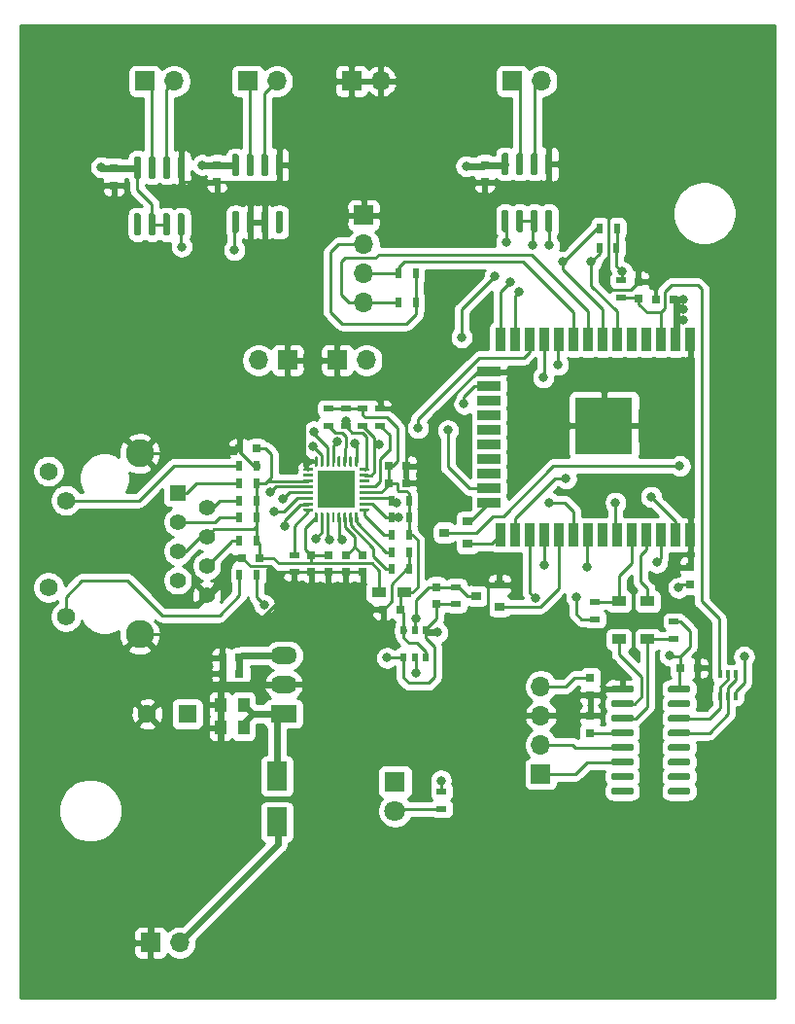
<source format=gtl>
G04 #@! TF.GenerationSoftware,KiCad,Pcbnew,(5.1.10)-1*
G04 #@! TF.CreationDate,2021-11-10T22:46:01+01:00*
G04 #@! TF.ProjectId,RS485-DIN-PCB,52533438-352d-4444-994e-2d5043422e6b,rev?*
G04 #@! TF.SameCoordinates,Original*
G04 #@! TF.FileFunction,Copper,L1,Top*
G04 #@! TF.FilePolarity,Positive*
%FSLAX46Y46*%
G04 Gerber Fmt 4.6, Leading zero omitted, Abs format (unit mm)*
G04 Created by KiCad (PCBNEW (5.1.10)-1) date 2021-11-10 22:46:01*
%MOMM*%
%LPD*%
G01*
G04 APERTURE LIST*
G04 #@! TA.AperFunction,ComponentPad*
%ADD10R,1.600000X1.600000*%
G04 #@! TD*
G04 #@! TA.AperFunction,ComponentPad*
%ADD11C,1.600000*%
G04 #@! TD*
G04 #@! TA.AperFunction,ComponentPad*
%ADD12O,1.700000X1.700000*%
G04 #@! TD*
G04 #@! TA.AperFunction,ComponentPad*
%ADD13R,1.700000X1.700000*%
G04 #@! TD*
G04 #@! TA.AperFunction,ComponentPad*
%ADD14C,0.500000*%
G04 #@! TD*
G04 #@! TA.AperFunction,SMDPad,CuDef*
%ADD15R,3.300000X3.300000*%
G04 #@! TD*
G04 #@! TA.AperFunction,SMDPad,CuDef*
%ADD16R,0.510000X0.700000*%
G04 #@! TD*
G04 #@! TA.AperFunction,ComponentPad*
%ADD17O,2.300000X1.500000*%
G04 #@! TD*
G04 #@! TA.AperFunction,ComponentPad*
%ADD18R,2.300000X1.500000*%
G04 #@! TD*
G04 #@! TA.AperFunction,SMDPad,CuDef*
%ADD19R,0.900000X2.000000*%
G04 #@! TD*
G04 #@! TA.AperFunction,SMDPad,CuDef*
%ADD20R,2.000000X0.900000*%
G04 #@! TD*
G04 #@! TA.AperFunction,SMDPad,CuDef*
%ADD21R,5.000000X5.000000*%
G04 #@! TD*
G04 #@! TA.AperFunction,SMDPad,CuDef*
%ADD22R,0.500000X0.900000*%
G04 #@! TD*
G04 #@! TA.AperFunction,SMDPad,CuDef*
%ADD23R,0.900000X0.500000*%
G04 #@! TD*
G04 #@! TA.AperFunction,SMDPad,CuDef*
%ADD24R,0.900000X0.800000*%
G04 #@! TD*
G04 #@! TA.AperFunction,SMDPad,CuDef*
%ADD25R,0.400000X0.650000*%
G04 #@! TD*
G04 #@! TA.AperFunction,SMDPad,CuDef*
%ADD26R,1.200000X0.900000*%
G04 #@! TD*
G04 #@! TA.AperFunction,ComponentPad*
%ADD27C,2.450000*%
G04 #@! TD*
G04 #@! TA.AperFunction,ComponentPad*
%ADD28C,1.570000*%
G04 #@! TD*
G04 #@! TA.AperFunction,ComponentPad*
%ADD29C,1.390000*%
G04 #@! TD*
G04 #@! TA.AperFunction,ComponentPad*
%ADD30R,1.390000X1.390000*%
G04 #@! TD*
G04 #@! TA.AperFunction,ComponentPad*
%ADD31R,1.800000X1.800000*%
G04 #@! TD*
G04 #@! TA.AperFunction,ComponentPad*
%ADD32C,1.800000*%
G04 #@! TD*
G04 #@! TA.AperFunction,SMDPad,CuDef*
%ADD33R,1.800000X2.500000*%
G04 #@! TD*
G04 #@! TA.AperFunction,SMDPad,CuDef*
%ADD34R,0.750000X0.800000*%
G04 #@! TD*
G04 #@! TA.AperFunction,SMDPad,CuDef*
%ADD35R,0.800000X0.750000*%
G04 #@! TD*
G04 #@! TA.AperFunction,SMDPad,CuDef*
%ADD36R,1.000000X1.250000*%
G04 #@! TD*
G04 #@! TA.AperFunction,ViaPad*
%ADD37C,0.800000*%
G04 #@! TD*
G04 #@! TA.AperFunction,Conductor*
%ADD38C,0.250000*%
G04 #@! TD*
G04 #@! TA.AperFunction,Conductor*
%ADD39C,0.600000*%
G04 #@! TD*
G04 #@! TA.AperFunction,Conductor*
%ADD40C,0.254000*%
G04 #@! TD*
G04 #@! TA.AperFunction,Conductor*
%ADD41C,0.100000*%
G04 #@! TD*
G04 APERTURE END LIST*
D10*
G04 #@! TO.P,C24,1*
G04 #@! TO.N,+15V*
X65200000Y-124600000D03*
D11*
G04 #@! TO.P,C24,2*
G04 #@! TO.N,GND*
X61700000Y-124600000D03*
G04 #@! TD*
D12*
G04 #@! TO.P,J10,2*
G04 #@! TO.N,GND*
X82040000Y-69500000D03*
D13*
G04 #@! TO.P,J10,1*
X79500000Y-69500000D03*
G04 #@! TD*
G04 #@! TO.P,U8,8*
G04 #@! TO.N,+3V3*
G04 #@! TA.AperFunction,SMDPad,CuDef*
G36*
G01*
X61010000Y-78000000D02*
X60710000Y-78000000D01*
G75*
G02*
X60560000Y-77850000I0J150000D01*
G01*
X60560000Y-76200000D01*
G75*
G02*
X60710000Y-76050000I150000J0D01*
G01*
X61010000Y-76050000D01*
G75*
G02*
X61160000Y-76200000I0J-150000D01*
G01*
X61160000Y-77850000D01*
G75*
G02*
X61010000Y-78000000I-150000J0D01*
G01*
G37*
G04 #@! TD.AperFunction*
G04 #@! TO.P,U8,7*
G04 #@! TO.N,Net-(J9-Pad1)*
G04 #@! TA.AperFunction,SMDPad,CuDef*
G36*
G01*
X62280000Y-78000000D02*
X61980000Y-78000000D01*
G75*
G02*
X61830000Y-77850000I0J150000D01*
G01*
X61830000Y-76200000D01*
G75*
G02*
X61980000Y-76050000I150000J0D01*
G01*
X62280000Y-76050000D01*
G75*
G02*
X62430000Y-76200000I0J-150000D01*
G01*
X62430000Y-77850000D01*
G75*
G02*
X62280000Y-78000000I-150000J0D01*
G01*
G37*
G04 #@! TD.AperFunction*
G04 #@! TO.P,U8,6*
G04 #@! TO.N,Net-(J9-Pad2)*
G04 #@! TA.AperFunction,SMDPad,CuDef*
G36*
G01*
X63550000Y-78000000D02*
X63250000Y-78000000D01*
G75*
G02*
X63100000Y-77850000I0J150000D01*
G01*
X63100000Y-76200000D01*
G75*
G02*
X63250000Y-76050000I150000J0D01*
G01*
X63550000Y-76050000D01*
G75*
G02*
X63700000Y-76200000I0J-150000D01*
G01*
X63700000Y-77850000D01*
G75*
G02*
X63550000Y-78000000I-150000J0D01*
G01*
G37*
G04 #@! TD.AperFunction*
G04 #@! TO.P,U8,5*
G04 #@! TO.N,GND*
G04 #@! TA.AperFunction,SMDPad,CuDef*
G36*
G01*
X64820000Y-78000000D02*
X64520000Y-78000000D01*
G75*
G02*
X64370000Y-77850000I0J150000D01*
G01*
X64370000Y-76200000D01*
G75*
G02*
X64520000Y-76050000I150000J0D01*
G01*
X64820000Y-76050000D01*
G75*
G02*
X64970000Y-76200000I0J-150000D01*
G01*
X64970000Y-77850000D01*
G75*
G02*
X64820000Y-78000000I-150000J0D01*
G01*
G37*
G04 #@! TD.AperFunction*
G04 #@! TO.P,U8,4*
G04 #@! TO.N,RS485_TX*
G04 #@! TA.AperFunction,SMDPad,CuDef*
G36*
G01*
X64820000Y-82950000D02*
X64520000Y-82950000D01*
G75*
G02*
X64370000Y-82800000I0J150000D01*
G01*
X64370000Y-81150000D01*
G75*
G02*
X64520000Y-81000000I150000J0D01*
G01*
X64820000Y-81000000D01*
G75*
G02*
X64970000Y-81150000I0J-150000D01*
G01*
X64970000Y-82800000D01*
G75*
G02*
X64820000Y-82950000I-150000J0D01*
G01*
G37*
G04 #@! TD.AperFunction*
G04 #@! TO.P,U8,3*
G04 #@! TO.N,+3V3*
G04 #@! TA.AperFunction,SMDPad,CuDef*
G36*
G01*
X63550000Y-82950000D02*
X63250000Y-82950000D01*
G75*
G02*
X63100000Y-82800000I0J150000D01*
G01*
X63100000Y-81150000D01*
G75*
G02*
X63250000Y-81000000I150000J0D01*
G01*
X63550000Y-81000000D01*
G75*
G02*
X63700000Y-81150000I0J-150000D01*
G01*
X63700000Y-82800000D01*
G75*
G02*
X63550000Y-82950000I-150000J0D01*
G01*
G37*
G04 #@! TD.AperFunction*
G04 #@! TO.P,U8,2*
G04 #@! TA.AperFunction,SMDPad,CuDef*
G36*
G01*
X62280000Y-82950000D02*
X61980000Y-82950000D01*
G75*
G02*
X61830000Y-82800000I0J150000D01*
G01*
X61830000Y-81150000D01*
G75*
G02*
X61980000Y-81000000I150000J0D01*
G01*
X62280000Y-81000000D01*
G75*
G02*
X62430000Y-81150000I0J-150000D01*
G01*
X62430000Y-82800000D01*
G75*
G02*
X62280000Y-82950000I-150000J0D01*
G01*
G37*
G04 #@! TD.AperFunction*
G04 #@! TO.P,U8,1*
G04 #@! TO.N,N/C*
G04 #@! TA.AperFunction,SMDPad,CuDef*
G36*
G01*
X61010000Y-82950000D02*
X60710000Y-82950000D01*
G75*
G02*
X60560000Y-82800000I0J150000D01*
G01*
X60560000Y-81150000D01*
G75*
G02*
X60710000Y-81000000I150000J0D01*
G01*
X61010000Y-81000000D01*
G75*
G02*
X61160000Y-81150000I0J-150000D01*
G01*
X61160000Y-82800000D01*
G75*
G02*
X61010000Y-82950000I-150000J0D01*
G01*
G37*
G04 #@! TD.AperFunction*
G04 #@! TD*
D14*
G04 #@! TO.P,U7,33*
G04 #@! TO.N,GND*
X79175000Y-104062500D03*
X79175000Y-105062500D03*
X79175000Y-106062500D03*
X78175000Y-104062500D03*
X78175000Y-105062500D03*
X78175000Y-106062500D03*
X77175000Y-104062500D03*
X77175000Y-105062500D03*
X77175000Y-106062500D03*
D15*
X78175000Y-105062500D03*
G04 #@! TO.P,U7,32*
G04 #@! TO.N,Net-(R21-Pad2)*
G04 #@! TA.AperFunction,SMDPad,CuDef*
G36*
G01*
X76112500Y-106937500D02*
X75362500Y-106937500D01*
G75*
G02*
X75300000Y-106875000I0J62500D01*
G01*
X75300000Y-106750000D01*
G75*
G02*
X75362500Y-106687500I62500J0D01*
G01*
X76112500Y-106687500D01*
G75*
G02*
X76175000Y-106750000I0J-62500D01*
G01*
X76175000Y-106875000D01*
G75*
G02*
X76112500Y-106937500I-62500J0D01*
G01*
G37*
G04 #@! TD.AperFunction*
G04 #@! TO.P,U7,31*
G04 #@! TO.N,Net-(J8-Pad3)*
G04 #@! TA.AperFunction,SMDPad,CuDef*
G36*
G01*
X76112500Y-106437500D02*
X75362500Y-106437500D01*
G75*
G02*
X75300000Y-106375000I0J62500D01*
G01*
X75300000Y-106250000D01*
G75*
G02*
X75362500Y-106187500I62500J0D01*
G01*
X76112500Y-106187500D01*
G75*
G02*
X76175000Y-106250000I0J-62500D01*
G01*
X76175000Y-106375000D01*
G75*
G02*
X76112500Y-106437500I-62500J0D01*
G01*
G37*
G04 #@! TD.AperFunction*
G04 #@! TO.P,U7,30*
G04 #@! TO.N,Net-(J8-Pad6)*
G04 #@! TA.AperFunction,SMDPad,CuDef*
G36*
G01*
X76112500Y-105937500D02*
X75362500Y-105937500D01*
G75*
G02*
X75300000Y-105875000I0J62500D01*
G01*
X75300000Y-105750000D01*
G75*
G02*
X75362500Y-105687500I62500J0D01*
G01*
X76112500Y-105687500D01*
G75*
G02*
X76175000Y-105750000I0J-62500D01*
G01*
X76175000Y-105875000D01*
G75*
G02*
X76112500Y-105937500I-62500J0D01*
G01*
G37*
G04 #@! TD.AperFunction*
G04 #@! TO.P,U7,29*
G04 #@! TO.N,Net-(J8-Pad1)*
G04 #@! TA.AperFunction,SMDPad,CuDef*
G36*
G01*
X76112500Y-105437500D02*
X75362500Y-105437500D01*
G75*
G02*
X75300000Y-105375000I0J62500D01*
G01*
X75300000Y-105250000D01*
G75*
G02*
X75362500Y-105187500I62500J0D01*
G01*
X76112500Y-105187500D01*
G75*
G02*
X76175000Y-105250000I0J-62500D01*
G01*
X76175000Y-105375000D01*
G75*
G02*
X76112500Y-105437500I-62500J0D01*
G01*
G37*
G04 #@! TD.AperFunction*
G04 #@! TO.P,U7,28*
G04 #@! TO.N,Net-(J8-Pad2)*
G04 #@! TA.AperFunction,SMDPad,CuDef*
G36*
G01*
X76112500Y-104937500D02*
X75362500Y-104937500D01*
G75*
G02*
X75300000Y-104875000I0J62500D01*
G01*
X75300000Y-104750000D01*
G75*
G02*
X75362500Y-104687500I62500J0D01*
G01*
X76112500Y-104687500D01*
G75*
G02*
X76175000Y-104750000I0J-62500D01*
G01*
X76175000Y-104875000D01*
G75*
G02*
X76112500Y-104937500I-62500J0D01*
G01*
G37*
G04 #@! TD.AperFunction*
G04 #@! TO.P,U7,27*
G04 #@! TO.N,Net-(C19-Pad1)*
G04 #@! TA.AperFunction,SMDPad,CuDef*
G36*
G01*
X76112500Y-104437500D02*
X75362500Y-104437500D01*
G75*
G02*
X75300000Y-104375000I0J62500D01*
G01*
X75300000Y-104250000D01*
G75*
G02*
X75362500Y-104187500I62500J0D01*
G01*
X76112500Y-104187500D01*
G75*
G02*
X76175000Y-104250000I0J-62500D01*
G01*
X76175000Y-104375000D01*
G75*
G02*
X76112500Y-104437500I-62500J0D01*
G01*
G37*
G04 #@! TD.AperFunction*
G04 #@! TO.P,U7,26*
G04 #@! TO.N,N/C*
G04 #@! TA.AperFunction,SMDPad,CuDef*
G36*
G01*
X76112500Y-103937500D02*
X75362500Y-103937500D01*
G75*
G02*
X75300000Y-103875000I0J62500D01*
G01*
X75300000Y-103750000D01*
G75*
G02*
X75362500Y-103687500I62500J0D01*
G01*
X76112500Y-103687500D01*
G75*
G02*
X76175000Y-103750000I0J-62500D01*
G01*
X76175000Y-103875000D01*
G75*
G02*
X76112500Y-103937500I-62500J0D01*
G01*
G37*
G04 #@! TD.AperFunction*
G04 #@! TO.P,U7,25*
G04 #@! TO.N,GND*
G04 #@! TA.AperFunction,SMDPad,CuDef*
G36*
G01*
X76112500Y-103437500D02*
X75362500Y-103437500D01*
G75*
G02*
X75300000Y-103375000I0J62500D01*
G01*
X75300000Y-103250000D01*
G75*
G02*
X75362500Y-103187500I62500J0D01*
G01*
X76112500Y-103187500D01*
G75*
G02*
X76175000Y-103250000I0J-62500D01*
G01*
X76175000Y-103375000D01*
G75*
G02*
X76112500Y-103437500I-62500J0D01*
G01*
G37*
G04 #@! TD.AperFunction*
G04 #@! TO.P,U7,24*
G04 #@! TA.AperFunction,SMDPad,CuDef*
G36*
G01*
X76487500Y-103062500D02*
X76362500Y-103062500D01*
G75*
G02*
X76300000Y-103000000I0J62500D01*
G01*
X76300000Y-102250000D01*
G75*
G02*
X76362500Y-102187500I62500J0D01*
G01*
X76487500Y-102187500D01*
G75*
G02*
X76550000Y-102250000I0J-62500D01*
G01*
X76550000Y-103000000D01*
G75*
G02*
X76487500Y-103062500I-62500J0D01*
G01*
G37*
G04 #@! TD.AperFunction*
G04 #@! TO.P,U7,23*
G04 #@! TO.N,TX1*
G04 #@! TA.AperFunction,SMDPad,CuDef*
G36*
G01*
X76987500Y-103062500D02*
X76862500Y-103062500D01*
G75*
G02*
X76800000Y-103000000I0J62500D01*
G01*
X76800000Y-102250000D01*
G75*
G02*
X76862500Y-102187500I62500J0D01*
G01*
X76987500Y-102187500D01*
G75*
G02*
X77050000Y-102250000I0J-62500D01*
G01*
X77050000Y-103000000D01*
G75*
G02*
X76987500Y-103062500I-62500J0D01*
G01*
G37*
G04 #@! TD.AperFunction*
G04 #@! TO.P,U7,22*
G04 #@! TO.N,TX0*
G04 #@! TA.AperFunction,SMDPad,CuDef*
G36*
G01*
X77487500Y-103062500D02*
X77362500Y-103062500D01*
G75*
G02*
X77300000Y-103000000I0J62500D01*
G01*
X77300000Y-102250000D01*
G75*
G02*
X77362500Y-102187500I62500J0D01*
G01*
X77487500Y-102187500D01*
G75*
G02*
X77550000Y-102250000I0J-62500D01*
G01*
X77550000Y-103000000D01*
G75*
G02*
X77487500Y-103062500I-62500J0D01*
G01*
G37*
G04 #@! TD.AperFunction*
G04 #@! TO.P,U7,21*
G04 #@! TO.N,TXEN*
G04 #@! TA.AperFunction,SMDPad,CuDef*
G36*
G01*
X77987500Y-103062500D02*
X77862500Y-103062500D01*
G75*
G02*
X77800000Y-103000000I0J62500D01*
G01*
X77800000Y-102250000D01*
G75*
G02*
X77862500Y-102187500I62500J0D01*
G01*
X77987500Y-102187500D01*
G75*
G02*
X78050000Y-102250000I0J-62500D01*
G01*
X78050000Y-103000000D01*
G75*
G02*
X77987500Y-103062500I-62500J0D01*
G01*
G37*
G04 #@! TD.AperFunction*
G04 #@! TO.P,U7,20*
G04 #@! TO.N,N/C*
G04 #@! TA.AperFunction,SMDPad,CuDef*
G36*
G01*
X78487500Y-103062500D02*
X78362500Y-103062500D01*
G75*
G02*
X78300000Y-103000000I0J62500D01*
G01*
X78300000Y-102250000D01*
G75*
G02*
X78362500Y-102187500I62500J0D01*
G01*
X78487500Y-102187500D01*
G75*
G02*
X78550000Y-102250000I0J-62500D01*
G01*
X78550000Y-103000000D01*
G75*
G02*
X78487500Y-103062500I-62500J0D01*
G01*
G37*
G04 #@! TD.AperFunction*
G04 #@! TO.P,U7,19*
G04 #@! TO.N,Net-(R15-Pad1)*
G04 #@! TA.AperFunction,SMDPad,CuDef*
G36*
G01*
X78987500Y-103062500D02*
X78862500Y-103062500D01*
G75*
G02*
X78800000Y-103000000I0J62500D01*
G01*
X78800000Y-102250000D01*
G75*
G02*
X78862500Y-102187500I62500J0D01*
G01*
X78987500Y-102187500D01*
G75*
G02*
X79050000Y-102250000I0J-62500D01*
G01*
X79050000Y-103000000D01*
G75*
G02*
X78987500Y-103062500I-62500J0D01*
G01*
G37*
G04 #@! TD.AperFunction*
G04 #@! TO.P,U7,18*
G04 #@! TO.N,N/C*
G04 #@! TA.AperFunction,SMDPad,CuDef*
G36*
G01*
X79487500Y-103062500D02*
X79362500Y-103062500D01*
G75*
G02*
X79300000Y-103000000I0J62500D01*
G01*
X79300000Y-102250000D01*
G75*
G02*
X79362500Y-102187500I62500J0D01*
G01*
X79487500Y-102187500D01*
G75*
G02*
X79550000Y-102250000I0J-62500D01*
G01*
X79550000Y-103000000D01*
G75*
G02*
X79487500Y-103062500I-62500J0D01*
G01*
G37*
G04 #@! TD.AperFunction*
G04 #@! TO.P,U7,17*
G04 #@! TO.N,MDC*
G04 #@! TA.AperFunction,SMDPad,CuDef*
G36*
G01*
X79987500Y-103062500D02*
X79862500Y-103062500D01*
G75*
G02*
X79800000Y-103000000I0J62500D01*
G01*
X79800000Y-102250000D01*
G75*
G02*
X79862500Y-102187500I62500J0D01*
G01*
X79987500Y-102187500D01*
G75*
G02*
X80050000Y-102250000I0J-62500D01*
G01*
X80050000Y-103000000D01*
G75*
G02*
X79987500Y-103062500I-62500J0D01*
G01*
G37*
G04 #@! TD.AperFunction*
G04 #@! TO.P,U7,16*
G04 #@! TO.N,MDIO*
G04 #@! TA.AperFunction,SMDPad,CuDef*
G36*
G01*
X80987500Y-103437500D02*
X80237500Y-103437500D01*
G75*
G02*
X80175000Y-103375000I0J62500D01*
G01*
X80175000Y-103250000D01*
G75*
G02*
X80237500Y-103187500I62500J0D01*
G01*
X80987500Y-103187500D01*
G75*
G02*
X81050000Y-103250000I0J-62500D01*
G01*
X81050000Y-103375000D01*
G75*
G02*
X80987500Y-103437500I-62500J0D01*
G01*
G37*
G04 #@! TD.AperFunction*
G04 #@! TO.P,U7,15*
G04 #@! TO.N,CRS*
G04 #@! TA.AperFunction,SMDPad,CuDef*
G36*
G01*
X80987500Y-103937500D02*
X80237500Y-103937500D01*
G75*
G02*
X80175000Y-103875000I0J62500D01*
G01*
X80175000Y-103750000D01*
G75*
G02*
X80237500Y-103687500I62500J0D01*
G01*
X80987500Y-103687500D01*
G75*
G02*
X81050000Y-103750000I0J-62500D01*
G01*
X81050000Y-103875000D01*
G75*
G02*
X80987500Y-103937500I-62500J0D01*
G01*
G37*
G04 #@! TD.AperFunction*
G04 #@! TO.P,U7,14*
G04 #@! TO.N,N/C*
G04 #@! TA.AperFunction,SMDPad,CuDef*
G36*
G01*
X80987500Y-104437500D02*
X80237500Y-104437500D01*
G75*
G02*
X80175000Y-104375000I0J62500D01*
G01*
X80175000Y-104250000D01*
G75*
G02*
X80237500Y-104187500I62500J0D01*
G01*
X80987500Y-104187500D01*
G75*
G02*
X81050000Y-104250000I0J-62500D01*
G01*
X81050000Y-104375000D01*
G75*
G02*
X80987500Y-104437500I-62500J0D01*
G01*
G37*
G04 #@! TD.AperFunction*
G04 #@! TO.P,U7,13*
G04 #@! TO.N,Net-(R19-Pad1)*
G04 #@! TA.AperFunction,SMDPad,CuDef*
G36*
G01*
X80987500Y-104937500D02*
X80237500Y-104937500D01*
G75*
G02*
X80175000Y-104875000I0J62500D01*
G01*
X80175000Y-104750000D01*
G75*
G02*
X80237500Y-104687500I62500J0D01*
G01*
X80987500Y-104687500D01*
G75*
G02*
X81050000Y-104750000I0J-62500D01*
G01*
X81050000Y-104875000D01*
G75*
G02*
X80987500Y-104937500I-62500J0D01*
G01*
G37*
G04 #@! TD.AperFunction*
G04 #@! TO.P,U7,12*
G04 #@! TO.N,Net-(C13-Pad2)*
G04 #@! TA.AperFunction,SMDPad,CuDef*
G36*
G01*
X80987500Y-105437500D02*
X80237500Y-105437500D01*
G75*
G02*
X80175000Y-105375000I0J62500D01*
G01*
X80175000Y-105250000D01*
G75*
G02*
X80237500Y-105187500I62500J0D01*
G01*
X80987500Y-105187500D01*
G75*
G02*
X81050000Y-105250000I0J-62500D01*
G01*
X81050000Y-105375000D01*
G75*
G02*
X80987500Y-105437500I-62500J0D01*
G01*
G37*
G04 #@! TD.AperFunction*
G04 #@! TO.P,U7,11*
G04 #@! TO.N,RX0*
G04 #@! TA.AperFunction,SMDPad,CuDef*
G36*
G01*
X80987500Y-105937500D02*
X80237500Y-105937500D01*
G75*
G02*
X80175000Y-105875000I0J62500D01*
G01*
X80175000Y-105750000D01*
G75*
G02*
X80237500Y-105687500I62500J0D01*
G01*
X80987500Y-105687500D01*
G75*
G02*
X81050000Y-105750000I0J-62500D01*
G01*
X81050000Y-105875000D01*
G75*
G02*
X80987500Y-105937500I-62500J0D01*
G01*
G37*
G04 #@! TD.AperFunction*
G04 #@! TO.P,U7,10*
G04 #@! TO.N,RX1*
G04 #@! TA.AperFunction,SMDPad,CuDef*
G36*
G01*
X80987500Y-106437500D02*
X80237500Y-106437500D01*
G75*
G02*
X80175000Y-106375000I0J62500D01*
G01*
X80175000Y-106250000D01*
G75*
G02*
X80237500Y-106187500I62500J0D01*
G01*
X80987500Y-106187500D01*
G75*
G02*
X81050000Y-106250000I0J-62500D01*
G01*
X81050000Y-106375000D01*
G75*
G02*
X80987500Y-106437500I-62500J0D01*
G01*
G37*
G04 #@! TD.AperFunction*
G04 #@! TO.P,U7,9*
G04 #@! TO.N,Net-(R16-Pad1)*
G04 #@! TA.AperFunction,SMDPad,CuDef*
G36*
G01*
X80987500Y-106937500D02*
X80237500Y-106937500D01*
G75*
G02*
X80175000Y-106875000I0J62500D01*
G01*
X80175000Y-106750000D01*
G75*
G02*
X80237500Y-106687500I62500J0D01*
G01*
X80987500Y-106687500D01*
G75*
G02*
X81050000Y-106750000I0J-62500D01*
G01*
X81050000Y-106875000D01*
G75*
G02*
X80987500Y-106937500I-62500J0D01*
G01*
G37*
G04 #@! TD.AperFunction*
G04 #@! TO.P,U7,8*
G04 #@! TO.N,Net-(R17-Pad1)*
G04 #@! TA.AperFunction,SMDPad,CuDef*
G36*
G01*
X79987500Y-107937500D02*
X79862500Y-107937500D01*
G75*
G02*
X79800000Y-107875000I0J62500D01*
G01*
X79800000Y-107125000D01*
G75*
G02*
X79862500Y-107062500I62500J0D01*
G01*
X79987500Y-107062500D01*
G75*
G02*
X80050000Y-107125000I0J-62500D01*
G01*
X80050000Y-107875000D01*
G75*
G02*
X79987500Y-107937500I-62500J0D01*
G01*
G37*
G04 #@! TD.AperFunction*
G04 #@! TO.P,U7,7*
G04 #@! TO.N,Net-(R18-Pad1)*
G04 #@! TA.AperFunction,SMDPad,CuDef*
G36*
G01*
X79487500Y-107937500D02*
X79362500Y-107937500D01*
G75*
G02*
X79300000Y-107875000I0J62500D01*
G01*
X79300000Y-107125000D01*
G75*
G02*
X79362500Y-107062500I62500J0D01*
G01*
X79487500Y-107062500D01*
G75*
G02*
X79550000Y-107125000I0J-62500D01*
G01*
X79550000Y-107875000D01*
G75*
G02*
X79487500Y-107937500I-62500J0D01*
G01*
G37*
G04 #@! TD.AperFunction*
G04 #@! TO.P,U7,6*
G04 #@! TO.N,Net-(C17-Pad2)*
G04 #@! TA.AperFunction,SMDPad,CuDef*
G36*
G01*
X78987500Y-107937500D02*
X78862500Y-107937500D01*
G75*
G02*
X78800000Y-107875000I0J62500D01*
G01*
X78800000Y-107125000D01*
G75*
G02*
X78862500Y-107062500I62500J0D01*
G01*
X78987500Y-107062500D01*
G75*
G02*
X79050000Y-107125000I0J-62500D01*
G01*
X79050000Y-107875000D01*
G75*
G02*
X78987500Y-107937500I-62500J0D01*
G01*
G37*
G04 #@! TD.AperFunction*
G04 #@! TO.P,U7,5*
G04 #@! TO.N,CLK_OUT*
G04 #@! TA.AperFunction,SMDPad,CuDef*
G36*
G01*
X78487500Y-107937500D02*
X78362500Y-107937500D01*
G75*
G02*
X78300000Y-107875000I0J62500D01*
G01*
X78300000Y-107125000D01*
G75*
G02*
X78362500Y-107062500I62500J0D01*
G01*
X78487500Y-107062500D01*
G75*
G02*
X78550000Y-107125000I0J-62500D01*
G01*
X78550000Y-107875000D01*
G75*
G02*
X78487500Y-107937500I-62500J0D01*
G01*
G37*
G04 #@! TD.AperFunction*
G04 #@! TO.P,U7,4*
G04 #@! TO.N,N/C*
G04 #@! TA.AperFunction,SMDPad,CuDef*
G36*
G01*
X77987500Y-107937500D02*
X77862500Y-107937500D01*
G75*
G02*
X77800000Y-107875000I0J62500D01*
G01*
X77800000Y-107125000D01*
G75*
G02*
X77862500Y-107062500I62500J0D01*
G01*
X77987500Y-107062500D01*
G75*
G02*
X78050000Y-107125000I0J-62500D01*
G01*
X78050000Y-107875000D01*
G75*
G02*
X77987500Y-107937500I-62500J0D01*
G01*
G37*
G04 #@! TD.AperFunction*
G04 #@! TO.P,U7,3*
G04 #@! TO.N,Net-(J8-Pad9)*
G04 #@! TA.AperFunction,SMDPad,CuDef*
G36*
G01*
X77487500Y-107937500D02*
X77362500Y-107937500D01*
G75*
G02*
X77300000Y-107875000I0J62500D01*
G01*
X77300000Y-107125000D01*
G75*
G02*
X77362500Y-107062500I62500J0D01*
G01*
X77487500Y-107062500D01*
G75*
G02*
X77550000Y-107125000I0J-62500D01*
G01*
X77550000Y-107875000D01*
G75*
G02*
X77487500Y-107937500I-62500J0D01*
G01*
G37*
G04 #@! TD.AperFunction*
G04 #@! TO.P,U7,2*
G04 #@! TO.N,Net-(J8-Pad11)*
G04 #@! TA.AperFunction,SMDPad,CuDef*
G36*
G01*
X76987500Y-107937500D02*
X76862500Y-107937500D01*
G75*
G02*
X76800000Y-107875000I0J62500D01*
G01*
X76800000Y-107125000D01*
G75*
G02*
X76862500Y-107062500I62500J0D01*
G01*
X76987500Y-107062500D01*
G75*
G02*
X77050000Y-107125000I0J-62500D01*
G01*
X77050000Y-107875000D01*
G75*
G02*
X76987500Y-107937500I-62500J0D01*
G01*
G37*
G04 #@! TD.AperFunction*
G04 #@! TO.P,U7,1*
G04 #@! TO.N,Net-(C19-Pad1)*
G04 #@! TA.AperFunction,SMDPad,CuDef*
G36*
G01*
X76487500Y-107937500D02*
X76362500Y-107937500D01*
G75*
G02*
X76300000Y-107875000I0J62500D01*
G01*
X76300000Y-107125000D01*
G75*
G02*
X76362500Y-107062500I62500J0D01*
G01*
X76487500Y-107062500D01*
G75*
G02*
X76550000Y-107125000I0J-62500D01*
G01*
X76550000Y-107875000D01*
G75*
G02*
X76487500Y-107937500I-62500J0D01*
G01*
G37*
G04 #@! TD.AperFunction*
G04 #@! TD*
G04 #@! TO.P,U6,8*
G04 #@! TO.N,+3V3*
G04 #@! TA.AperFunction,SMDPad,CuDef*
G36*
G01*
X69545000Y-77800000D02*
X69245000Y-77800000D01*
G75*
G02*
X69095000Y-77650000I0J150000D01*
G01*
X69095000Y-76000000D01*
G75*
G02*
X69245000Y-75850000I150000J0D01*
G01*
X69545000Y-75850000D01*
G75*
G02*
X69695000Y-76000000I0J-150000D01*
G01*
X69695000Y-77650000D01*
G75*
G02*
X69545000Y-77800000I-150000J0D01*
G01*
G37*
G04 #@! TD.AperFunction*
G04 #@! TO.P,U6,7*
G04 #@! TO.N,Net-(J7-Pad1)*
G04 #@! TA.AperFunction,SMDPad,CuDef*
G36*
G01*
X70815000Y-77800000D02*
X70515000Y-77800000D01*
G75*
G02*
X70365000Y-77650000I0J150000D01*
G01*
X70365000Y-76000000D01*
G75*
G02*
X70515000Y-75850000I150000J0D01*
G01*
X70815000Y-75850000D01*
G75*
G02*
X70965000Y-76000000I0J-150000D01*
G01*
X70965000Y-77650000D01*
G75*
G02*
X70815000Y-77800000I-150000J0D01*
G01*
G37*
G04 #@! TD.AperFunction*
G04 #@! TO.P,U6,6*
G04 #@! TO.N,Net-(J7-Pad2)*
G04 #@! TA.AperFunction,SMDPad,CuDef*
G36*
G01*
X72085000Y-77800000D02*
X71785000Y-77800000D01*
G75*
G02*
X71635000Y-77650000I0J150000D01*
G01*
X71635000Y-76000000D01*
G75*
G02*
X71785000Y-75850000I150000J0D01*
G01*
X72085000Y-75850000D01*
G75*
G02*
X72235000Y-76000000I0J-150000D01*
G01*
X72235000Y-77650000D01*
G75*
G02*
X72085000Y-77800000I-150000J0D01*
G01*
G37*
G04 #@! TD.AperFunction*
G04 #@! TO.P,U6,5*
G04 #@! TO.N,GND*
G04 #@! TA.AperFunction,SMDPad,CuDef*
G36*
G01*
X73355000Y-77800000D02*
X73055000Y-77800000D01*
G75*
G02*
X72905000Y-77650000I0J150000D01*
G01*
X72905000Y-76000000D01*
G75*
G02*
X73055000Y-75850000I150000J0D01*
G01*
X73355000Y-75850000D01*
G75*
G02*
X73505000Y-76000000I0J-150000D01*
G01*
X73505000Y-77650000D01*
G75*
G02*
X73355000Y-77800000I-150000J0D01*
G01*
G37*
G04 #@! TD.AperFunction*
G04 #@! TO.P,U6,4*
G04 #@! TO.N,N/C*
G04 #@! TA.AperFunction,SMDPad,CuDef*
G36*
G01*
X73355000Y-82750000D02*
X73055000Y-82750000D01*
G75*
G02*
X72905000Y-82600000I0J150000D01*
G01*
X72905000Y-80950000D01*
G75*
G02*
X73055000Y-80800000I150000J0D01*
G01*
X73355000Y-80800000D01*
G75*
G02*
X73505000Y-80950000I0J-150000D01*
G01*
X73505000Y-82600000D01*
G75*
G02*
X73355000Y-82750000I-150000J0D01*
G01*
G37*
G04 #@! TD.AperFunction*
G04 #@! TO.P,U6,3*
G04 #@! TO.N,GND*
G04 #@! TA.AperFunction,SMDPad,CuDef*
G36*
G01*
X72085000Y-82750000D02*
X71785000Y-82750000D01*
G75*
G02*
X71635000Y-82600000I0J150000D01*
G01*
X71635000Y-80950000D01*
G75*
G02*
X71785000Y-80800000I150000J0D01*
G01*
X72085000Y-80800000D01*
G75*
G02*
X72235000Y-80950000I0J-150000D01*
G01*
X72235000Y-82600000D01*
G75*
G02*
X72085000Y-82750000I-150000J0D01*
G01*
G37*
G04 #@! TD.AperFunction*
G04 #@! TO.P,U6,2*
G04 #@! TA.AperFunction,SMDPad,CuDef*
G36*
G01*
X70815000Y-82750000D02*
X70515000Y-82750000D01*
G75*
G02*
X70365000Y-82600000I0J150000D01*
G01*
X70365000Y-80950000D01*
G75*
G02*
X70515000Y-80800000I150000J0D01*
G01*
X70815000Y-80800000D01*
G75*
G02*
X70965000Y-80950000I0J-150000D01*
G01*
X70965000Y-82600000D01*
G75*
G02*
X70815000Y-82750000I-150000J0D01*
G01*
G37*
G04 #@! TD.AperFunction*
G04 #@! TO.P,U6,1*
G04 #@! TO.N,RS485_RX*
G04 #@! TA.AperFunction,SMDPad,CuDef*
G36*
G01*
X69545000Y-82750000D02*
X69245000Y-82750000D01*
G75*
G02*
X69095000Y-82600000I0J150000D01*
G01*
X69095000Y-80950000D01*
G75*
G02*
X69245000Y-80800000I150000J0D01*
G01*
X69545000Y-80800000D01*
G75*
G02*
X69695000Y-80950000I0J-150000D01*
G01*
X69695000Y-82600000D01*
G75*
G02*
X69545000Y-82750000I-150000J0D01*
G01*
G37*
G04 #@! TD.AperFunction*
G04 #@! TD*
D16*
G04 #@! TO.P,U5,6*
G04 #@! TO.N,Net-(C13-Pad2)*
X84050000Y-117340000D03*
G04 #@! TO.P,U5,5*
G04 #@! TO.N,Net-(C9-Pad1)*
X85000000Y-117340000D03*
G04 #@! TO.P,U5,4*
G04 #@! TO.N,+3V3*
X85950000Y-117340000D03*
G04 #@! TO.P,U5,3*
G04 #@! TO.N,Net-(C13-Pad2)*
X85950000Y-119660000D03*
G04 #@! TO.P,U5,2*
G04 #@! TO.N,Net-(C9-Pad1)*
X85000000Y-119660000D03*
G04 #@! TO.P,U5,1*
G04 #@! TO.N,+3V3*
X84050000Y-119660000D03*
G04 #@! TD*
D17*
G04 #@! TO.P,U4,3*
G04 #@! TO.N,+3V3*
X73600000Y-119500000D03*
G04 #@! TO.P,U4,2*
G04 #@! TO.N,GND*
X73600000Y-122040000D03*
D18*
G04 #@! TO.P,U4,1*
G04 #@! TO.N,+15V*
X73600000Y-124580000D03*
G04 #@! TD*
G04 #@! TO.P,U3,8*
G04 #@! TO.N,+3V3*
G04 #@! TA.AperFunction,SMDPad,CuDef*
G36*
G01*
X93045000Y-77700000D02*
X92745000Y-77700000D01*
G75*
G02*
X92595000Y-77550000I0J150000D01*
G01*
X92595000Y-75900000D01*
G75*
G02*
X92745000Y-75750000I150000J0D01*
G01*
X93045000Y-75750000D01*
G75*
G02*
X93195000Y-75900000I0J-150000D01*
G01*
X93195000Y-77550000D01*
G75*
G02*
X93045000Y-77700000I-150000J0D01*
G01*
G37*
G04 #@! TD.AperFunction*
G04 #@! TO.P,U3,7*
G04 #@! TO.N,Net-(J6-Pad1)*
G04 #@! TA.AperFunction,SMDPad,CuDef*
G36*
G01*
X94315000Y-77700000D02*
X94015000Y-77700000D01*
G75*
G02*
X93865000Y-77550000I0J150000D01*
G01*
X93865000Y-75900000D01*
G75*
G02*
X94015000Y-75750000I150000J0D01*
G01*
X94315000Y-75750000D01*
G75*
G02*
X94465000Y-75900000I0J-150000D01*
G01*
X94465000Y-77550000D01*
G75*
G02*
X94315000Y-77700000I-150000J0D01*
G01*
G37*
G04 #@! TD.AperFunction*
G04 #@! TO.P,U3,6*
G04 #@! TO.N,Net-(J6-Pad2)*
G04 #@! TA.AperFunction,SMDPad,CuDef*
G36*
G01*
X95585000Y-77700000D02*
X95285000Y-77700000D01*
G75*
G02*
X95135000Y-77550000I0J150000D01*
G01*
X95135000Y-75900000D01*
G75*
G02*
X95285000Y-75750000I150000J0D01*
G01*
X95585000Y-75750000D01*
G75*
G02*
X95735000Y-75900000I0J-150000D01*
G01*
X95735000Y-77550000D01*
G75*
G02*
X95585000Y-77700000I-150000J0D01*
G01*
G37*
G04 #@! TD.AperFunction*
G04 #@! TO.P,U3,5*
G04 #@! TO.N,GND*
G04 #@! TA.AperFunction,SMDPad,CuDef*
G36*
G01*
X96855000Y-77700000D02*
X96555000Y-77700000D01*
G75*
G02*
X96405000Y-77550000I0J150000D01*
G01*
X96405000Y-75900000D01*
G75*
G02*
X96555000Y-75750000I150000J0D01*
G01*
X96855000Y-75750000D01*
G75*
G02*
X97005000Y-75900000I0J-150000D01*
G01*
X97005000Y-77550000D01*
G75*
G02*
X96855000Y-77700000I-150000J0D01*
G01*
G37*
G04 #@! TD.AperFunction*
G04 #@! TO.P,U3,4*
G04 #@! TO.N,MODBUS_DI*
G04 #@! TA.AperFunction,SMDPad,CuDef*
G36*
G01*
X96855000Y-82650000D02*
X96555000Y-82650000D01*
G75*
G02*
X96405000Y-82500000I0J150000D01*
G01*
X96405000Y-80850000D01*
G75*
G02*
X96555000Y-80700000I150000J0D01*
G01*
X96855000Y-80700000D01*
G75*
G02*
X97005000Y-80850000I0J-150000D01*
G01*
X97005000Y-82500000D01*
G75*
G02*
X96855000Y-82650000I-150000J0D01*
G01*
G37*
G04 #@! TD.AperFunction*
G04 #@! TO.P,U3,3*
G04 #@! TO.N,MODBUS_SEL*
G04 #@! TA.AperFunction,SMDPad,CuDef*
G36*
G01*
X95585000Y-82650000D02*
X95285000Y-82650000D01*
G75*
G02*
X95135000Y-82500000I0J150000D01*
G01*
X95135000Y-80850000D01*
G75*
G02*
X95285000Y-80700000I150000J0D01*
G01*
X95585000Y-80700000D01*
G75*
G02*
X95735000Y-80850000I0J-150000D01*
G01*
X95735000Y-82500000D01*
G75*
G02*
X95585000Y-82650000I-150000J0D01*
G01*
G37*
G04 #@! TD.AperFunction*
G04 #@! TO.P,U3,2*
G04 #@! TA.AperFunction,SMDPad,CuDef*
G36*
G01*
X94315000Y-82650000D02*
X94015000Y-82650000D01*
G75*
G02*
X93865000Y-82500000I0J150000D01*
G01*
X93865000Y-80850000D01*
G75*
G02*
X94015000Y-80700000I150000J0D01*
G01*
X94315000Y-80700000D01*
G75*
G02*
X94465000Y-80850000I0J-150000D01*
G01*
X94465000Y-82500000D01*
G75*
G02*
X94315000Y-82650000I-150000J0D01*
G01*
G37*
G04 #@! TD.AperFunction*
G04 #@! TO.P,U3,1*
G04 #@! TO.N,MODBUS_RO*
G04 #@! TA.AperFunction,SMDPad,CuDef*
G36*
G01*
X93045000Y-82650000D02*
X92745000Y-82650000D01*
G75*
G02*
X92595000Y-82500000I0J150000D01*
G01*
X92595000Y-80850000D01*
G75*
G02*
X92745000Y-80700000I150000J0D01*
G01*
X93045000Y-80700000D01*
G75*
G02*
X93195000Y-80850000I0J-150000D01*
G01*
X93195000Y-82500000D01*
G75*
G02*
X93045000Y-82650000I-150000J0D01*
G01*
G37*
G04 #@! TD.AperFunction*
G04 #@! TD*
G04 #@! TO.P,U2,16*
G04 #@! TO.N,+5VP*
G04 #@! TA.AperFunction,SMDPad,CuDef*
G36*
G01*
X107075000Y-122580000D02*
X107075000Y-122280000D01*
G75*
G02*
X107225000Y-122130000I150000J0D01*
G01*
X108875000Y-122130000D01*
G75*
G02*
X109025000Y-122280000I0J-150000D01*
G01*
X109025000Y-122580000D01*
G75*
G02*
X108875000Y-122730000I-150000J0D01*
G01*
X107225000Y-122730000D01*
G75*
G02*
X107075000Y-122580000I0J150000D01*
G01*
G37*
G04 #@! TD.AperFunction*
G04 #@! TO.P,U2,15*
G04 #@! TO.N,N/C*
G04 #@! TA.AperFunction,SMDPad,CuDef*
G36*
G01*
X107075000Y-123850000D02*
X107075000Y-123550000D01*
G75*
G02*
X107225000Y-123400000I150000J0D01*
G01*
X108875000Y-123400000D01*
G75*
G02*
X109025000Y-123550000I0J-150000D01*
G01*
X109025000Y-123850000D01*
G75*
G02*
X108875000Y-124000000I-150000J0D01*
G01*
X107225000Y-124000000D01*
G75*
G02*
X107075000Y-123850000I0J150000D01*
G01*
G37*
G04 #@! TD.AperFunction*
G04 #@! TO.P,U2,14*
G04 #@! TO.N,Net-(Q1-Pad1)*
G04 #@! TA.AperFunction,SMDPad,CuDef*
G36*
G01*
X107075000Y-125120000D02*
X107075000Y-124820000D01*
G75*
G02*
X107225000Y-124670000I150000J0D01*
G01*
X108875000Y-124670000D01*
G75*
G02*
X109025000Y-124820000I0J-150000D01*
G01*
X109025000Y-125120000D01*
G75*
G02*
X108875000Y-125270000I-150000J0D01*
G01*
X107225000Y-125270000D01*
G75*
G02*
X107075000Y-125120000I0J150000D01*
G01*
G37*
G04 #@! TD.AperFunction*
G04 #@! TO.P,U2,13*
G04 #@! TO.N,Net-(Q1-Pad2)*
G04 #@! TA.AperFunction,SMDPad,CuDef*
G36*
G01*
X107075000Y-126390000D02*
X107075000Y-126090000D01*
G75*
G02*
X107225000Y-125940000I150000J0D01*
G01*
X108875000Y-125940000D01*
G75*
G02*
X109025000Y-126090000I0J-150000D01*
G01*
X109025000Y-126390000D01*
G75*
G02*
X108875000Y-126540000I-150000J0D01*
G01*
X107225000Y-126540000D01*
G75*
G02*
X107075000Y-126390000I0J150000D01*
G01*
G37*
G04 #@! TD.AperFunction*
G04 #@! TO.P,U2,12*
G04 #@! TO.N,N/C*
G04 #@! TA.AperFunction,SMDPad,CuDef*
G36*
G01*
X107075000Y-127660000D02*
X107075000Y-127360000D01*
G75*
G02*
X107225000Y-127210000I150000J0D01*
G01*
X108875000Y-127210000D01*
G75*
G02*
X109025000Y-127360000I0J-150000D01*
G01*
X109025000Y-127660000D01*
G75*
G02*
X108875000Y-127810000I-150000J0D01*
G01*
X107225000Y-127810000D01*
G75*
G02*
X107075000Y-127660000I0J150000D01*
G01*
G37*
G04 #@! TD.AperFunction*
G04 #@! TO.P,U2,11*
G04 #@! TA.AperFunction,SMDPad,CuDef*
G36*
G01*
X107075000Y-128930000D02*
X107075000Y-128630000D01*
G75*
G02*
X107225000Y-128480000I150000J0D01*
G01*
X108875000Y-128480000D01*
G75*
G02*
X109025000Y-128630000I0J-150000D01*
G01*
X109025000Y-128930000D01*
G75*
G02*
X108875000Y-129080000I-150000J0D01*
G01*
X107225000Y-129080000D01*
G75*
G02*
X107075000Y-128930000I0J150000D01*
G01*
G37*
G04 #@! TD.AperFunction*
G04 #@! TO.P,U2,10*
G04 #@! TA.AperFunction,SMDPad,CuDef*
G36*
G01*
X107075000Y-130200000D02*
X107075000Y-129900000D01*
G75*
G02*
X107225000Y-129750000I150000J0D01*
G01*
X108875000Y-129750000D01*
G75*
G02*
X109025000Y-129900000I0J-150000D01*
G01*
X109025000Y-130200000D01*
G75*
G02*
X108875000Y-130350000I-150000J0D01*
G01*
X107225000Y-130350000D01*
G75*
G02*
X107075000Y-130200000I0J150000D01*
G01*
G37*
G04 #@! TD.AperFunction*
G04 #@! TO.P,U2,9*
G04 #@! TA.AperFunction,SMDPad,CuDef*
G36*
G01*
X107075000Y-131470000D02*
X107075000Y-131170000D01*
G75*
G02*
X107225000Y-131020000I150000J0D01*
G01*
X108875000Y-131020000D01*
G75*
G02*
X109025000Y-131170000I0J-150000D01*
G01*
X109025000Y-131470000D01*
G75*
G02*
X108875000Y-131620000I-150000J0D01*
G01*
X107225000Y-131620000D01*
G75*
G02*
X107075000Y-131470000I0J150000D01*
G01*
G37*
G04 #@! TD.AperFunction*
G04 #@! TO.P,U2,8*
G04 #@! TA.AperFunction,SMDPad,CuDef*
G36*
G01*
X102125000Y-131470000D02*
X102125000Y-131170000D01*
G75*
G02*
X102275000Y-131020000I150000J0D01*
G01*
X103925000Y-131020000D01*
G75*
G02*
X104075000Y-131170000I0J-150000D01*
G01*
X104075000Y-131470000D01*
G75*
G02*
X103925000Y-131620000I-150000J0D01*
G01*
X102275000Y-131620000D01*
G75*
G02*
X102125000Y-131470000I0J150000D01*
G01*
G37*
G04 #@! TD.AperFunction*
G04 #@! TO.P,U2,7*
G04 #@! TA.AperFunction,SMDPad,CuDef*
G36*
G01*
X102125000Y-130200000D02*
X102125000Y-129900000D01*
G75*
G02*
X102275000Y-129750000I150000J0D01*
G01*
X103925000Y-129750000D01*
G75*
G02*
X104075000Y-129900000I0J-150000D01*
G01*
X104075000Y-130200000D01*
G75*
G02*
X103925000Y-130350000I-150000J0D01*
G01*
X102275000Y-130350000D01*
G75*
G02*
X102125000Y-130200000I0J150000D01*
G01*
G37*
G04 #@! TD.AperFunction*
G04 #@! TO.P,U2,6*
G04 #@! TO.N,Net-(J1-Pad1)*
G04 #@! TA.AperFunction,SMDPad,CuDef*
G36*
G01*
X102125000Y-128930000D02*
X102125000Y-128630000D01*
G75*
G02*
X102275000Y-128480000I150000J0D01*
G01*
X103925000Y-128480000D01*
G75*
G02*
X104075000Y-128630000I0J-150000D01*
G01*
X104075000Y-128930000D01*
G75*
G02*
X103925000Y-129080000I-150000J0D01*
G01*
X102275000Y-129080000D01*
G75*
G02*
X102125000Y-128930000I0J150000D01*
G01*
G37*
G04 #@! TD.AperFunction*
G04 #@! TO.P,U2,5*
G04 #@! TO.N,Net-(J1-Pad2)*
G04 #@! TA.AperFunction,SMDPad,CuDef*
G36*
G01*
X102125000Y-127660000D02*
X102125000Y-127360000D01*
G75*
G02*
X102275000Y-127210000I150000J0D01*
G01*
X103925000Y-127210000D01*
G75*
G02*
X104075000Y-127360000I0J-150000D01*
G01*
X104075000Y-127660000D01*
G75*
G02*
X103925000Y-127810000I-150000J0D01*
G01*
X102275000Y-127810000D01*
G75*
G02*
X102125000Y-127660000I0J150000D01*
G01*
G37*
G04 #@! TD.AperFunction*
G04 #@! TO.P,U2,4*
G04 #@! TO.N,Net-(C6-Pad1)*
G04 #@! TA.AperFunction,SMDPad,CuDef*
G36*
G01*
X102125000Y-126390000D02*
X102125000Y-126090000D01*
G75*
G02*
X102275000Y-125940000I150000J0D01*
G01*
X103925000Y-125940000D01*
G75*
G02*
X104075000Y-126090000I0J-150000D01*
G01*
X104075000Y-126390000D01*
G75*
G02*
X103925000Y-126540000I-150000J0D01*
G01*
X102275000Y-126540000D01*
G75*
G02*
X102125000Y-126390000I0J150000D01*
G01*
G37*
G04 #@! TD.AperFunction*
G04 #@! TO.P,U2,3*
G04 #@! TO.N,Net-(D3-Pad2)*
G04 #@! TA.AperFunction,SMDPad,CuDef*
G36*
G01*
X102125000Y-125120000D02*
X102125000Y-124820000D01*
G75*
G02*
X102275000Y-124670000I150000J0D01*
G01*
X103925000Y-124670000D01*
G75*
G02*
X104075000Y-124820000I0J-150000D01*
G01*
X104075000Y-125120000D01*
G75*
G02*
X103925000Y-125270000I-150000J0D01*
G01*
X102275000Y-125270000D01*
G75*
G02*
X102125000Y-125120000I0J150000D01*
G01*
G37*
G04 #@! TD.AperFunction*
G04 #@! TO.P,U2,2*
G04 #@! TO.N,Net-(D2-Pad1)*
G04 #@! TA.AperFunction,SMDPad,CuDef*
G36*
G01*
X102125000Y-123850000D02*
X102125000Y-123550000D01*
G75*
G02*
X102275000Y-123400000I150000J0D01*
G01*
X103925000Y-123400000D01*
G75*
G02*
X104075000Y-123550000I0J-150000D01*
G01*
X104075000Y-123850000D01*
G75*
G02*
X103925000Y-124000000I-150000J0D01*
G01*
X102275000Y-124000000D01*
G75*
G02*
X102125000Y-123850000I0J150000D01*
G01*
G37*
G04 #@! TD.AperFunction*
G04 #@! TO.P,U2,1*
G04 #@! TO.N,GND*
G04 #@! TA.AperFunction,SMDPad,CuDef*
G36*
G01*
X102125000Y-122580000D02*
X102125000Y-122280000D01*
G75*
G02*
X102275000Y-122130000I150000J0D01*
G01*
X103925000Y-122130000D01*
G75*
G02*
X104075000Y-122280000I0J-150000D01*
G01*
X104075000Y-122580000D01*
G75*
G02*
X103925000Y-122730000I-150000J0D01*
G01*
X102275000Y-122730000D01*
G75*
G02*
X102125000Y-122580000I0J150000D01*
G01*
G37*
G04 #@! TD.AperFunction*
G04 #@! TD*
D19*
G04 #@! TO.P,U1,38*
G04 #@! TO.N,GND*
X109000000Y-109000000D03*
G04 #@! TO.P,U1,37*
G04 #@! TO.N,MDC*
X107730000Y-109000000D03*
G04 #@! TO.P,U1,36*
G04 #@! TO.N,TX1*
X106460000Y-109000000D03*
G04 #@! TO.P,U1,35*
G04 #@! TO.N,USB_RX*
X105190000Y-109000000D03*
G04 #@! TO.P,U1,34*
G04 #@! TO.N,USB_TX*
X103920000Y-109000000D03*
G04 #@! TO.P,U1,33*
G04 #@! TO.N,TXEN*
X102650000Y-109000000D03*
G04 #@! TO.P,U1,32*
G04 #@! TO.N,N/C*
X101380000Y-109000000D03*
G04 #@! TO.P,U1,31*
G04 #@! TO.N,TX0*
X100110000Y-109000000D03*
G04 #@! TO.P,U1,30*
G04 #@! TO.N,MDIO*
X98840000Y-109000000D03*
G04 #@! TO.P,U1,29*
G04 #@! TO.N,PHY_PWR*
X97570000Y-109000000D03*
G04 #@! TO.P,U1,28*
G04 #@! TO.N,CLK_OUT*
X96300000Y-109000000D03*
G04 #@! TO.P,U1,27*
G04 #@! TO.N,LED1*
X95030000Y-109000000D03*
G04 #@! TO.P,U1,26*
G04 #@! TO.N,RS485_RX*
X93760000Y-109000000D03*
G04 #@! TO.P,U1,25*
G04 #@! TO.N,IO0*
X92490000Y-109000000D03*
D20*
G04 #@! TO.P,U1,24*
G04 #@! TO.N,IO2*
X91490000Y-106215000D03*
G04 #@! TO.P,U1,23*
G04 #@! TO.N,RS485_TX*
X91490000Y-104945000D03*
G04 #@! TO.P,U1,22*
G04 #@! TO.N,N/C*
X91490000Y-103675000D03*
G04 #@! TO.P,U1,21*
X91490000Y-102405000D03*
G04 #@! TO.P,U1,20*
X91490000Y-101135000D03*
G04 #@! TO.P,U1,19*
X91490000Y-99865000D03*
G04 #@! TO.P,U1,18*
X91490000Y-98595000D03*
G04 #@! TO.P,U1,17*
X91490000Y-97325000D03*
G04 #@! TO.P,U1,16*
G04 #@! TO.N,MODBUS_RO*
X91490000Y-96055000D03*
G04 #@! TO.P,U1,15*
G04 #@! TO.N,GND*
X91490000Y-94785000D03*
D19*
G04 #@! TO.P,U1,14*
G04 #@! TO.N,MODBUS_SEL*
X92490000Y-92000000D03*
G04 #@! TO.P,U1,13*
G04 #@! TO.N,MODBUS_DI*
X93760000Y-92000000D03*
G04 #@! TO.P,U1,12*
G04 #@! TO.N,CRS*
X95030000Y-92000000D03*
G04 #@! TO.P,U1,11*
G04 #@! TO.N,RX1*
X96300000Y-92000000D03*
G04 #@! TO.P,U1,10*
G04 #@! TO.N,RX0*
X97570000Y-92000000D03*
G04 #@! TO.P,U1,9*
G04 #@! TO.N,SCL*
X98840000Y-92000000D03*
G04 #@! TO.P,U1,8*
G04 #@! TO.N,SDA*
X100110000Y-92000000D03*
G04 #@! TO.P,U1,7*
G04 #@! TO.N,Net-(J4-Pad2)*
X101380000Y-92000000D03*
G04 #@! TO.P,U1,6*
G04 #@! TO.N,Net-(J5-Pad2)*
X102650000Y-92000000D03*
G04 #@! TO.P,U1,5*
G04 #@! TO.N,N/C*
X103920000Y-92000000D03*
G04 #@! TO.P,U1,4*
X105190000Y-92000000D03*
G04 #@! TO.P,U1,3*
G04 #@! TO.N,RESET*
X106460000Y-92000000D03*
G04 #@! TO.P,U1,2*
G04 #@! TO.N,+3V3*
X107730000Y-92000000D03*
G04 #@! TO.P,U1,1*
G04 #@! TO.N,GND*
X109000000Y-92000000D03*
D21*
G04 #@! TO.P,U1,39*
X101500000Y-99500000D03*
G04 #@! TD*
D22*
G04 #@! TO.P,R26,1*
G04 #@! TO.N,Net-(J8-Pad12)*
X69750000Y-112500000D03*
G04 #@! TO.P,R26,2*
G04 #@! TO.N,+3V3*
X71250000Y-112500000D03*
G04 #@! TD*
G04 #@! TO.P,R25,1*
G04 #@! TO.N,Net-(J8-Pad10)*
X69750000Y-103000000D03*
G04 #@! TO.P,R25,2*
G04 #@! TO.N,GND*
X71250000Y-103000000D03*
G04 #@! TD*
G04 #@! TO.P,R24,1*
G04 #@! TO.N,Net-(J8-Pad6)*
X69750000Y-109500000D03*
G04 #@! TO.P,R24,2*
G04 #@! TO.N,Net-(C19-Pad1)*
X71250000Y-109500000D03*
G04 #@! TD*
G04 #@! TO.P,R23,1*
G04 #@! TO.N,Net-(J8-Pad3)*
X69750000Y-107500000D03*
G04 #@! TO.P,R23,2*
G04 #@! TO.N,Net-(C19-Pad1)*
X71250000Y-107500000D03*
G04 #@! TD*
G04 #@! TO.P,R22,1*
G04 #@! TO.N,Net-(J8-Pad2)*
X69750000Y-106000000D03*
G04 #@! TO.P,R22,2*
G04 #@! TO.N,Net-(C19-Pad1)*
X71250000Y-106000000D03*
G04 #@! TD*
D23*
G04 #@! TO.P,R21,1*
G04 #@! TO.N,GND*
X74500000Y-112250000D03*
G04 #@! TO.P,R21,2*
G04 #@! TO.N,Net-(R21-Pad2)*
X74500000Y-110750000D03*
G04 #@! TD*
D22*
G04 #@! TO.P,R20,1*
G04 #@! TO.N,Net-(J8-Pad1)*
X69750000Y-104500000D03*
G04 #@! TO.P,R20,2*
G04 #@! TO.N,Net-(C19-Pad1)*
X71250000Y-104500000D03*
G04 #@! TD*
D23*
G04 #@! TO.P,R19,1*
G04 #@! TO.N,Net-(R19-Pad1)*
X82000000Y-99500000D03*
G04 #@! TO.P,R19,2*
G04 #@! TO.N,GND*
X82000000Y-98000000D03*
G04 #@! TD*
D22*
G04 #@! TO.P,R18,1*
G04 #@! TO.N,Net-(R18-Pad1)*
X83000000Y-112000000D03*
G04 #@! TO.P,R18,2*
G04 #@! TO.N,GND*
X84500000Y-112000000D03*
G04 #@! TD*
G04 #@! TO.P,R17,1*
G04 #@! TO.N,Net-(R17-Pad1)*
X83000000Y-110500000D03*
G04 #@! TO.P,R17,2*
G04 #@! TO.N,GND*
X84500000Y-110500000D03*
G04 #@! TD*
G04 #@! TO.P,R16,1*
G04 #@! TO.N,Net-(R16-Pad1)*
X83000000Y-109000000D03*
G04 #@! TO.P,R16,2*
G04 #@! TO.N,Net-(C13-Pad2)*
X84500000Y-109000000D03*
G04 #@! TD*
D23*
G04 #@! TO.P,R15,1*
G04 #@! TO.N,Net-(R15-Pad1)*
X77500000Y-99500000D03*
G04 #@! TO.P,R15,2*
G04 #@! TO.N,Net-(C13-Pad2)*
X77500000Y-98000000D03*
G04 #@! TD*
G04 #@! TO.P,R14,1*
G04 #@! TO.N,MDIO*
X79000000Y-99500000D03*
G04 #@! TO.P,R14,2*
G04 #@! TO.N,Net-(C13-Pad2)*
X79000000Y-98000000D03*
G04 #@! TD*
G04 #@! TO.P,R13,1*
G04 #@! TO.N,CRS*
X80500000Y-99500000D03*
G04 #@! TO.P,R13,2*
G04 #@! TO.N,Net-(C13-Pad2)*
X80500000Y-98000000D03*
G04 #@! TD*
D22*
G04 #@! TO.P,R12,1*
G04 #@! TO.N,RX0*
X83000000Y-106000000D03*
G04 #@! TO.P,R12,2*
G04 #@! TO.N,Net-(C13-Pad2)*
X84500000Y-106000000D03*
G04 #@! TD*
G04 #@! TO.P,R11,1*
G04 #@! TO.N,RX1*
X83000000Y-107500000D03*
G04 #@! TO.P,R11,2*
G04 #@! TO.N,Net-(C13-Pad2)*
X84500000Y-107500000D03*
G04 #@! TD*
D23*
G04 #@! TO.P,R10,1*
G04 #@! TO.N,+3V3*
X88600000Y-115050000D03*
G04 #@! TO.P,R10,2*
G04 #@! TO.N,Net-(C9-Pad1)*
X88600000Y-113550000D03*
G04 #@! TD*
D22*
G04 #@! TO.P,R9,1*
G04 #@! TO.N,Net-(J4-Pad2)*
X101150000Y-82300000D03*
G04 #@! TO.P,R9,2*
G04 #@! TO.N,+3V3*
X102650000Y-82300000D03*
G04 #@! TD*
D23*
G04 #@! TO.P,R7,1*
G04 #@! TO.N,LED1*
X87355000Y-131350000D03*
G04 #@! TO.P,R7,2*
G04 #@! TO.N,Net-(D5-Pad2)*
X87355000Y-132850000D03*
G04 #@! TD*
D22*
G04 #@! TO.P,R6,1*
G04 #@! TO.N,Net-(J5-Pad2)*
X101100000Y-84000000D03*
G04 #@! TO.P,R6,2*
G04 #@! TO.N,+3V3*
X102600000Y-84000000D03*
G04 #@! TD*
G04 #@! TO.P,R5,1*
G04 #@! TO.N,+3V3*
X85100000Y-86200000D03*
G04 #@! TO.P,R5,2*
G04 #@! TO.N,SCL*
X83600000Y-86200000D03*
G04 #@! TD*
G04 #@! TO.P,R4,1*
G04 #@! TO.N,SDA*
X83600000Y-88800000D03*
G04 #@! TO.P,R4,2*
G04 #@! TO.N,+3V3*
X85100000Y-88800000D03*
G04 #@! TD*
D23*
G04 #@! TO.P,R3,1*
G04 #@! TO.N,+5VP*
X107600000Y-116550000D03*
G04 #@! TO.P,R3,2*
G04 #@! TO.N,Net-(D3-Pad2)*
X107600000Y-118050000D03*
G04 #@! TD*
G04 #@! TO.P,R2,1*
G04 #@! TO.N,+3V3*
X100700000Y-116350000D03*
G04 #@! TO.P,R2,2*
G04 #@! TO.N,USB_TX*
X100700000Y-114850000D03*
G04 #@! TD*
G04 #@! TO.P,R1,1*
G04 #@! TO.N,+3V3*
X103000000Y-86850000D03*
G04 #@! TO.P,R1,2*
G04 #@! TO.N,RESET*
X103000000Y-88350000D03*
G04 #@! TD*
D24*
G04 #@! TO.P,Q2,3*
G04 #@! TO.N,Net-(C9-Pad1)*
X90400000Y-114300000D03*
G04 #@! TO.P,Q2,2*
G04 #@! TO.N,GND*
X92400000Y-113350000D03*
G04 #@! TO.P,Q2,1*
G04 #@! TO.N,PHY_PWR*
X92400000Y-115250000D03*
G04 #@! TD*
D25*
G04 #@! TO.P,Q1,6*
G04 #@! TO.N,RESET*
X111650000Y-121150000D03*
G04 #@! TO.P,Q1,4*
G04 #@! TO.N,Net-(Q1-Pad2)*
X112950000Y-121150000D03*
G04 #@! TO.P,Q1,2*
X112300000Y-123050000D03*
G04 #@! TO.P,Q1,5*
G04 #@! TO.N,Net-(Q1-Pad1)*
X112300000Y-121150000D03*
G04 #@! TO.P,Q1,3*
G04 #@! TO.N,Net-(D4-Pad3)*
X112950000Y-123050000D03*
G04 #@! TO.P,Q1,1*
G04 #@! TO.N,Net-(Q1-Pad1)*
X111650000Y-123050000D03*
G04 #@! TD*
D26*
G04 #@! TO.P,L1,1*
G04 #@! TO.N,Net-(C19-Pad1)*
X81900000Y-114000000D03*
G04 #@! TO.P,L1,2*
G04 #@! TO.N,Net-(C13-Pad2)*
X84100000Y-114000000D03*
G04 #@! TD*
D12*
G04 #@! TO.P,J9,2*
G04 #@! TO.N,Net-(J9-Pad2)*
X64040000Y-69500000D03*
D13*
G04 #@! TO.P,J9,1*
G04 #@! TO.N,Net-(J9-Pad1)*
X61500000Y-69500000D03*
G04 #@! TD*
D27*
G04 #@! TO.P,J8,13*
G04 #@! TO.N,GND*
X61050000Y-117660000D03*
G04 #@! TO.P,J8,14*
X61050000Y-101910000D03*
D28*
G04 #@! TO.P,J8,12*
G04 #@! TO.N,Net-(J8-Pad12)*
X54620000Y-116110000D03*
G04 #@! TO.P,J8,10*
G04 #@! TO.N,Net-(J8-Pad10)*
X54620000Y-106000000D03*
G04 #@! TO.P,J8,11*
G04 #@! TO.N,Net-(J8-Pad11)*
X53100000Y-113570000D03*
G04 #@! TO.P,J8,9*
G04 #@! TO.N,Net-(J8-Pad9)*
X53100000Y-103460000D03*
D29*
G04 #@! TO.P,J8,8*
G04 #@! TO.N,GND*
X66890000Y-114230000D03*
G04 #@! TO.P,J8,7*
G04 #@! TO.N,N/C*
X64350000Y-112960000D03*
G04 #@! TO.P,J8,6*
G04 #@! TO.N,Net-(J8-Pad6)*
X66890000Y-111690000D03*
G04 #@! TO.P,J8,5*
G04 #@! TO.N,Net-(C19-Pad1)*
X64350000Y-110420000D03*
G04 #@! TO.P,J8,4*
X66890000Y-109150000D03*
G04 #@! TO.P,J8,3*
G04 #@! TO.N,Net-(J8-Pad3)*
X64350000Y-107880000D03*
G04 #@! TO.P,J8,2*
G04 #@! TO.N,Net-(J8-Pad2)*
X66890000Y-106610000D03*
D30*
G04 #@! TO.P,J8,1*
G04 #@! TO.N,Net-(J8-Pad1)*
X64350000Y-105340000D03*
G04 #@! TD*
D12*
G04 #@! TO.P,J7,2*
G04 #@! TO.N,Net-(J7-Pad2)*
X73000000Y-69500000D03*
D13*
G04 #@! TO.P,J7,1*
G04 #@! TO.N,Net-(J7-Pad1)*
X70460000Y-69500000D03*
G04 #@! TD*
D12*
G04 #@! TO.P,J6,2*
G04 #@! TO.N,Net-(J6-Pad2)*
X96040000Y-69500000D03*
D13*
G04 #@! TO.P,J6,1*
G04 #@! TO.N,Net-(J6-Pad1)*
X93500000Y-69500000D03*
G04 #@! TD*
D12*
G04 #@! TO.P,J5,2*
G04 #@! TO.N,Net-(J5-Pad2)*
X80800000Y-93800000D03*
D13*
G04 #@! TO.P,J5,1*
G04 #@! TO.N,GND*
X78260000Y-93800000D03*
G04 #@! TD*
D12*
G04 #@! TO.P,J4,2*
G04 #@! TO.N,Net-(J4-Pad2)*
X71400000Y-93800000D03*
D13*
G04 #@! TO.P,J4,1*
G04 #@! TO.N,GND*
X73940000Y-93800000D03*
G04 #@! TD*
D12*
G04 #@! TO.P,J3,4*
G04 #@! TO.N,SDA*
X80554999Y-88794999D03*
G04 #@! TO.P,J3,3*
G04 #@! TO.N,SCL*
X80554999Y-86254999D03*
G04 #@! TO.P,J3,2*
G04 #@! TO.N,+3V3*
X80554999Y-83714999D03*
D13*
G04 #@! TO.P,J3,1*
G04 #@! TO.N,GND*
X80554999Y-81174999D03*
G04 #@! TD*
D12*
G04 #@! TO.P,J2,2*
G04 #@! TO.N,Net-(D1-Pad2)*
X64540000Y-144500000D03*
D13*
G04 #@! TO.P,J2,1*
G04 #@! TO.N,GND*
X62000000Y-144500000D03*
G04 #@! TD*
D12*
G04 #@! TO.P,J1,4*
G04 #@! TO.N,+5VP*
X96000000Y-122200000D03*
G04 #@! TO.P,J1,3*
G04 #@! TO.N,GND*
X96000000Y-124740000D03*
G04 #@! TO.P,J1,2*
G04 #@! TO.N,Net-(J1-Pad2)*
X96000000Y-127280000D03*
D13*
G04 #@! TO.P,J1,1*
G04 #@! TO.N,Net-(J1-Pad1)*
X96000000Y-129820000D03*
G04 #@! TD*
D31*
G04 #@! TO.P,D5,1*
G04 #@! TO.N,+3V3*
X83300000Y-130500000D03*
D32*
G04 #@! TO.P,D5,2*
G04 #@! TO.N,Net-(D5-Pad2)*
X83300000Y-133040000D03*
G04 #@! TD*
D24*
G04 #@! TO.P,D4,3*
G04 #@! TO.N,Net-(D4-Pad3)*
X87600000Y-108800000D03*
G04 #@! TO.P,D4,2*
G04 #@! TO.N,IO2*
X89600000Y-107850000D03*
G04 #@! TO.P,D4,1*
G04 #@! TO.N,IO0*
X89600000Y-109750000D03*
G04 #@! TD*
D26*
G04 #@! TO.P,D3,1*
G04 #@! TO.N,USB_RX*
X105300000Y-114800000D03*
G04 #@! TO.P,D3,2*
G04 #@! TO.N,Net-(D3-Pad2)*
X105300000Y-118100000D03*
G04 #@! TD*
G04 #@! TO.P,D2,1*
G04 #@! TO.N,Net-(D2-Pad1)*
X102800000Y-118100000D03*
G04 #@! TO.P,D2,2*
G04 #@! TO.N,USB_TX*
X102800000Y-114800000D03*
G04 #@! TD*
D33*
G04 #@! TO.P,D1,1*
G04 #@! TO.N,+15V*
X73000000Y-130000000D03*
G04 #@! TO.P,D1,2*
G04 #@! TO.N,Net-(D1-Pad2)*
X73000000Y-134000000D03*
G04 #@! TD*
D34*
G04 #@! TO.P,C23,2*
G04 #@! TO.N,Net-(C19-Pad1)*
X77500000Y-110750000D03*
G04 #@! TO.P,C23,1*
G04 #@! TO.N,GND*
X77500000Y-112250000D03*
G04 #@! TD*
G04 #@! TO.P,C22,2*
G04 #@! TO.N,Net-(C19-Pad1)*
X76000000Y-110750000D03*
G04 #@! TO.P,C22,1*
G04 #@! TO.N,GND*
X76000000Y-112250000D03*
G04 #@! TD*
D35*
G04 #@! TO.P,C21,2*
G04 #@! TO.N,Net-(C19-Pad1)*
X71250000Y-101500000D03*
G04 #@! TO.P,C21,1*
G04 #@! TO.N,GND*
X69750000Y-101500000D03*
G04 #@! TD*
D34*
G04 #@! TO.P,C20,2*
G04 #@! TO.N,GND*
X91100000Y-78300000D03*
G04 #@! TO.P,C20,1*
G04 #@! TO.N,+3V3*
X91100000Y-76800000D03*
G04 #@! TD*
D35*
G04 #@! TO.P,C19,2*
G04 #@! TO.N,GND*
X70000000Y-111000000D03*
G04 #@! TO.P,C19,1*
G04 #@! TO.N,Net-(C19-Pad1)*
X71500000Y-111000000D03*
G04 #@! TD*
D34*
G04 #@! TO.P,C18,2*
G04 #@! TO.N,Net-(C17-Pad2)*
X79000000Y-110750000D03*
G04 #@! TO.P,C18,1*
G04 #@! TO.N,GND*
X79000000Y-112250000D03*
G04 #@! TD*
G04 #@! TO.P,C17,2*
G04 #@! TO.N,Net-(C17-Pad2)*
X80500000Y-110750000D03*
G04 #@! TO.P,C17,1*
G04 #@! TO.N,GND*
X80500000Y-112250000D03*
G04 #@! TD*
D35*
G04 #@! TO.P,C16,2*
G04 #@! TO.N,Net-(C13-Pad2)*
X83750000Y-115500000D03*
G04 #@! TO.P,C16,1*
G04 #@! TO.N,GND*
X82250000Y-115500000D03*
G04 #@! TD*
D34*
G04 #@! TO.P,C15,2*
G04 #@! TO.N,GND*
X67800000Y-78300000D03*
G04 #@! TO.P,C15,1*
G04 #@! TO.N,+3V3*
X67800000Y-76800000D03*
G04 #@! TD*
D35*
G04 #@! TO.P,C14,2*
G04 #@! TO.N,Net-(C13-Pad2)*
X82750000Y-103000000D03*
G04 #@! TO.P,C14,1*
G04 #@! TO.N,GND*
X84250000Y-103000000D03*
G04 #@! TD*
G04 #@! TO.P,C13,2*
G04 #@! TO.N,Net-(C13-Pad2)*
X82750000Y-104500000D03*
G04 #@! TO.P,C13,1*
G04 #@! TO.N,GND*
X84250000Y-104500000D03*
G04 #@! TD*
G04 #@! TO.P,C12,2*
G04 #@! TO.N,GND*
X68250000Y-119700000D03*
G04 #@! TO.P,C12,1*
G04 #@! TO.N,+3V3*
X69750000Y-119700000D03*
G04 #@! TD*
G04 #@! TO.P,C11,2*
G04 #@! TO.N,GND*
X68250000Y-121100000D03*
G04 #@! TO.P,C11,1*
G04 #@! TO.N,+3V3*
X69750000Y-121100000D03*
G04 #@! TD*
D34*
G04 #@! TO.P,C10,2*
G04 #@! TO.N,GND*
X58800000Y-78600000D03*
G04 #@! TO.P,C10,1*
G04 #@! TO.N,+3V3*
X58800000Y-77100000D03*
G04 #@! TD*
G04 #@! TO.P,C9,2*
G04 #@! TO.N,+3V3*
X86900000Y-115050000D03*
G04 #@! TO.P,C9,1*
G04 #@! TO.N,Net-(C9-Pad1)*
X86900000Y-113550000D03*
G04 #@! TD*
D36*
G04 #@! TO.P,C8,1*
G04 #@! TO.N,+15V*
X70100000Y-125800000D03*
G04 #@! TO.P,C8,2*
G04 #@! TO.N,GND*
X68100000Y-125800000D03*
G04 #@! TD*
G04 #@! TO.P,C7,1*
G04 #@! TO.N,+15V*
X70100000Y-123800000D03*
G04 #@! TO.P,C7,2*
G04 #@! TO.N,GND*
X68100000Y-123800000D03*
G04 #@! TD*
D34*
G04 #@! TO.P,C6,2*
G04 #@! TO.N,GND*
X100300000Y-124750000D03*
G04 #@! TO.P,C6,1*
G04 #@! TO.N,Net-(C6-Pad1)*
X100300000Y-126250000D03*
G04 #@! TD*
G04 #@! TO.P,C5,2*
G04 #@! TO.N,GND*
X100300000Y-122950000D03*
G04 #@! TO.P,C5,1*
G04 #@! TO.N,+5VP*
X100300000Y-121450000D03*
G04 #@! TD*
D35*
G04 #@! TO.P,C4,2*
G04 #@! TO.N,GND*
X109650000Y-120600000D03*
G04 #@! TO.P,C4,1*
G04 #@! TO.N,+5VP*
X108150000Y-120600000D03*
G04 #@! TD*
D34*
G04 #@! TO.P,C3,2*
G04 #@! TO.N,GND*
X104500000Y-86950000D03*
G04 #@! TO.P,C3,1*
G04 #@! TO.N,RESET*
X104500000Y-88450000D03*
G04 #@! TD*
G04 #@! TO.P,C2,2*
G04 #@! TO.N,GND*
X109000000Y-111800000D03*
G04 #@! TO.P,C2,1*
G04 #@! TO.N,+3V3*
X109000000Y-113300000D03*
G04 #@! TD*
D35*
G04 #@! TO.P,C1,2*
G04 #@! TO.N,GND*
X106050000Y-88500000D03*
G04 #@! TO.P,C1,1*
G04 #@! TO.N,+3V3*
X107550000Y-88500000D03*
G04 #@! TD*
D37*
G04 #@! TO.N,GND*
X74000000Y-101600000D03*
X110200000Y-119300000D03*
X104300000Y-94600000D03*
X105900000Y-87200000D03*
X75100000Y-115200000D03*
X78900000Y-117400000D03*
X61400000Y-110100000D03*
X53800000Y-110100000D03*
X73200000Y-98800000D03*
X66200000Y-99700000D03*
X63900000Y-79600000D03*
X72600000Y-79500000D03*
X67700000Y-80500000D03*
X90700000Y-80200000D03*
X94700000Y-79400000D03*
X101300000Y-94500000D03*
X94200000Y-102100000D03*
X96750000Y-97950000D03*
X85700000Y-93700000D03*
X87600000Y-87300000D03*
X87600000Y-105600000D03*
X85950000Y-101250000D03*
X89000000Y-117000000D03*
X92600000Y-119400000D03*
X97500000Y-116000000D03*
X100800000Y-118400000D03*
X108800000Y-115100000D03*
X105600000Y-128100000D03*
X78300000Y-121500000D03*
X56400000Y-118100000D03*
X76200000Y-86900000D03*
X67300000Y-86900000D03*
X62400000Y-86800000D03*
X87600000Y-81500000D03*
X82700000Y-79600000D03*
X83000000Y-76200000D03*
X86900000Y-76100000D03*
X98975000Y-76725000D03*
X87300000Y-92800000D03*
X74400000Y-89300000D03*
X71000000Y-90700000D03*
X75400000Y-98000000D03*
X79500000Y-114000000D03*
X74000000Y-113700000D03*
X86200000Y-107300000D03*
X100600000Y-106700000D03*
X104300000Y-106800000D03*
X102000000Y-104100000D03*
X108700000Y-99500000D03*
X108300000Y-95100000D03*
X95500000Y-99500000D03*
X101500000Y-99500000D03*
X100400000Y-130700000D03*
X110900000Y-129500000D03*
X114200000Y-125300000D03*
X66600000Y-121000000D03*
X66740000Y-117660000D03*
X69740000Y-117660000D03*
X68100000Y-128000000D03*
X55900000Y-122000000D03*
X51500000Y-121200000D03*
X52700000Y-99300000D03*
X52600000Y-88900000D03*
X54100000Y-81700000D03*
X51600000Y-78600000D03*
X54700000Y-76400000D03*
G04 #@! TO.N,+3V3*
X71887347Y-115087347D03*
X82600000Y-119700000D03*
X87000000Y-117500000D03*
X108400000Y-88500000D03*
X108400000Y-89400000D03*
X108400000Y-90300000D03*
X89500000Y-76900000D03*
X66500000Y-76800000D03*
X57700000Y-77000000D03*
X99100000Y-114400000D03*
X103100000Y-86100000D03*
X108000000Y-113600000D03*
G04 #@! TO.N,+5VP*
X107200000Y-119500000D03*
G04 #@! TO.N,Net-(C9-Pad1)*
X85100000Y-116300000D03*
X85100000Y-121000000D03*
G04 #@! TO.N,Net-(D4-Pad3)*
X108100000Y-103000000D03*
X113700000Y-119600000D03*
G04 #@! TO.N,Net-(J4-Pad2)*
X97900000Y-85200000D03*
G04 #@! TO.N,Net-(J5-Pad2)*
X100400000Y-85200000D03*
G04 #@! TO.N,Net-(J8-Pad11)*
X76400000Y-109300000D03*
G04 #@! TO.N,Net-(J8-Pad9)*
X77600000Y-109400000D03*
G04 #@! TO.N,Net-(J8-Pad6)*
X72800000Y-107000000D03*
G04 #@! TO.N,Net-(J8-Pad3)*
X73700000Y-108200000D03*
G04 #@! TO.N,Net-(J8-Pad2)*
X72400000Y-105300000D03*
G04 #@! TO.N,Net-(J8-Pad1)*
X73500000Y-105900000D03*
G04 #@! TO.N,LED1*
X95500000Y-114525000D03*
X87300000Y-130400000D03*
G04 #@! TO.N,RX1*
X83600000Y-107500000D03*
X96200000Y-95300000D03*
G04 #@! TO.N,RX0*
X83400000Y-106200000D03*
X97500000Y-94200000D03*
G04 #@! TO.N,CRS*
X85300000Y-99700000D03*
X81900000Y-101100000D03*
G04 #@! TO.N,MDIO*
X79000000Y-99100000D03*
X96700000Y-106200000D03*
G04 #@! TO.N,MDC*
X79787353Y-101012672D03*
X105599990Y-105700000D03*
G04 #@! TO.N,TX1*
X76125000Y-101300000D03*
X106100000Y-111400000D03*
G04 #@! TO.N,TXEN*
X78300000Y-100900000D03*
X102500000Y-106200000D03*
G04 #@! TO.N,TX0*
X76200000Y-100000000D03*
X100000000Y-111800000D03*
G04 #@! TO.N,CLK_OUT*
X78700000Y-109400000D03*
X96300000Y-111625010D03*
G04 #@! TO.N,MODBUS_DI*
X94100000Y-87800000D03*
X96700000Y-83800000D03*
G04 #@! TO.N,MODBUS_SEL*
X93300000Y-87000000D03*
X95300000Y-83800000D03*
G04 #@! TO.N,MODBUS_RO*
X89100000Y-91800000D03*
X92000000Y-86500000D03*
X93000000Y-83500000D03*
X89300000Y-97600000D03*
G04 #@! TO.N,RS485_TX*
X87900000Y-99900000D03*
G04 #@! TO.N,RS485_RX*
X98200000Y-104100000D03*
X69300000Y-84200000D03*
G04 #@! TO.N,RS485_TX*
X64700000Y-83900000D03*
G04 #@! TD*
D38*
G04 #@! TO.N,GND*
X70000000Y-111000000D02*
X69500000Y-111000000D01*
X69500000Y-111000000D02*
X68500000Y-112000000D01*
X68500000Y-112000000D02*
X68500000Y-113000000D01*
X67270000Y-114230000D02*
X66890000Y-114230000D01*
X68500000Y-113000000D02*
X67270000Y-114230000D01*
X71250000Y-103000000D02*
X71000000Y-103000000D01*
X69750000Y-101750000D02*
X69750000Y-101500000D01*
X71000000Y-103000000D02*
X69750000Y-101750000D01*
X80500000Y-112250000D02*
X79000000Y-112250000D01*
X79000000Y-112250000D02*
X77500000Y-112250000D01*
X77500000Y-112250000D02*
X76000000Y-112250000D01*
X74500000Y-112250000D02*
X76000000Y-112250000D01*
X72400001Y-111700001D02*
X72950000Y-112250000D01*
X70700001Y-111700001D02*
X72400001Y-111700001D01*
X70000000Y-111000000D02*
X70700001Y-111700001D01*
X83600000Y-98000000D02*
X82000000Y-98000000D01*
X84250000Y-98650000D02*
X83600000Y-98000000D01*
X84250000Y-104500000D02*
X84250000Y-103000000D01*
X84500000Y-112000000D02*
X84500000Y-110500000D01*
X82250000Y-115500000D02*
X81100000Y-115500000D01*
X80500000Y-114900000D02*
X80500000Y-112250000D01*
X81100000Y-115500000D02*
X80500000Y-114900000D01*
X82250000Y-115500000D02*
X82300000Y-115500000D01*
X82300000Y-115500000D02*
X83000000Y-114800000D01*
X83000000Y-114800000D02*
X83000000Y-113300000D01*
X84300000Y-112000000D02*
X84500000Y-112000000D01*
X83000000Y-113300000D02*
X84300000Y-112000000D01*
X82000000Y-98000000D02*
X82000000Y-97500000D01*
X82000000Y-97500000D02*
X81500000Y-97000000D01*
X81500000Y-97000000D02*
X76300000Y-97000000D01*
X76300000Y-97000000D02*
X75400000Y-97900000D01*
X75400000Y-102975000D02*
X75737500Y-103312500D01*
X75525000Y-102625000D02*
X75400000Y-102500000D01*
X76425000Y-102625000D02*
X75525000Y-102625000D01*
X75400000Y-102500000D02*
X75400000Y-102975000D01*
X69750000Y-101500000D02*
X69750000Y-100450000D01*
X70500000Y-99700000D02*
X75400000Y-99700000D01*
X69750000Y-100450000D02*
X70500000Y-99700000D01*
X75400000Y-97900000D02*
X75400000Y-98000000D01*
X69340000Y-101910000D02*
X69750000Y-101500000D01*
X61050000Y-101910000D02*
X69340000Y-101910000D01*
X61050000Y-117660000D02*
X66740000Y-117660000D01*
X73050000Y-114950000D02*
X73050000Y-112250000D01*
X73050000Y-112250000D02*
X74500000Y-112250000D01*
X70340000Y-117660000D02*
X73050000Y-114950000D01*
X72950000Y-112250000D02*
X73050000Y-112250000D01*
X75400000Y-101600000D02*
X74000000Y-101600000D01*
X75400000Y-99700000D02*
X75400000Y-101600000D01*
X75400000Y-101600000D02*
X75400000Y-102500000D01*
X84250000Y-103000000D02*
X84250000Y-101250000D01*
X84250000Y-101250000D02*
X84250000Y-98650000D01*
X90515000Y-94785000D02*
X91490000Y-94785000D01*
X86600000Y-98700000D02*
X90515000Y-94785000D01*
X86600000Y-100600000D02*
X86600000Y-98700000D01*
X85950000Y-101250000D02*
X85950000Y-101250000D01*
X84250000Y-101250000D02*
X85950000Y-101250000D01*
X91350000Y-113350000D02*
X91350000Y-119450000D01*
X92400000Y-113350000D02*
X91350000Y-113350000D01*
X88100000Y-122700000D02*
X83400000Y-122700000D01*
X80500000Y-119800000D02*
X80500000Y-114900000D01*
X83400000Y-122700000D02*
X80500000Y-119800000D01*
D39*
X65430000Y-122040000D02*
X61050000Y-117660000D01*
X62000000Y-144500000D02*
X62000000Y-142300000D01*
X68100000Y-136200000D02*
X68100000Y-128000000D01*
X62000000Y-142300000D02*
X68100000Y-136200000D01*
X68100000Y-123800000D02*
X68100000Y-125800000D01*
X68100000Y-122200000D02*
X67940000Y-122040000D01*
X68100000Y-123800000D02*
X68100000Y-122200000D01*
X67940000Y-122040000D02*
X65430000Y-122040000D01*
X73600000Y-122040000D02*
X67940000Y-122040000D01*
X68250000Y-121730000D02*
X67940000Y-122040000D01*
X68250000Y-121100000D02*
X68250000Y-121730000D01*
X68250000Y-119700000D02*
X68250000Y-121100000D01*
D38*
X70665000Y-81775000D02*
X71935000Y-81775000D01*
X64670000Y-77025000D02*
X64670000Y-78370000D01*
X64740000Y-78300000D02*
X67800000Y-78300000D01*
X64670000Y-78370000D02*
X64740000Y-78300000D01*
X73205000Y-77995000D02*
X73205000Y-76825000D01*
X72900000Y-78300000D02*
X73205000Y-77995000D01*
X70665000Y-78365000D02*
X70600000Y-78300000D01*
X70665000Y-81775000D02*
X70665000Y-78365000D01*
X67800000Y-78300000D02*
X70600000Y-78300000D01*
X70600000Y-78300000D02*
X72300000Y-78300000D01*
X72300000Y-78300000D02*
X72900000Y-78300000D01*
X91100000Y-78300000D02*
X96300000Y-78300000D01*
X96705000Y-77895000D02*
X96705000Y-76725000D01*
X96300000Y-78300000D02*
X96705000Y-77895000D01*
X73205000Y-76825000D02*
X76075000Y-76825000D01*
X79500000Y-73400000D02*
X79500000Y-69500000D01*
X76075000Y-76825000D02*
X79500000Y-73400000D01*
X79500000Y-69500000D02*
X82040000Y-69500000D01*
X76300000Y-97000000D02*
X63100000Y-97000000D01*
X58800000Y-92700000D02*
X58800000Y-78600000D01*
X63100000Y-97000000D02*
X58800000Y-92700000D01*
X58800000Y-78600000D02*
X57000000Y-78600000D01*
X57000000Y-78600000D02*
X56000000Y-77600000D01*
X56000000Y-77600000D02*
X56000000Y-67100000D01*
X56000000Y-67100000D02*
X56300000Y-66800000D01*
X56300000Y-66800000D02*
X78600000Y-66800000D01*
X79500000Y-67700000D02*
X79500000Y-69500000D01*
X78600000Y-66800000D02*
X79500000Y-67700000D01*
X91490000Y-94785000D02*
X93585000Y-94785000D01*
X98300000Y-99500000D02*
X101500000Y-99500000D01*
X93585000Y-94785000D02*
X96750000Y-97950000D01*
X109125001Y-92125001D02*
X109000000Y-92000000D01*
X109000000Y-109000000D02*
X109125001Y-108874999D01*
X109000000Y-99500000D02*
X109125001Y-99625001D01*
X101500000Y-99500000D02*
X108700000Y-99500000D01*
X109125001Y-108874999D02*
X109125001Y-99625001D01*
X85100000Y-104500000D02*
X84250000Y-104500000D01*
X85400000Y-104800000D02*
X85100000Y-104500000D01*
X85400000Y-108600000D02*
X85400000Y-104800000D01*
X90150000Y-113350000D02*
X85400000Y-108600000D01*
X91350000Y-113350000D02*
X90150000Y-113350000D01*
X96010000Y-124750000D02*
X96000000Y-124740000D01*
X100300000Y-124750000D02*
X96010000Y-124750000D01*
X109650000Y-119850000D02*
X110200000Y-119300000D01*
X109650000Y-120600000D02*
X109650000Y-119850000D01*
X91350000Y-119450000D02*
X90000000Y-120800000D01*
X90000000Y-120800000D02*
X90300000Y-120800000D01*
X90000000Y-120800000D02*
X88100000Y-122700000D01*
X94240000Y-124740000D02*
X96000000Y-124740000D01*
X90300000Y-120800000D02*
X94240000Y-124740000D01*
X100300000Y-124750000D02*
X100300000Y-122950000D01*
X100300000Y-122950000D02*
X101150000Y-122950000D01*
X101670000Y-122430000D02*
X103100000Y-122430000D01*
X101150000Y-122950000D02*
X101670000Y-122430000D01*
X80554999Y-78354999D02*
X80500000Y-78300000D01*
X80554999Y-81174999D02*
X80554999Y-78354999D01*
X80500000Y-78300000D02*
X91100000Y-78300000D01*
X72300000Y-78300000D02*
X80500000Y-78300000D01*
X104500000Y-86950000D02*
X105250000Y-86950000D01*
X106050000Y-87750000D02*
X106050000Y-88500000D01*
X105250000Y-86950000D02*
X106050000Y-87750000D01*
X104425001Y-94474999D02*
X104300000Y-94600000D01*
X109125001Y-94474999D02*
X104425001Y-94474999D01*
X109125001Y-99625001D02*
X109125001Y-94474999D01*
X109125001Y-94474999D02*
X109125001Y-92125001D01*
X104500000Y-86950000D02*
X104500000Y-87000000D01*
X104500000Y-87000000D02*
X103800000Y-87700000D01*
X103800000Y-87700000D02*
X102300000Y-87700000D01*
X102300000Y-87700000D02*
X101900000Y-87300000D01*
X101900000Y-87300000D02*
X101900000Y-78800000D01*
X99825000Y-76725000D02*
X98975000Y-76725000D01*
X101900000Y-78800000D02*
X99825000Y-76725000D01*
X109000000Y-109000000D02*
X109000000Y-111800000D01*
X76100000Y-96800000D02*
X76300000Y-97000000D01*
X73940000Y-93800000D02*
X76100000Y-93800000D01*
X76100000Y-93800000D02*
X76100000Y-96800000D01*
X76100000Y-93800000D02*
X78260000Y-93800000D01*
X96750000Y-97950000D02*
X98300000Y-99500000D01*
X85950000Y-101250000D02*
X86600000Y-100600000D01*
X98975000Y-76725000D02*
X96705000Y-76725000D01*
X75400000Y-98000000D02*
X75400000Y-99700000D01*
X108700000Y-99500000D02*
X109000000Y-99500000D01*
X101500000Y-99500000D02*
X101500000Y-99500000D01*
X66740000Y-117660000D02*
X69740000Y-117660000D01*
X69740000Y-117660000D02*
X70340000Y-117660000D01*
D39*
X68100000Y-128000000D02*
X68100000Y-125800000D01*
D38*
G04 #@! TO.N,+3V3*
X71250000Y-114450000D02*
X71887347Y-115087347D01*
X71250000Y-112500000D02*
X71250000Y-114450000D01*
X84010000Y-119700000D02*
X84050000Y-119660000D01*
X82600000Y-119700000D02*
X84010000Y-119700000D01*
X84050000Y-119660000D02*
X84050000Y-121450000D01*
X84050000Y-121450000D02*
X84500000Y-121900000D01*
X84500000Y-121900000D02*
X86200000Y-121900000D01*
X86200000Y-121900000D02*
X86700000Y-121400000D01*
X86700000Y-121400000D02*
X86700000Y-118700000D01*
X85950000Y-117950000D02*
X85950000Y-117340000D01*
X86700000Y-118700000D02*
X85950000Y-117950000D01*
X85950000Y-117340000D02*
X85950000Y-117250000D01*
X86900000Y-116300000D02*
X86900000Y-115050000D01*
X85950000Y-117250000D02*
X86900000Y-116300000D01*
X86900000Y-115050000D02*
X88600000Y-115050000D01*
D39*
X86110000Y-117500000D02*
X85950000Y-117340000D01*
X87000000Y-117500000D02*
X86110000Y-117500000D01*
X107730000Y-91770000D02*
X107800000Y-91700000D01*
X107730000Y-92000000D02*
X107730000Y-91770000D01*
X107800000Y-88500000D02*
X108400000Y-88500000D01*
X108200000Y-89200000D02*
X108400000Y-89400000D01*
X107800000Y-89200000D02*
X108200000Y-89200000D01*
X107800000Y-89200000D02*
X107800000Y-88500000D01*
X108300000Y-90200000D02*
X108400000Y-90300000D01*
X107800000Y-90200000D02*
X108300000Y-90200000D01*
X107800000Y-91700000D02*
X107800000Y-90200000D01*
X107800000Y-90200000D02*
X107800000Y-89200000D01*
X69750000Y-121100000D02*
X69750000Y-119700000D01*
X69950000Y-119500000D02*
X69750000Y-119700000D01*
X73600000Y-119500000D02*
X69950000Y-119500000D01*
X91000000Y-76900000D02*
X91100000Y-76800000D01*
X89500000Y-76900000D02*
X91000000Y-76900000D01*
X92820000Y-76800000D02*
X92895000Y-76725000D01*
X91100000Y-76800000D02*
X92820000Y-76800000D01*
X67800000Y-76800000D02*
X66500000Y-76800000D01*
X69370000Y-76800000D02*
X69395000Y-76825000D01*
X67800000Y-76800000D02*
X69370000Y-76800000D01*
X57800000Y-77100000D02*
X57700000Y-77000000D01*
X58800000Y-77100000D02*
X57800000Y-77100000D01*
X60785000Y-77100000D02*
X60860000Y-77025000D01*
X58800000Y-77100000D02*
X60785000Y-77100000D01*
D38*
X63400000Y-81975000D02*
X62130000Y-81975000D01*
X62130000Y-81975000D02*
X62130000Y-80230000D01*
X60860000Y-78960000D02*
X60860000Y-77025000D01*
X62130000Y-80230000D02*
X60860000Y-78960000D01*
X100700000Y-116350000D02*
X99550000Y-116350000D01*
X99100000Y-115900000D02*
X99100000Y-114400000D01*
X99550000Y-116350000D02*
X99100000Y-115900000D01*
X85100000Y-86200000D02*
X85100000Y-88800000D01*
X85100000Y-88800000D02*
X85100000Y-89800000D01*
X85100000Y-89800000D02*
X84300000Y-90600000D01*
X84300000Y-90600000D02*
X78700000Y-90600000D01*
X78700000Y-90600000D02*
X77700000Y-89600000D01*
X77700000Y-89600000D02*
X77700000Y-84400000D01*
X78385001Y-83714999D02*
X80554999Y-83714999D01*
X77700000Y-84400000D02*
X78385001Y-83714999D01*
X103100000Y-86750000D02*
X103000000Y-86850000D01*
X103100000Y-86100000D02*
X103100000Y-86750000D01*
X102650000Y-83950000D02*
X102600000Y-84000000D01*
X102650000Y-82300000D02*
X102650000Y-83950000D01*
X102600000Y-85600000D02*
X103100000Y-86100000D01*
X102600000Y-84000000D02*
X102600000Y-85600000D01*
X108300000Y-113300000D02*
X108000000Y-113600000D01*
X109000000Y-113300000D02*
X108300000Y-113300000D01*
G04 #@! TO.N,RESET*
X111650000Y-121050000D02*
X111500000Y-120900000D01*
X111650000Y-121150000D02*
X111650000Y-121050000D01*
X111500000Y-120900000D02*
X111500000Y-116300000D01*
X111500000Y-116300000D02*
X110000000Y-114800000D01*
X110000000Y-114800000D02*
X110000000Y-87600000D01*
X107350000Y-87250000D02*
X109650000Y-87250000D01*
X106800000Y-89300000D02*
X106800000Y-87800000D01*
X106800000Y-87800000D02*
X107350000Y-87250000D01*
X106460000Y-89640000D02*
X106800000Y-89300000D01*
X106460000Y-92000000D02*
X106460000Y-89640000D01*
X110000000Y-87600000D02*
X109650000Y-87250000D01*
X104500000Y-88450000D02*
X104500000Y-88900000D01*
X105240000Y-89640000D02*
X106460000Y-89640000D01*
X104500000Y-88900000D02*
X105240000Y-89640000D01*
X104400000Y-88350000D02*
X104500000Y-88450000D01*
X103000000Y-88350000D02*
X104400000Y-88350000D01*
G04 #@! TO.N,+5VP*
X100300000Y-121450000D02*
X98950000Y-121450000D01*
X98200000Y-122200000D02*
X96000000Y-122200000D01*
X98950000Y-121450000D02*
X98200000Y-122200000D01*
X108050000Y-120700000D02*
X108150000Y-120600000D01*
X108050000Y-122430000D02*
X108050000Y-120700000D01*
X108150000Y-120600000D02*
X108150000Y-119550000D01*
X108150000Y-119550000D02*
X109000000Y-118700000D01*
X109000000Y-118700000D02*
X109000000Y-117400000D01*
X108150000Y-116550000D02*
X107600000Y-116550000D01*
X109000000Y-117400000D02*
X108150000Y-116550000D01*
X107250000Y-119550000D02*
X107200000Y-119500000D01*
X108150000Y-119550000D02*
X107250000Y-119550000D01*
G04 #@! TO.N,Net-(C6-Pad1)*
X100310000Y-126240000D02*
X100300000Y-126250000D01*
X103100000Y-126240000D02*
X100310000Y-126240000D01*
D39*
G04 #@! TO.N,+15V*
X73000000Y-125180000D02*
X73600000Y-124580000D01*
X73000000Y-130000000D02*
X73000000Y-125180000D01*
X70880000Y-124580000D02*
X70100000Y-123800000D01*
X73600000Y-124580000D02*
X70880000Y-124580000D01*
X70100000Y-125360000D02*
X70880000Y-124580000D01*
X70100000Y-125800000D02*
X70100000Y-125360000D01*
D38*
G04 #@! TO.N,Net-(C9-Pad1)*
X85000000Y-116400000D02*
X85100000Y-116300000D01*
X85000000Y-117340000D02*
X85000000Y-116400000D01*
X85100000Y-119760000D02*
X85000000Y-119660000D01*
X85100000Y-121000000D02*
X85100000Y-119760000D01*
X85100000Y-116300000D02*
X85100000Y-114700000D01*
X86250000Y-113550000D02*
X86900000Y-113550000D01*
X85100000Y-114700000D02*
X86250000Y-113550000D01*
X86900000Y-113550000D02*
X88600000Y-113550000D01*
X88600000Y-113550000D02*
X88850000Y-113550000D01*
X89600000Y-114300000D02*
X90400000Y-114300000D01*
X88850000Y-113550000D02*
X89600000Y-114300000D01*
G04 #@! TO.N,Net-(C13-Pad2)*
X80612500Y-105312500D02*
X82087500Y-105312500D01*
X82750000Y-104650000D02*
X82750000Y-104500000D01*
X82087500Y-105312500D02*
X82750000Y-104650000D01*
X80500000Y-98000000D02*
X79000000Y-98000000D01*
X79000000Y-98000000D02*
X77500000Y-98000000D01*
X82750000Y-103000000D02*
X82750000Y-104500000D01*
X84500000Y-107500000D02*
X84500000Y-106000000D01*
X84500000Y-109000000D02*
X84500000Y-107500000D01*
X84050000Y-115800000D02*
X83750000Y-115500000D01*
X84050000Y-117340000D02*
X84050000Y-115800000D01*
X83750000Y-114350000D02*
X84100000Y-114000000D01*
X83750000Y-115500000D02*
X83750000Y-114350000D01*
X85950000Y-119660000D02*
X85950000Y-119150000D01*
X85950000Y-119150000D02*
X85200000Y-118400000D01*
X85200000Y-118400000D02*
X84500000Y-118400000D01*
X84050000Y-117950000D02*
X84050000Y-117340000D01*
X84500000Y-118400000D02*
X84050000Y-117950000D01*
X84500000Y-105400000D02*
X84500000Y-106000000D01*
X84300001Y-105200001D02*
X84500000Y-105400000D01*
X83589999Y-105200001D02*
X84300001Y-105200001D01*
X83524999Y-105135001D02*
X83589999Y-105200001D01*
X83524999Y-104500000D02*
X83524999Y-105135001D01*
X82750000Y-104500000D02*
X83524999Y-104500000D01*
X80700000Y-98800000D02*
X80500000Y-98600000D01*
X82585002Y-98800000D02*
X80700000Y-98800000D01*
X83500000Y-102600000D02*
X83500000Y-99714998D01*
X80500000Y-98600000D02*
X80500000Y-98000000D01*
X83100000Y-103000000D02*
X83500000Y-102600000D01*
X83500000Y-99714998D02*
X82585002Y-98800000D01*
X82750000Y-103000000D02*
X83100000Y-103000000D01*
X84100000Y-114000000D02*
X84800000Y-114000000D01*
X85250010Y-113549990D02*
X85250010Y-109450010D01*
X84800000Y-114000000D02*
X85250010Y-113549990D01*
X84800000Y-109000000D02*
X84500000Y-109000000D01*
X85250010Y-109450010D02*
X84800000Y-109000000D01*
D39*
X84050000Y-117340000D02*
X84040000Y-117340000D01*
D38*
G04 #@! TO.N,Net-(C17-Pad2)*
X78925000Y-107500000D02*
X78925000Y-108325000D01*
X78925000Y-108325000D02*
X79800000Y-109200000D01*
X79800000Y-110050000D02*
X80500000Y-110750000D01*
X79800000Y-109200000D02*
X79800000Y-110050000D01*
X79100000Y-110750000D02*
X79800000Y-110050000D01*
X79000000Y-110750000D02*
X79100000Y-110750000D01*
G04 #@! TO.N,Net-(C19-Pad1)*
X71250000Y-104500000D02*
X71250000Y-106000000D01*
X66890000Y-109150000D02*
X67350000Y-109150000D01*
X66890000Y-109150000D02*
X67540000Y-108500000D01*
X71000000Y-108500000D02*
X71250000Y-108250000D01*
X67540000Y-108500000D02*
X71000000Y-108500000D01*
X71250000Y-108250000D02*
X71250000Y-109500000D01*
X71250000Y-108000000D02*
X71250000Y-108250000D01*
X64350000Y-110420000D02*
X65080000Y-110420000D01*
X66350000Y-109150000D02*
X66890000Y-109150000D01*
X65080000Y-110420000D02*
X66350000Y-109150000D01*
X71500000Y-109750000D02*
X71250000Y-109500000D01*
X71500000Y-111000000D02*
X71500000Y-109750000D01*
X71250000Y-107500000D02*
X71250000Y-106000000D01*
X71250000Y-107500000D02*
X71250000Y-108000000D01*
X71250000Y-104500000D02*
X72000000Y-104500000D01*
X72000000Y-104500000D02*
X72500000Y-104000000D01*
X72500000Y-104000000D02*
X72500000Y-102000000D01*
X72000000Y-101500000D02*
X71250000Y-101500000D01*
X72500000Y-102000000D02*
X72000000Y-101500000D01*
X72187500Y-104312500D02*
X72000000Y-104500000D01*
X75737500Y-104312500D02*
X72187500Y-104312500D01*
X76000000Y-110750000D02*
X77500000Y-110750000D01*
X71500000Y-111000000D02*
X72700000Y-111000000D01*
X72700000Y-111000000D02*
X73200000Y-111500000D01*
X81900000Y-112100000D02*
X81900000Y-114000000D01*
X81300000Y-111500000D02*
X81900000Y-112100000D01*
X76000000Y-111400000D02*
X76100000Y-111500000D01*
X76000000Y-110750000D02*
X76000000Y-111400000D01*
X76100000Y-111500000D02*
X81300000Y-111500000D01*
X73200000Y-111500000D02*
X76100000Y-111500000D01*
X75500000Y-108425000D02*
X75500000Y-110250000D01*
X75500000Y-110250000D02*
X76000000Y-110750000D01*
X76425000Y-107500000D02*
X75500000Y-108425000D01*
D39*
G04 #@! TO.N,Net-(D1-Pad2)*
X64540000Y-144500000D02*
X73100000Y-135940000D01*
X73100000Y-134100000D02*
X73000000Y-134000000D01*
X73100000Y-135940000D02*
X73100000Y-134100000D01*
D38*
G04 #@! TO.N,Net-(D2-Pad1)*
X102800000Y-118100000D02*
X102800000Y-119400000D01*
X102800000Y-119400000D02*
X104800000Y-121400000D01*
X104800000Y-121400000D02*
X104800000Y-123100000D01*
X104200000Y-123700000D02*
X103100000Y-123700000D01*
X104800000Y-123100000D02*
X104200000Y-123700000D01*
G04 #@! TO.N,USB_TX*
X102750000Y-114850000D02*
X102800000Y-114800000D01*
X100700000Y-114850000D02*
X102750000Y-114850000D01*
X102800000Y-114800000D02*
X102800000Y-112600000D01*
X103920000Y-111480000D02*
X103920000Y-109000000D01*
X102800000Y-112600000D02*
X103920000Y-111480000D01*
G04 #@! TO.N,USB_RX*
X105190000Y-109000000D02*
X105190000Y-110310000D01*
X105190000Y-110310000D02*
X104700000Y-110800000D01*
X104700000Y-110800000D02*
X104700000Y-113100000D01*
X105300000Y-113700000D02*
X105300000Y-114800000D01*
X104700000Y-113100000D02*
X105300000Y-113700000D01*
G04 #@! TO.N,Net-(D3-Pad2)*
X107550000Y-118100000D02*
X107600000Y-118050000D01*
X105300000Y-118100000D02*
X107550000Y-118100000D01*
X103100000Y-124970000D02*
X104230000Y-124970000D01*
X105250010Y-118149990D02*
X105300000Y-118100000D01*
X105250010Y-123949990D02*
X105250010Y-118149990D01*
X104230000Y-124970000D02*
X105250010Y-123949990D01*
G04 #@! TO.N,Net-(D4-Pad3)*
X112950000Y-123050000D02*
X112950000Y-122650000D01*
X112950000Y-122650000D02*
X113700000Y-121900000D01*
X113700000Y-121900000D02*
X113700000Y-119600000D01*
X87600000Y-108800000D02*
X90400000Y-108800000D01*
X90400000Y-108800000D02*
X91800000Y-107400000D01*
X91800000Y-107400000D02*
X92700000Y-107400000D01*
X92700000Y-107400000D02*
X97100000Y-103000000D01*
X97100000Y-103000000D02*
X106600000Y-103000000D01*
X106600000Y-103000000D02*
X108100000Y-103000000D01*
G04 #@! TO.N,IO2*
X89855000Y-107850000D02*
X91490000Y-106215000D01*
X89600000Y-107850000D02*
X89855000Y-107850000D01*
G04 #@! TO.N,IO0*
X91740000Y-109750000D02*
X92490000Y-109000000D01*
X89600000Y-109750000D02*
X91740000Y-109750000D01*
G04 #@! TO.N,Net-(D5-Pad2)*
X83490000Y-132850000D02*
X83300000Y-133040000D01*
X87355000Y-132850000D02*
X83490000Y-132850000D01*
G04 #@! TO.N,Net-(J1-Pad2)*
X96000000Y-127280000D02*
X98780000Y-127280000D01*
X99010000Y-127510000D02*
X103100000Y-127510000D01*
X98780000Y-127280000D02*
X99010000Y-127510000D01*
G04 #@! TO.N,Net-(J1-Pad1)*
X103100000Y-128780000D02*
X100020000Y-128780000D01*
X98980000Y-129820000D02*
X96000000Y-129820000D01*
X100020000Y-128780000D02*
X98980000Y-129820000D01*
G04 #@! TO.N,SDA*
X100110000Y-92000000D02*
X100110000Y-89510000D01*
X100110000Y-89510000D02*
X95200000Y-84600000D01*
X95200000Y-84600000D02*
X81900000Y-84600000D01*
X81900000Y-84600000D02*
X81600000Y-84900000D01*
X81600000Y-84900000D02*
X78900000Y-84900000D01*
X78900000Y-84900000D02*
X78600000Y-85200000D01*
X78600000Y-85200000D02*
X78600000Y-88100000D01*
X79294999Y-88794999D02*
X80554999Y-88794999D01*
X78600000Y-88100000D02*
X79294999Y-88794999D01*
X80560000Y-88800000D02*
X80554999Y-88794999D01*
X83600000Y-88800000D02*
X80560000Y-88800000D01*
G04 #@! TO.N,SCL*
X83545001Y-86254999D02*
X83600000Y-86200000D01*
X80554999Y-86254999D02*
X83545001Y-86254999D01*
X83600000Y-85700000D02*
X83600000Y-86200000D01*
X94400000Y-85200000D02*
X84100000Y-85200000D01*
X84100000Y-85200000D02*
X83600000Y-85700000D01*
X98840000Y-89640000D02*
X94400000Y-85200000D01*
X98840000Y-92000000D02*
X98840000Y-89640000D01*
G04 #@! TO.N,Net-(J4-Pad2)*
X101380000Y-92000000D02*
X101380000Y-89380000D01*
X97900000Y-85900000D02*
X97900000Y-85200000D01*
X101380000Y-89380000D02*
X97900000Y-85900000D01*
X101150000Y-82300000D02*
X100900000Y-82300000D01*
X98000000Y-85200000D02*
X97900000Y-85200000D01*
X100900000Y-82300000D02*
X98000000Y-85200000D01*
G04 #@! TO.N,Net-(J5-Pad2)*
X102650000Y-92000000D02*
X102650000Y-89550000D01*
X100400000Y-87300000D02*
X100400000Y-85200000D01*
X102650000Y-89550000D02*
X100400000Y-87300000D01*
X101100000Y-84500000D02*
X100400000Y-85200000D01*
X101100000Y-84000000D02*
X101100000Y-84500000D01*
G04 #@! TO.N,Net-(J6-Pad2)*
X95435000Y-70105000D02*
X96040000Y-69500000D01*
X95435000Y-76725000D02*
X95435000Y-70105000D01*
G04 #@! TO.N,Net-(J6-Pad1)*
X94165000Y-70165000D02*
X93500000Y-69500000D01*
X94165000Y-76725000D02*
X94165000Y-70165000D01*
G04 #@! TO.N,Net-(J7-Pad2)*
X71935000Y-70565000D02*
X73000000Y-69500000D01*
X71935000Y-76825000D02*
X71935000Y-70565000D01*
G04 #@! TO.N,Net-(J7-Pad1)*
X70665000Y-69705000D02*
X70460000Y-69500000D01*
X70665000Y-76825000D02*
X70665000Y-69705000D01*
G04 #@! TO.N,Net-(J8-Pad12)*
X69750000Y-112500000D02*
X69750000Y-114250000D01*
X69750000Y-114250000D02*
X68000000Y-116000000D01*
X68000000Y-116000000D02*
X63000000Y-116000000D01*
X63000000Y-116000000D02*
X60000000Y-113000000D01*
X60000000Y-113000000D02*
X56000000Y-113000000D01*
X54620000Y-114380000D02*
X54620000Y-116110000D01*
X56000000Y-113000000D02*
X54620000Y-114380000D01*
G04 #@! TO.N,Net-(J8-Pad10)*
X69750000Y-103000000D02*
X64000000Y-103000000D01*
X61000000Y-106000000D02*
X54620000Y-106000000D01*
X64000000Y-103000000D02*
X61000000Y-106000000D01*
G04 #@! TO.N,Net-(J8-Pad11)*
X76925000Y-107500000D02*
X76925000Y-108775000D01*
X76925000Y-108775000D02*
X76400000Y-109300000D01*
G04 #@! TO.N,Net-(J8-Pad9)*
X77425000Y-109225000D02*
X77600000Y-109400000D01*
X77425000Y-107500000D02*
X77425000Y-109225000D01*
G04 #@! TO.N,Net-(J8-Pad6)*
X66890000Y-111690000D02*
X68500000Y-110080000D01*
X69000000Y-109500000D02*
X69750000Y-109500000D01*
X69000000Y-109580000D02*
X68500000Y-110080000D01*
X69000000Y-109500000D02*
X69000000Y-109580000D01*
X75737500Y-105812500D02*
X74787500Y-105812500D01*
X73600000Y-107000000D02*
X72800000Y-107000000D01*
X74787500Y-105812500D02*
X73600000Y-107000000D01*
G04 #@! TO.N,Net-(J8-Pad3)*
X64350000Y-107880000D02*
X67620000Y-107880000D01*
X68000000Y-107500000D02*
X69750000Y-107500000D01*
X67620000Y-107880000D02*
X68000000Y-107500000D01*
X75637510Y-106362490D02*
X75037510Y-106362490D01*
X75687500Y-106312500D02*
X75637510Y-106362490D01*
X75737500Y-106312500D02*
X75687500Y-106312500D01*
X73700000Y-107700000D02*
X73700000Y-108200000D01*
X75037510Y-106362490D02*
X73700000Y-107700000D01*
G04 #@! TO.N,Net-(J8-Pad2)*
X66890000Y-106610000D02*
X67390000Y-106610000D01*
X68000000Y-106000000D02*
X69750000Y-106000000D01*
X67390000Y-106610000D02*
X68000000Y-106000000D01*
X72887500Y-104812500D02*
X72400000Y-105300000D01*
X75737500Y-104812500D02*
X72887500Y-104812500D01*
G04 #@! TO.N,Net-(J8-Pad1)*
X69750000Y-104500000D02*
X66000000Y-104500000D01*
X65160000Y-105340000D02*
X64350000Y-105340000D01*
X66000000Y-104500000D02*
X65160000Y-105340000D01*
X74087500Y-105312500D02*
X73500000Y-105900000D01*
X75737500Y-105312500D02*
X74087500Y-105312500D01*
G04 #@! TO.N,Net-(J9-Pad2)*
X64040000Y-69500000D02*
X64040000Y-69560000D01*
X63400000Y-70200000D02*
X63400000Y-77025000D01*
X64040000Y-69560000D02*
X63400000Y-70200000D01*
G04 #@! TO.N,Net-(J9-Pad1)*
X62130000Y-70130000D02*
X61500000Y-69500000D01*
X62130000Y-77025000D02*
X62130000Y-70130000D01*
G04 #@! TO.N,Net-(Q1-Pad2)*
X108050000Y-126240000D02*
X110660000Y-126240000D01*
X112300000Y-124600000D02*
X112300000Y-123050000D01*
X110660000Y-126240000D02*
X112300000Y-124600000D01*
X112300000Y-123050000D02*
X112300000Y-122300000D01*
X112950000Y-121650000D02*
X112950000Y-121150000D01*
X112300000Y-122300000D02*
X112950000Y-121650000D01*
G04 #@! TO.N,Net-(Q1-Pad1)*
X108050000Y-124970000D02*
X110730000Y-124970000D01*
X111650000Y-124050000D02*
X111650000Y-123050000D01*
X110730000Y-124970000D02*
X111650000Y-124050000D01*
X111650000Y-123050000D02*
X111650000Y-122250000D01*
X112300000Y-121610002D02*
X112300000Y-121150000D01*
X111660002Y-122250000D02*
X112300000Y-121610002D01*
X111650000Y-122250000D02*
X111660002Y-122250000D01*
G04 #@! TO.N,PHY_PWR*
X92400000Y-115250000D02*
X95950000Y-115250000D01*
X97570000Y-113630000D02*
X97570000Y-109000000D01*
X95950000Y-115250000D02*
X97570000Y-113630000D01*
G04 #@! TO.N,LED1*
X95030000Y-114055000D02*
X95500000Y-114525000D01*
X95030000Y-109000000D02*
X95030000Y-114055000D01*
X87300000Y-131295000D02*
X87355000Y-131350000D01*
X87300000Y-130400000D02*
X87300000Y-131295000D01*
G04 #@! TO.N,RX1*
X83000000Y-107500000D02*
X82500000Y-107500000D01*
X81312500Y-106312500D02*
X80612500Y-106312500D01*
X82500000Y-107500000D02*
X81312500Y-106312500D01*
X83000000Y-107500000D02*
X83600000Y-107500000D01*
X96300000Y-95200000D02*
X96200000Y-95300000D01*
X96300000Y-92000000D02*
X96300000Y-95200000D01*
G04 #@! TO.N,RX0*
X82812500Y-105812500D02*
X83000000Y-106000000D01*
X80612500Y-105812500D02*
X82812500Y-105812500D01*
X83200000Y-106000000D02*
X83400000Y-106200000D01*
X83000000Y-106000000D02*
X83200000Y-106000000D01*
X97500000Y-92070000D02*
X97570000Y-92000000D01*
X97500000Y-94200000D02*
X97500000Y-92070000D01*
G04 #@! TO.N,CRS*
X81187500Y-103812500D02*
X81500000Y-103500000D01*
X81500000Y-100500000D02*
X80500000Y-99500000D01*
X80612500Y-103812500D02*
X81187500Y-103812500D01*
X95030000Y-92000000D02*
X95030000Y-93070000D01*
X95030000Y-93070000D02*
X94500000Y-93600000D01*
X85300000Y-98939998D02*
X85300000Y-99700000D01*
X90639998Y-93600000D02*
X85300000Y-98939998D01*
X94500000Y-93600000D02*
X90639998Y-93600000D01*
X81500000Y-103500000D02*
X81500000Y-101100000D01*
X81500000Y-101100000D02*
X81900000Y-101100000D01*
X81500000Y-101100000D02*
X81500000Y-100500000D01*
G04 #@! TO.N,MDIO*
X80438591Y-100075001D02*
X79575001Y-100075001D01*
X80612500Y-103312500D02*
X80825004Y-103099996D01*
X80825004Y-103099996D02*
X80825005Y-100461415D01*
X80825005Y-100461415D02*
X80438591Y-100075001D01*
X79575001Y-100075001D02*
X79000000Y-99500000D01*
X79000000Y-99500000D02*
X79000000Y-99100000D01*
X96700000Y-106200000D02*
X98100000Y-106200000D01*
X98840000Y-106940000D02*
X98840000Y-109000000D01*
X98100000Y-106200000D02*
X98840000Y-106940000D01*
G04 #@! TO.N,Net-(R15-Pad1)*
X78675001Y-100075001D02*
X78075001Y-100075001D01*
X78075001Y-100075001D02*
X77500000Y-99500000D01*
X79062352Y-100462352D02*
X78675001Y-100075001D01*
X78925000Y-101498025D02*
X79062352Y-101360673D01*
X78925000Y-102625000D02*
X78925000Y-101498025D01*
X79062352Y-101360673D02*
X79062352Y-100462352D01*
G04 #@! TO.N,Net-(R16-Pad1)*
X83000000Y-109000000D02*
X82300000Y-109000000D01*
X80612500Y-107312500D02*
X80612500Y-106812500D01*
X82300000Y-109000000D02*
X80612500Y-107312500D01*
G04 #@! TO.N,Net-(R17-Pad1)*
X83000000Y-110500000D02*
X82500000Y-110500000D01*
X79925000Y-107925000D02*
X79925000Y-107500000D01*
X82500000Y-110500000D02*
X79925000Y-107925000D01*
G04 #@! TO.N,Net-(R18-Pad1)*
X79425000Y-107500000D02*
X79425000Y-108188590D01*
X79425000Y-108188590D02*
X81400000Y-110163590D01*
X81400000Y-110163590D02*
X81400000Y-110900000D01*
X82500000Y-112000000D02*
X83000000Y-112000000D01*
X81400000Y-110900000D02*
X82500000Y-112000000D01*
G04 #@! TO.N,Net-(R19-Pad1)*
X82200000Y-99700000D02*
X82000000Y-99500000D01*
X82024999Y-104375001D02*
X81587500Y-104812500D01*
X82024999Y-102364999D02*
X82024999Y-104375001D01*
X82789998Y-101600000D02*
X82024999Y-102364999D01*
X82800000Y-101600000D02*
X82789998Y-101600000D01*
X81587500Y-104812500D02*
X80612500Y-104812500D01*
X82800000Y-100300000D02*
X82800000Y-101600000D01*
X82000000Y-99500000D02*
X82800000Y-100300000D01*
G04 #@! TO.N,Net-(R21-Pad2)*
X75737500Y-106812500D02*
X75737500Y-106962500D01*
X74500000Y-108200000D02*
X74500000Y-110750000D01*
X75737500Y-106962500D02*
X74500000Y-108200000D01*
G04 #@! TO.N,MDC*
X79925000Y-101150319D02*
X79787353Y-101012672D01*
X79925000Y-102625000D02*
X79925000Y-101150319D01*
X107730000Y-109000000D02*
X107730000Y-107830010D01*
X107730000Y-107830010D02*
X105599990Y-105700000D01*
G04 #@! TO.N,TX1*
X76925000Y-102100000D02*
X76125000Y-101300000D01*
X76925000Y-102625000D02*
X76925000Y-102100000D01*
X106460000Y-111040000D02*
X106100000Y-111400000D01*
X106460000Y-109000000D02*
X106460000Y-111040000D01*
G04 #@! TO.N,TXEN*
X77925000Y-101275000D02*
X78300000Y-100900000D01*
X77925000Y-102625000D02*
X77925000Y-101275000D01*
X102500000Y-108850000D02*
X102650000Y-109000000D01*
X102500000Y-106200000D02*
X102500000Y-108850000D01*
G04 #@! TO.N,TX0*
X77375010Y-102525010D02*
X77375010Y-101375010D01*
X77425000Y-102575000D02*
X77375010Y-102525010D01*
X77425000Y-102625000D02*
X77425000Y-102575000D01*
X76200000Y-100200000D02*
X76200000Y-100000000D01*
X77375010Y-101375010D02*
X76200000Y-100200000D01*
X100000000Y-108890000D02*
X100110000Y-109000000D01*
X100000000Y-109110000D02*
X100110000Y-109000000D01*
X100000000Y-111800000D02*
X100000000Y-109110000D01*
G04 #@! TO.N,CLK_OUT*
X78425000Y-109125000D02*
X78700000Y-109400000D01*
X78425000Y-107500000D02*
X78425000Y-109125000D01*
X96300000Y-109000000D02*
X96300000Y-111625010D01*
G04 #@! TO.N,MODBUS_DI*
X93760000Y-88140000D02*
X94100000Y-87800000D01*
X93760000Y-92000000D02*
X93760000Y-88140000D01*
X96700000Y-81680000D02*
X96705000Y-81675000D01*
X96700000Y-83800000D02*
X96700000Y-81680000D01*
G04 #@! TO.N,MODBUS_SEL*
X94165000Y-81675000D02*
X95435000Y-81675000D01*
X92490000Y-87810000D02*
X93300000Y-87000000D01*
X92490000Y-92000000D02*
X92490000Y-87810000D01*
X95300000Y-81810000D02*
X95435000Y-81675000D01*
X95300000Y-83800000D02*
X95300000Y-81810000D01*
G04 #@! TO.N,MODBUS_RO*
X89100000Y-89400000D02*
X92000000Y-86500000D01*
X89100000Y-91800000D02*
X89100000Y-89400000D01*
X93000000Y-81780000D02*
X92895000Y-81675000D01*
X93000000Y-83500000D02*
X93000000Y-81780000D01*
X91490000Y-96055000D02*
X90240000Y-96055000D01*
X90240000Y-96055000D02*
X89300000Y-96995000D01*
X89300000Y-96995000D02*
X89300000Y-97600000D01*
G04 #@! TO.N,RS485_TX*
X91490000Y-104945000D02*
X89745000Y-104945000D01*
X87900000Y-103100000D02*
X87900000Y-99900000D01*
X89745000Y-104945000D02*
X87900000Y-103100000D01*
G04 #@! TO.N,RS485_RX*
X93760000Y-109000000D02*
X93760000Y-107540000D01*
X97200000Y-104100000D02*
X98200000Y-104100000D01*
X93760000Y-107540000D02*
X97200000Y-104100000D01*
X69300000Y-81870000D02*
X69395000Y-81775000D01*
X69300000Y-84200000D02*
X69300000Y-81870000D01*
G04 #@! TO.N,RS485_TX*
X64670000Y-83870000D02*
X64700000Y-83900000D01*
X64670000Y-81975000D02*
X64670000Y-83870000D01*
G04 #@! TD*
D40*
G04 #@! TO.N,GND*
X116340000Y-149340000D02*
X50660000Y-149340000D01*
X50660000Y-145350000D01*
X60511928Y-145350000D01*
X60524188Y-145474482D01*
X60560498Y-145594180D01*
X60619463Y-145704494D01*
X60698815Y-145801185D01*
X60795506Y-145880537D01*
X60905820Y-145939502D01*
X61025518Y-145975812D01*
X61150000Y-145988072D01*
X61714250Y-145985000D01*
X61873000Y-145826250D01*
X61873000Y-144627000D01*
X60673750Y-144627000D01*
X60515000Y-144785750D01*
X60511928Y-145350000D01*
X50660000Y-145350000D01*
X50660000Y-143650000D01*
X60511928Y-143650000D01*
X60515000Y-144214250D01*
X60673750Y-144373000D01*
X61873000Y-144373000D01*
X61873000Y-143173750D01*
X62127000Y-143173750D01*
X62127000Y-144373000D01*
X62147000Y-144373000D01*
X62147000Y-144627000D01*
X62127000Y-144627000D01*
X62127000Y-145826250D01*
X62285750Y-145985000D01*
X62850000Y-145988072D01*
X62974482Y-145975812D01*
X63094180Y-145939502D01*
X63204494Y-145880537D01*
X63301185Y-145801185D01*
X63380537Y-145704494D01*
X63439502Y-145594180D01*
X63461513Y-145521620D01*
X63593368Y-145653475D01*
X63836589Y-145815990D01*
X64106842Y-145927932D01*
X64393740Y-145985000D01*
X64686260Y-145985000D01*
X64973158Y-145927932D01*
X65243411Y-145815990D01*
X65486632Y-145653475D01*
X65693475Y-145446632D01*
X65855990Y-145203411D01*
X65967932Y-144933158D01*
X66025000Y-144646260D01*
X66025000Y-144353740D01*
X66022271Y-144340018D01*
X73728666Y-136633624D01*
X73764344Y-136604344D01*
X73881186Y-136461972D01*
X73968007Y-136299540D01*
X74021471Y-136123292D01*
X74035000Y-135985932D01*
X74035000Y-135985931D01*
X74039524Y-135940001D01*
X74035000Y-135894069D01*
X74035000Y-135872621D01*
X74144180Y-135839502D01*
X74254494Y-135780537D01*
X74351185Y-135701185D01*
X74430537Y-135604494D01*
X74489502Y-135494180D01*
X74525812Y-135374482D01*
X74538072Y-135250000D01*
X74538072Y-132750000D01*
X74525812Y-132625518D01*
X74489502Y-132505820D01*
X74430537Y-132395506D01*
X74351185Y-132298815D01*
X74254494Y-132219463D01*
X74144180Y-132160498D01*
X74024482Y-132124188D01*
X73900000Y-132111928D01*
X72100000Y-132111928D01*
X71975518Y-132124188D01*
X71855820Y-132160498D01*
X71745506Y-132219463D01*
X71648815Y-132298815D01*
X71569463Y-132395506D01*
X71510498Y-132505820D01*
X71474188Y-132625518D01*
X71461928Y-132750000D01*
X71461928Y-135250000D01*
X71474188Y-135374482D01*
X71510498Y-135494180D01*
X71569463Y-135604494D01*
X71648815Y-135701185D01*
X71745506Y-135780537D01*
X71855820Y-135839502D01*
X71872997Y-135844713D01*
X64699982Y-143017729D01*
X64686260Y-143015000D01*
X64393740Y-143015000D01*
X64106842Y-143072068D01*
X63836589Y-143184010D01*
X63593368Y-143346525D01*
X63461513Y-143478380D01*
X63439502Y-143405820D01*
X63380537Y-143295506D01*
X63301185Y-143198815D01*
X63204494Y-143119463D01*
X63094180Y-143060498D01*
X62974482Y-143024188D01*
X62850000Y-143011928D01*
X62285750Y-143015000D01*
X62127000Y-143173750D01*
X61873000Y-143173750D01*
X61714250Y-143015000D01*
X61150000Y-143011928D01*
X61025518Y-143024188D01*
X60905820Y-143060498D01*
X60795506Y-143119463D01*
X60698815Y-143198815D01*
X60619463Y-143295506D01*
X60560498Y-143405820D01*
X60524188Y-143525518D01*
X60511928Y-143650000D01*
X50660000Y-143650000D01*
X50660000Y-132725701D01*
X53965000Y-132725701D01*
X53965000Y-133274299D01*
X54072026Y-133812354D01*
X54281965Y-134319192D01*
X54586750Y-134775334D01*
X54974666Y-135163250D01*
X55430808Y-135468035D01*
X55937646Y-135677974D01*
X56475701Y-135785000D01*
X57024299Y-135785000D01*
X57562354Y-135677974D01*
X58069192Y-135468035D01*
X58525334Y-135163250D01*
X58913250Y-134775334D01*
X59218035Y-134319192D01*
X59427974Y-133812354D01*
X59535000Y-133274299D01*
X59535000Y-132725701D01*
X59427974Y-132187646D01*
X59218035Y-131680808D01*
X58913250Y-131224666D01*
X58525334Y-130836750D01*
X58069192Y-130531965D01*
X57562354Y-130322026D01*
X57024299Y-130215000D01*
X56475701Y-130215000D01*
X55937646Y-130322026D01*
X55430808Y-130531965D01*
X54974666Y-130836750D01*
X54586750Y-131224666D01*
X54281965Y-131680808D01*
X54072026Y-132187646D01*
X53965000Y-132725701D01*
X50660000Y-132725701D01*
X50660000Y-126425000D01*
X66961928Y-126425000D01*
X66974188Y-126549482D01*
X67010498Y-126669180D01*
X67069463Y-126779494D01*
X67148815Y-126876185D01*
X67245506Y-126955537D01*
X67355820Y-127014502D01*
X67475518Y-127050812D01*
X67600000Y-127063072D01*
X67814250Y-127060000D01*
X67973000Y-126901250D01*
X67973000Y-125927000D01*
X67123750Y-125927000D01*
X66965000Y-126085750D01*
X66961928Y-126425000D01*
X50660000Y-126425000D01*
X50660000Y-125592702D01*
X60886903Y-125592702D01*
X60958486Y-125836671D01*
X61213996Y-125957571D01*
X61488184Y-126026300D01*
X61770512Y-126040217D01*
X62050130Y-125998787D01*
X62316292Y-125903603D01*
X62441514Y-125836671D01*
X62513097Y-125592702D01*
X61700000Y-124779605D01*
X60886903Y-125592702D01*
X50660000Y-125592702D01*
X50660000Y-124670512D01*
X60259783Y-124670512D01*
X60301213Y-124950130D01*
X60396397Y-125216292D01*
X60463329Y-125341514D01*
X60707298Y-125413097D01*
X61520395Y-124600000D01*
X61879605Y-124600000D01*
X62692702Y-125413097D01*
X62936671Y-125341514D01*
X63057571Y-125086004D01*
X63126300Y-124811816D01*
X63140217Y-124529488D01*
X63098787Y-124249870D01*
X63003603Y-123983708D01*
X62936671Y-123858486D01*
X62737340Y-123800000D01*
X63761928Y-123800000D01*
X63761928Y-125400000D01*
X63774188Y-125524482D01*
X63810498Y-125644180D01*
X63869463Y-125754494D01*
X63948815Y-125851185D01*
X64045506Y-125930537D01*
X64155820Y-125989502D01*
X64275518Y-126025812D01*
X64400000Y-126038072D01*
X66000000Y-126038072D01*
X66124482Y-126025812D01*
X66244180Y-125989502D01*
X66354494Y-125930537D01*
X66451185Y-125851185D01*
X66530537Y-125754494D01*
X66589502Y-125644180D01*
X66625812Y-125524482D01*
X66638072Y-125400000D01*
X66638072Y-124425000D01*
X66961928Y-124425000D01*
X66974188Y-124549482D01*
X67010498Y-124669180D01*
X67069463Y-124779494D01*
X67086292Y-124800000D01*
X67069463Y-124820506D01*
X67010498Y-124930820D01*
X66974188Y-125050518D01*
X66961928Y-125175000D01*
X66965000Y-125514250D01*
X67123750Y-125673000D01*
X67973000Y-125673000D01*
X67973000Y-123927000D01*
X67123750Y-123927000D01*
X66965000Y-124085750D01*
X66961928Y-124425000D01*
X66638072Y-124425000D01*
X66638072Y-123800000D01*
X66625812Y-123675518D01*
X66589502Y-123555820D01*
X66530537Y-123445506D01*
X66451185Y-123348815D01*
X66354494Y-123269463D01*
X66244180Y-123210498D01*
X66127159Y-123175000D01*
X66961928Y-123175000D01*
X66965000Y-123514250D01*
X67123750Y-123673000D01*
X67973000Y-123673000D01*
X67973000Y-122698750D01*
X68227000Y-122698750D01*
X68227000Y-123673000D01*
X68247000Y-123673000D01*
X68247000Y-123927000D01*
X68227000Y-123927000D01*
X68227000Y-125673000D01*
X68247000Y-125673000D01*
X68247000Y-125927000D01*
X68227000Y-125927000D01*
X68227000Y-126901250D01*
X68385750Y-127060000D01*
X68600000Y-127063072D01*
X68724482Y-127050812D01*
X68844180Y-127014502D01*
X68954494Y-126955537D01*
X69051185Y-126876185D01*
X69100000Y-126816704D01*
X69148815Y-126876185D01*
X69245506Y-126955537D01*
X69355820Y-127014502D01*
X69475518Y-127050812D01*
X69600000Y-127063072D01*
X70600000Y-127063072D01*
X70724482Y-127050812D01*
X70844180Y-127014502D01*
X70954494Y-126955537D01*
X71051185Y-126876185D01*
X71130537Y-126779494D01*
X71189502Y-126669180D01*
X71225812Y-126549482D01*
X71238072Y-126425000D01*
X71238072Y-125544217D01*
X71267289Y-125515000D01*
X71842546Y-125515000D01*
X71860498Y-125574180D01*
X71919463Y-125684494D01*
X71998815Y-125781185D01*
X72065001Y-125835502D01*
X72065000Y-128115375D01*
X71975518Y-128124188D01*
X71855820Y-128160498D01*
X71745506Y-128219463D01*
X71648815Y-128298815D01*
X71569463Y-128395506D01*
X71510498Y-128505820D01*
X71474188Y-128625518D01*
X71461928Y-128750000D01*
X71461928Y-131250000D01*
X71474188Y-131374482D01*
X71510498Y-131494180D01*
X71569463Y-131604494D01*
X71648815Y-131701185D01*
X71745506Y-131780537D01*
X71855820Y-131839502D01*
X71975518Y-131875812D01*
X72100000Y-131888072D01*
X73900000Y-131888072D01*
X74024482Y-131875812D01*
X74144180Y-131839502D01*
X74254494Y-131780537D01*
X74351185Y-131701185D01*
X74430537Y-131604494D01*
X74489502Y-131494180D01*
X74525812Y-131374482D01*
X74538072Y-131250000D01*
X74538072Y-129600000D01*
X81761928Y-129600000D01*
X81761928Y-131400000D01*
X81774188Y-131524482D01*
X81810498Y-131644180D01*
X81869463Y-131754494D01*
X81948815Y-131851185D01*
X82045506Y-131930537D01*
X82155820Y-131989502D01*
X82174127Y-131995056D01*
X82107688Y-132061495D01*
X81939701Y-132312905D01*
X81823989Y-132592257D01*
X81765000Y-132888816D01*
X81765000Y-133191184D01*
X81823989Y-133487743D01*
X81939701Y-133767095D01*
X82107688Y-134018505D01*
X82321495Y-134232312D01*
X82572905Y-134400299D01*
X82852257Y-134516011D01*
X83148816Y-134575000D01*
X83451184Y-134575000D01*
X83747743Y-134516011D01*
X84027095Y-134400299D01*
X84278505Y-134232312D01*
X84492312Y-134018505D01*
X84660299Y-133767095D01*
X84725370Y-133610000D01*
X86525482Y-133610000D01*
X86550506Y-133630537D01*
X86660820Y-133689502D01*
X86780518Y-133725812D01*
X86905000Y-133738072D01*
X87805000Y-133738072D01*
X87929482Y-133725812D01*
X88049180Y-133689502D01*
X88159494Y-133630537D01*
X88256185Y-133551185D01*
X88335537Y-133454494D01*
X88394502Y-133344180D01*
X88430812Y-133224482D01*
X88443072Y-133100000D01*
X88443072Y-132600000D01*
X88430812Y-132475518D01*
X88394502Y-132355820D01*
X88335537Y-132245506D01*
X88256185Y-132148815D01*
X88196704Y-132100000D01*
X88256185Y-132051185D01*
X88335537Y-131954494D01*
X88394502Y-131844180D01*
X88430812Y-131724482D01*
X88443072Y-131600000D01*
X88443072Y-131100000D01*
X88430812Y-130975518D01*
X88394502Y-130855820D01*
X88335537Y-130745506D01*
X88296108Y-130697462D01*
X88335000Y-130501939D01*
X88335000Y-130298061D01*
X88295226Y-130098102D01*
X88217205Y-129909744D01*
X88103937Y-129740226D01*
X87959774Y-129596063D01*
X87790256Y-129482795D01*
X87601898Y-129404774D01*
X87401939Y-129365000D01*
X87198061Y-129365000D01*
X86998102Y-129404774D01*
X86809744Y-129482795D01*
X86640226Y-129596063D01*
X86496063Y-129740226D01*
X86382795Y-129909744D01*
X86304774Y-130098102D01*
X86265000Y-130298061D01*
X86265000Y-130501939D01*
X86304774Y-130701898D01*
X86345377Y-130799921D01*
X86315498Y-130855820D01*
X86279188Y-130975518D01*
X86266928Y-131100000D01*
X86266928Y-131600000D01*
X86279188Y-131724482D01*
X86315498Y-131844180D01*
X86374463Y-131954494D01*
X86453815Y-132051185D01*
X86501111Y-132090000D01*
X84511358Y-132090000D01*
X84492312Y-132061495D01*
X84425873Y-131995056D01*
X84444180Y-131989502D01*
X84554494Y-131930537D01*
X84651185Y-131851185D01*
X84730537Y-131754494D01*
X84789502Y-131644180D01*
X84825812Y-131524482D01*
X84838072Y-131400000D01*
X84838072Y-129600000D01*
X84825812Y-129475518D01*
X84789502Y-129355820D01*
X84730537Y-129245506D01*
X84651185Y-129148815D01*
X84554494Y-129069463D01*
X84444180Y-129010498D01*
X84324482Y-128974188D01*
X84200000Y-128961928D01*
X82400000Y-128961928D01*
X82275518Y-128974188D01*
X82155820Y-129010498D01*
X82045506Y-129069463D01*
X81948815Y-129148815D01*
X81869463Y-129245506D01*
X81810498Y-129355820D01*
X81774188Y-129475518D01*
X81761928Y-129600000D01*
X74538072Y-129600000D01*
X74538072Y-128750000D01*
X74525812Y-128625518D01*
X74489502Y-128505820D01*
X74430537Y-128395506D01*
X74351185Y-128298815D01*
X74254494Y-128219463D01*
X74144180Y-128160498D01*
X74024482Y-128124188D01*
X73935000Y-128115375D01*
X73935000Y-125968072D01*
X74750000Y-125968072D01*
X74874482Y-125955812D01*
X74994180Y-125919502D01*
X75104494Y-125860537D01*
X75201185Y-125781185D01*
X75280537Y-125684494D01*
X75339502Y-125574180D01*
X75375812Y-125454482D01*
X75388072Y-125330000D01*
X75388072Y-123830000D01*
X75375812Y-123705518D01*
X75339502Y-123585820D01*
X75280537Y-123475506D01*
X75201185Y-123378815D01*
X75104494Y-123299463D01*
X74994180Y-123240498D01*
X74874482Y-123204188D01*
X74765126Y-123193418D01*
X74875061Y-123121028D01*
X75069145Y-122929540D01*
X75222142Y-122703868D01*
X75328173Y-122452684D01*
X75342318Y-122381185D01*
X75219656Y-122167000D01*
X73727000Y-122167000D01*
X73727000Y-122187000D01*
X73473000Y-122187000D01*
X73473000Y-122167000D01*
X71980344Y-122167000D01*
X71857682Y-122381185D01*
X71871827Y-122452684D01*
X71977858Y-122703868D01*
X72130855Y-122929540D01*
X72324939Y-123121028D01*
X72434874Y-123193418D01*
X72325518Y-123204188D01*
X72205820Y-123240498D01*
X72095506Y-123299463D01*
X71998815Y-123378815D01*
X71919463Y-123475506D01*
X71860498Y-123585820D01*
X71842546Y-123645000D01*
X71267289Y-123645000D01*
X71238072Y-123615783D01*
X71238072Y-123175000D01*
X71225812Y-123050518D01*
X71189502Y-122930820D01*
X71130537Y-122820506D01*
X71051185Y-122723815D01*
X70954494Y-122644463D01*
X70844180Y-122585498D01*
X70724482Y-122549188D01*
X70600000Y-122536928D01*
X69600000Y-122536928D01*
X69475518Y-122549188D01*
X69355820Y-122585498D01*
X69245506Y-122644463D01*
X69148815Y-122723815D01*
X69100000Y-122783296D01*
X69051185Y-122723815D01*
X68954494Y-122644463D01*
X68844180Y-122585498D01*
X68724482Y-122549188D01*
X68600000Y-122536928D01*
X68385750Y-122540000D01*
X68227000Y-122698750D01*
X67973000Y-122698750D01*
X67814250Y-122540000D01*
X67600000Y-122536928D01*
X67475518Y-122549188D01*
X67355820Y-122585498D01*
X67245506Y-122644463D01*
X67148815Y-122723815D01*
X67069463Y-122820506D01*
X67010498Y-122930820D01*
X66974188Y-123050518D01*
X66961928Y-123175000D01*
X66127159Y-123175000D01*
X66124482Y-123174188D01*
X66000000Y-123161928D01*
X64400000Y-123161928D01*
X64275518Y-123174188D01*
X64155820Y-123210498D01*
X64045506Y-123269463D01*
X63948815Y-123348815D01*
X63869463Y-123445506D01*
X63810498Y-123555820D01*
X63774188Y-123675518D01*
X63761928Y-123800000D01*
X62737340Y-123800000D01*
X62692702Y-123786903D01*
X61879605Y-124600000D01*
X61520395Y-124600000D01*
X60707298Y-123786903D01*
X60463329Y-123858486D01*
X60342429Y-124113996D01*
X60273700Y-124388184D01*
X60259783Y-124670512D01*
X50660000Y-124670512D01*
X50660000Y-123607298D01*
X60886903Y-123607298D01*
X61700000Y-124420395D01*
X62513097Y-123607298D01*
X62441514Y-123363329D01*
X62186004Y-123242429D01*
X61911816Y-123173700D01*
X61629488Y-123159783D01*
X61349870Y-123201213D01*
X61083708Y-123296397D01*
X60958486Y-123363329D01*
X60886903Y-123607298D01*
X50660000Y-123607298D01*
X50660000Y-121475000D01*
X67211928Y-121475000D01*
X67224188Y-121599482D01*
X67260498Y-121719180D01*
X67319463Y-121829494D01*
X67398815Y-121926185D01*
X67495506Y-122005537D01*
X67605820Y-122064502D01*
X67725518Y-122100812D01*
X67850000Y-122113072D01*
X67964250Y-122110000D01*
X68123000Y-121951250D01*
X68123000Y-121227000D01*
X67373750Y-121227000D01*
X67215000Y-121385750D01*
X67211928Y-121475000D01*
X50660000Y-121475000D01*
X50660000Y-120075000D01*
X67211928Y-120075000D01*
X67224188Y-120199482D01*
X67260498Y-120319180D01*
X67303698Y-120400000D01*
X67260498Y-120480820D01*
X67224188Y-120600518D01*
X67211928Y-120725000D01*
X67215000Y-120814250D01*
X67373750Y-120973000D01*
X68123000Y-120973000D01*
X68123000Y-119827000D01*
X67373750Y-119827000D01*
X67215000Y-119985750D01*
X67211928Y-120075000D01*
X50660000Y-120075000D01*
X50660000Y-118955793D01*
X59933812Y-118955793D01*
X60056714Y-119243207D01*
X60384668Y-119406566D01*
X60738190Y-119502807D01*
X61103695Y-119528228D01*
X61467136Y-119481855D01*
X61814548Y-119365469D01*
X61890260Y-119325000D01*
X67211928Y-119325000D01*
X67215000Y-119414250D01*
X67373750Y-119573000D01*
X68123000Y-119573000D01*
X68123000Y-118848750D01*
X68377000Y-118848750D01*
X68377000Y-119573000D01*
X68397000Y-119573000D01*
X68397000Y-119827000D01*
X68377000Y-119827000D01*
X68377000Y-120973000D01*
X68397000Y-120973000D01*
X68397000Y-121227000D01*
X68377000Y-121227000D01*
X68377000Y-121951250D01*
X68535750Y-122110000D01*
X68650000Y-122113072D01*
X68774482Y-122100812D01*
X68894180Y-122064502D01*
X69000000Y-122007939D01*
X69105820Y-122064502D01*
X69225518Y-122100812D01*
X69350000Y-122113072D01*
X70150000Y-122113072D01*
X70274482Y-122100812D01*
X70394180Y-122064502D01*
X70504494Y-122005537D01*
X70601185Y-121926185D01*
X70680537Y-121829494D01*
X70739502Y-121719180D01*
X70775812Y-121599482D01*
X70788072Y-121475000D01*
X70788072Y-120725000D01*
X70775812Y-120600518D01*
X70739502Y-120480820D01*
X70715010Y-120435000D01*
X72175639Y-120435000D01*
X72215919Y-120484081D01*
X72426812Y-120657157D01*
X72642578Y-120772486D01*
X72552651Y-120809028D01*
X72324939Y-120958972D01*
X72130855Y-121150460D01*
X71977858Y-121376132D01*
X71871827Y-121627316D01*
X71857682Y-121698815D01*
X71980344Y-121913000D01*
X73473000Y-121913000D01*
X73473000Y-121893000D01*
X73727000Y-121893000D01*
X73727000Y-121913000D01*
X75219656Y-121913000D01*
X75342318Y-121698815D01*
X75328173Y-121627316D01*
X75222142Y-121376132D01*
X75069145Y-121150460D01*
X74875061Y-120958972D01*
X74647349Y-120809028D01*
X74557422Y-120772486D01*
X74773188Y-120657157D01*
X74984081Y-120484081D01*
X75157157Y-120273188D01*
X75285764Y-120032581D01*
X75364960Y-119771507D01*
X75391701Y-119500000D01*
X75364960Y-119228493D01*
X75285764Y-118967419D01*
X75157157Y-118726812D01*
X74984081Y-118515919D01*
X74773188Y-118342843D01*
X74532581Y-118214236D01*
X74271507Y-118135040D01*
X74068037Y-118115000D01*
X73131963Y-118115000D01*
X72928493Y-118135040D01*
X72667419Y-118214236D01*
X72426812Y-118342843D01*
X72215919Y-118515919D01*
X72175639Y-118565000D01*
X69995935Y-118565000D01*
X69950000Y-118560476D01*
X69766708Y-118578528D01*
X69590460Y-118631993D01*
X69487683Y-118686928D01*
X69350000Y-118686928D01*
X69225518Y-118699188D01*
X69105820Y-118735498D01*
X69000000Y-118792061D01*
X68894180Y-118735498D01*
X68774482Y-118699188D01*
X68650000Y-118686928D01*
X68535750Y-118690000D01*
X68377000Y-118848750D01*
X68123000Y-118848750D01*
X67964250Y-118690000D01*
X67850000Y-118686928D01*
X67725518Y-118699188D01*
X67605820Y-118735498D01*
X67495506Y-118794463D01*
X67398815Y-118873815D01*
X67319463Y-118970506D01*
X67260498Y-119080820D01*
X67224188Y-119200518D01*
X67211928Y-119325000D01*
X61890260Y-119325000D01*
X62043286Y-119243207D01*
X62166188Y-118955793D01*
X61050000Y-117839605D01*
X59933812Y-118955793D01*
X50660000Y-118955793D01*
X50660000Y-113430142D01*
X51680000Y-113430142D01*
X51680000Y-113709858D01*
X51734570Y-113984199D01*
X51841612Y-114242622D01*
X51997014Y-114475197D01*
X52194803Y-114672986D01*
X52427378Y-114828388D01*
X52685801Y-114935430D01*
X52960142Y-114990000D01*
X53239858Y-114990000D01*
X53514199Y-114935430D01*
X53772622Y-114828388D01*
X53860000Y-114770004D01*
X53860000Y-114909996D01*
X53714803Y-115007014D01*
X53517014Y-115204803D01*
X53361612Y-115437378D01*
X53254570Y-115695801D01*
X53200000Y-115970142D01*
X53200000Y-116249858D01*
X53254570Y-116524199D01*
X53361612Y-116782622D01*
X53517014Y-117015197D01*
X53714803Y-117212986D01*
X53947378Y-117368388D01*
X54205801Y-117475430D01*
X54480142Y-117530000D01*
X54759858Y-117530000D01*
X55034199Y-117475430D01*
X55292622Y-117368388D01*
X55525197Y-117212986D01*
X55722986Y-117015197D01*
X55878388Y-116782622D01*
X55985430Y-116524199D01*
X55991809Y-116492132D01*
X56019369Y-116558669D01*
X56263962Y-116924729D01*
X56575271Y-117236038D01*
X56941331Y-117480631D01*
X57348075Y-117649110D01*
X57779872Y-117735000D01*
X58220128Y-117735000D01*
X58651925Y-117649110D01*
X59058669Y-117480631D01*
X59204771Y-117383009D01*
X59181772Y-117713695D01*
X59228145Y-118077136D01*
X59344531Y-118424548D01*
X59466793Y-118653286D01*
X59754207Y-118776188D01*
X60870395Y-117660000D01*
X60856253Y-117645858D01*
X61035858Y-117466253D01*
X61050000Y-117480395D01*
X61064143Y-117466253D01*
X61243748Y-117645858D01*
X61229605Y-117660000D01*
X62345793Y-118776188D01*
X62633207Y-118653286D01*
X62796566Y-118325332D01*
X62892807Y-117971810D01*
X62918228Y-117606305D01*
X62871855Y-117242864D01*
X62755469Y-116895452D01*
X62633207Y-116666714D01*
X62345795Y-116543813D01*
X62407403Y-116482205D01*
X62436201Y-116511003D01*
X62459999Y-116540001D01*
X62575724Y-116634974D01*
X62707753Y-116705546D01*
X62851014Y-116749003D01*
X62962667Y-116760000D01*
X62962675Y-116760000D01*
X63000000Y-116763676D01*
X63037325Y-116760000D01*
X67962678Y-116760000D01*
X68000000Y-116763676D01*
X68037322Y-116760000D01*
X68037333Y-116760000D01*
X68148986Y-116749003D01*
X68292247Y-116705546D01*
X68424276Y-116634974D01*
X68540001Y-116540001D01*
X68563804Y-116510997D01*
X70261003Y-114813799D01*
X70290001Y-114790001D01*
X70384974Y-114674276D01*
X70455546Y-114542247D01*
X70487668Y-114436353D01*
X70486324Y-114450000D01*
X70490001Y-114487333D01*
X70496747Y-114555820D01*
X70500998Y-114598985D01*
X70544454Y-114742246D01*
X70615026Y-114874276D01*
X70685378Y-114959999D01*
X70710000Y-114990001D01*
X70738998Y-115013799D01*
X70852347Y-115127148D01*
X70852347Y-115189286D01*
X70892121Y-115389245D01*
X70970142Y-115577603D01*
X71083410Y-115747121D01*
X71227573Y-115891284D01*
X71397091Y-116004552D01*
X71585449Y-116082573D01*
X71785408Y-116122347D01*
X71989286Y-116122347D01*
X72189245Y-116082573D01*
X72377603Y-116004552D01*
X72547121Y-115891284D01*
X72563405Y-115875000D01*
X81211928Y-115875000D01*
X81224188Y-115999482D01*
X81260498Y-116119180D01*
X81319463Y-116229494D01*
X81398815Y-116326185D01*
X81495506Y-116405537D01*
X81605820Y-116464502D01*
X81725518Y-116500812D01*
X81850000Y-116513072D01*
X81964250Y-116510000D01*
X82123000Y-116351250D01*
X82123000Y-115627000D01*
X81373750Y-115627000D01*
X81215000Y-115785750D01*
X81211928Y-115875000D01*
X72563405Y-115875000D01*
X72691284Y-115747121D01*
X72804552Y-115577603D01*
X72882573Y-115389245D01*
X72922347Y-115189286D01*
X72922347Y-114985408D01*
X72882573Y-114785449D01*
X72804552Y-114597091D01*
X72691284Y-114427573D01*
X72547121Y-114283410D01*
X72377603Y-114170142D01*
X72189245Y-114092121D01*
X72010000Y-114056467D01*
X72010000Y-113329518D01*
X72030537Y-113304494D01*
X72089502Y-113194180D01*
X72125812Y-113074482D01*
X72138072Y-112950000D01*
X72138072Y-112050000D01*
X72130073Y-111968781D01*
X72144180Y-111964502D01*
X72254494Y-111905537D01*
X72351185Y-111826185D01*
X72396350Y-111771151D01*
X72636196Y-112010997D01*
X72659999Y-112040001D01*
X72775724Y-112134974D01*
X72907753Y-112205546D01*
X73051014Y-112249003D01*
X73162667Y-112260000D01*
X73162675Y-112260000D01*
X73200000Y-112263676D01*
X73237325Y-112260000D01*
X73415000Y-112260000D01*
X73415000Y-112377002D01*
X73569748Y-112377002D01*
X73415000Y-112531750D01*
X73426896Y-112637397D01*
X73465674Y-112756318D01*
X73526907Y-112865389D01*
X73608242Y-112960419D01*
X73706553Y-113037755D01*
X73818063Y-113094425D01*
X73938486Y-113128252D01*
X74063195Y-113137936D01*
X74214250Y-113135000D01*
X74373000Y-112976250D01*
X74373000Y-112373000D01*
X74353000Y-112373000D01*
X74353000Y-112260000D01*
X74647000Y-112260000D01*
X74647000Y-112373000D01*
X74627000Y-112373000D01*
X74627000Y-112976250D01*
X74785750Y-113135000D01*
X74936805Y-113137936D01*
X75061514Y-113128252D01*
X75170828Y-113097545D01*
X75173815Y-113101185D01*
X75270506Y-113180537D01*
X75380820Y-113239502D01*
X75500518Y-113275812D01*
X75625000Y-113288072D01*
X75714250Y-113285000D01*
X75873000Y-113126250D01*
X75873000Y-112377000D01*
X75853000Y-112377000D01*
X75853000Y-112260000D01*
X76062677Y-112260000D01*
X76099999Y-112263676D01*
X76137322Y-112260000D01*
X76147000Y-112260000D01*
X76147000Y-112377000D01*
X76127000Y-112377000D01*
X76127000Y-113126250D01*
X76285750Y-113285000D01*
X76375000Y-113288072D01*
X76499482Y-113275812D01*
X76619180Y-113239502D01*
X76729494Y-113180537D01*
X76750000Y-113163708D01*
X76770506Y-113180537D01*
X76880820Y-113239502D01*
X77000518Y-113275812D01*
X77125000Y-113288072D01*
X77214250Y-113285000D01*
X77373000Y-113126250D01*
X77373000Y-112377000D01*
X77353000Y-112377000D01*
X77353000Y-112260000D01*
X77647000Y-112260000D01*
X77647000Y-112377000D01*
X77627000Y-112377000D01*
X77627000Y-113126250D01*
X77785750Y-113285000D01*
X77875000Y-113288072D01*
X77999482Y-113275812D01*
X78119180Y-113239502D01*
X78229494Y-113180537D01*
X78250000Y-113163708D01*
X78270506Y-113180537D01*
X78380820Y-113239502D01*
X78500518Y-113275812D01*
X78625000Y-113288072D01*
X78714250Y-113285000D01*
X78873000Y-113126250D01*
X78873000Y-112377000D01*
X78853000Y-112377000D01*
X78853000Y-112260000D01*
X79147000Y-112260000D01*
X79147000Y-112377000D01*
X79127000Y-112377000D01*
X79127000Y-113126250D01*
X79285750Y-113285000D01*
X79375000Y-113288072D01*
X79499482Y-113275812D01*
X79619180Y-113239502D01*
X79729494Y-113180537D01*
X79750000Y-113163708D01*
X79770506Y-113180537D01*
X79880820Y-113239502D01*
X80000518Y-113275812D01*
X80125000Y-113288072D01*
X80214250Y-113285000D01*
X80373000Y-113126250D01*
X80373000Y-112377000D01*
X80353000Y-112377000D01*
X80353000Y-112260000D01*
X80647000Y-112260000D01*
X80647000Y-112377000D01*
X80627000Y-112377000D01*
X80627000Y-113126250D01*
X80743963Y-113243213D01*
X80710498Y-113305820D01*
X80674188Y-113425518D01*
X80661928Y-113550000D01*
X80661928Y-114450000D01*
X80674188Y-114574482D01*
X80710498Y-114694180D01*
X80769463Y-114804494D01*
X80848815Y-114901185D01*
X80945506Y-114980537D01*
X81055820Y-115039502D01*
X81175518Y-115075812D01*
X81216376Y-115079836D01*
X81211928Y-115125000D01*
X81215000Y-115214250D01*
X81373750Y-115373000D01*
X82123000Y-115373000D01*
X82123000Y-115353000D01*
X82377000Y-115353000D01*
X82377000Y-115373000D01*
X82397000Y-115373000D01*
X82397000Y-115627000D01*
X82377000Y-115627000D01*
X82377000Y-116351250D01*
X82535750Y-116510000D01*
X82650000Y-116513072D01*
X82774482Y-116500812D01*
X82894180Y-116464502D01*
X83000000Y-116407939D01*
X83105820Y-116464502D01*
X83225518Y-116500812D01*
X83290001Y-116507163D01*
X83290000Y-116604388D01*
X83264463Y-116635506D01*
X83205498Y-116745820D01*
X83169188Y-116865518D01*
X83156928Y-116990000D01*
X83156928Y-117030123D01*
X83118529Y-117156708D01*
X83100476Y-117340000D01*
X83118529Y-117523292D01*
X83156928Y-117649877D01*
X83156928Y-117690000D01*
X83169188Y-117814482D01*
X83205498Y-117934180D01*
X83264463Y-118044494D01*
X83299881Y-118087651D01*
X83300997Y-118098985D01*
X83337869Y-118220537D01*
X83344454Y-118242246D01*
X83415026Y-118374276D01*
X83436956Y-118400997D01*
X83509999Y-118490001D01*
X83539003Y-118513804D01*
X83705902Y-118680703D01*
X83670518Y-118684188D01*
X83550820Y-118720498D01*
X83440506Y-118779463D01*
X83343815Y-118858815D01*
X83289144Y-118925433D01*
X83259774Y-118896063D01*
X83090256Y-118782795D01*
X82901898Y-118704774D01*
X82701939Y-118665000D01*
X82498061Y-118665000D01*
X82298102Y-118704774D01*
X82109744Y-118782795D01*
X81940226Y-118896063D01*
X81796063Y-119040226D01*
X81682795Y-119209744D01*
X81604774Y-119398102D01*
X81565000Y-119598061D01*
X81565000Y-119801939D01*
X81604774Y-120001898D01*
X81682795Y-120190256D01*
X81796063Y-120359774D01*
X81940226Y-120503937D01*
X82109744Y-120617205D01*
X82298102Y-120695226D01*
X82498061Y-120735000D01*
X82701939Y-120735000D01*
X82901898Y-120695226D01*
X83090256Y-120617205D01*
X83259774Y-120503937D01*
X83290000Y-120473711D01*
X83290001Y-121412668D01*
X83286324Y-121450000D01*
X83290001Y-121487333D01*
X83300998Y-121598986D01*
X83305864Y-121615026D01*
X83344454Y-121742246D01*
X83415026Y-121874276D01*
X83486201Y-121961002D01*
X83510000Y-121990001D01*
X83538998Y-122013799D01*
X83936196Y-122410997D01*
X83959999Y-122440001D01*
X84018574Y-122488072D01*
X84075723Y-122534974D01*
X84158063Y-122578986D01*
X84207753Y-122605546D01*
X84351014Y-122649003D01*
X84462667Y-122660000D01*
X84462676Y-122660000D01*
X84499999Y-122663676D01*
X84537322Y-122660000D01*
X86162678Y-122660000D01*
X86200000Y-122663676D01*
X86237322Y-122660000D01*
X86237333Y-122660000D01*
X86348986Y-122649003D01*
X86492247Y-122605546D01*
X86624276Y-122534974D01*
X86740001Y-122440001D01*
X86763804Y-122410997D01*
X87121061Y-122053740D01*
X94515000Y-122053740D01*
X94515000Y-122346260D01*
X94572068Y-122633158D01*
X94684010Y-122903411D01*
X94846525Y-123146632D01*
X95053368Y-123353475D01*
X95235534Y-123475195D01*
X95118645Y-123544822D01*
X94902412Y-123739731D01*
X94728359Y-123973080D01*
X94603175Y-124235901D01*
X94558524Y-124383110D01*
X94679845Y-124613000D01*
X95873000Y-124613000D01*
X95873000Y-124593000D01*
X96127000Y-124593000D01*
X96127000Y-124613000D01*
X97320155Y-124613000D01*
X97441476Y-124383110D01*
X97396825Y-124235901D01*
X97271641Y-123973080D01*
X97097588Y-123739731D01*
X96881355Y-123544822D01*
X96764466Y-123475195D01*
X96946632Y-123353475D01*
X96950107Y-123350000D01*
X99286928Y-123350000D01*
X99299188Y-123474482D01*
X99335498Y-123594180D01*
X99394463Y-123704494D01*
X99473815Y-123801185D01*
X99533296Y-123850000D01*
X99473815Y-123898815D01*
X99394463Y-123995506D01*
X99335498Y-124105820D01*
X99299188Y-124225518D01*
X99286928Y-124350000D01*
X99290000Y-124464250D01*
X99448750Y-124623000D01*
X100173000Y-124623000D01*
X100173000Y-123873750D01*
X100149250Y-123850000D01*
X100173000Y-123826250D01*
X100173000Y-123077000D01*
X100427000Y-123077000D01*
X100427000Y-123826250D01*
X100450750Y-123850000D01*
X100427000Y-123873750D01*
X100427000Y-124623000D01*
X101151250Y-124623000D01*
X101310000Y-124464250D01*
X101313072Y-124350000D01*
X101300812Y-124225518D01*
X101264502Y-124105820D01*
X101205537Y-123995506D01*
X101126185Y-123898815D01*
X101066704Y-123850000D01*
X101126185Y-123801185D01*
X101205537Y-123704494D01*
X101264502Y-123594180D01*
X101300812Y-123474482D01*
X101313072Y-123350000D01*
X101310000Y-123235750D01*
X101151250Y-123077000D01*
X100427000Y-123077000D01*
X100173000Y-123077000D01*
X99448750Y-123077000D01*
X99290000Y-123235750D01*
X99286928Y-123350000D01*
X96950107Y-123350000D01*
X97153475Y-123146632D01*
X97278178Y-122960000D01*
X98162678Y-122960000D01*
X98200000Y-122963676D01*
X98237322Y-122960000D01*
X98237333Y-122960000D01*
X98348986Y-122949003D01*
X98492247Y-122905546D01*
X98624276Y-122834974D01*
X98740001Y-122740001D01*
X98763803Y-122710998D01*
X99264802Y-122210000D01*
X99386716Y-122210000D01*
X99335498Y-122305820D01*
X99299188Y-122425518D01*
X99286928Y-122550000D01*
X99290000Y-122664250D01*
X99448750Y-122823000D01*
X100173000Y-122823000D01*
X100173000Y-122803000D01*
X100427000Y-122803000D01*
X100427000Y-122823000D01*
X101151250Y-122823000D01*
X101310000Y-122664250D01*
X101313072Y-122550000D01*
X101300812Y-122425518D01*
X101264502Y-122305820D01*
X101207939Y-122200000D01*
X101245355Y-122130000D01*
X101486928Y-122130000D01*
X101490000Y-122144250D01*
X101648750Y-122303000D01*
X102973000Y-122303000D01*
X102973000Y-121653750D01*
X102814250Y-121495000D01*
X102125000Y-121491928D01*
X102000518Y-121504188D01*
X101880820Y-121540498D01*
X101770506Y-121599463D01*
X101673815Y-121678815D01*
X101594463Y-121775506D01*
X101535498Y-121885820D01*
X101499188Y-122005518D01*
X101486928Y-122130000D01*
X101245355Y-122130000D01*
X101264502Y-122094180D01*
X101300812Y-121974482D01*
X101313072Y-121850000D01*
X101313072Y-121050000D01*
X101300812Y-120925518D01*
X101264502Y-120805820D01*
X101205537Y-120695506D01*
X101126185Y-120598815D01*
X101029494Y-120519463D01*
X100919180Y-120460498D01*
X100799482Y-120424188D01*
X100675000Y-120411928D01*
X99925000Y-120411928D01*
X99800518Y-120424188D01*
X99680820Y-120460498D01*
X99570506Y-120519463D01*
X99473815Y-120598815D01*
X99398982Y-120690000D01*
X98987322Y-120690000D01*
X98949999Y-120686324D01*
X98912676Y-120690000D01*
X98912667Y-120690000D01*
X98801014Y-120700997D01*
X98657753Y-120744454D01*
X98525724Y-120815026D01*
X98409999Y-120909999D01*
X98386201Y-120938998D01*
X97885199Y-121440000D01*
X97278178Y-121440000D01*
X97153475Y-121253368D01*
X96946632Y-121046525D01*
X96703411Y-120884010D01*
X96433158Y-120772068D01*
X96146260Y-120715000D01*
X95853740Y-120715000D01*
X95566842Y-120772068D01*
X95296589Y-120884010D01*
X95053368Y-121046525D01*
X94846525Y-121253368D01*
X94684010Y-121496589D01*
X94572068Y-121766842D01*
X94515000Y-122053740D01*
X87121061Y-122053740D01*
X87210998Y-121963803D01*
X87240001Y-121940001D01*
X87334974Y-121824276D01*
X87405546Y-121692247D01*
X87449003Y-121548986D01*
X87460000Y-121437333D01*
X87460000Y-121437325D01*
X87463676Y-121400000D01*
X87460000Y-121362675D01*
X87460000Y-118737322D01*
X87463676Y-118699999D01*
X87460000Y-118662676D01*
X87460000Y-118662667D01*
X87449003Y-118551014D01*
X87417549Y-118447322D01*
X87490256Y-118417205D01*
X87659774Y-118303937D01*
X87803937Y-118159774D01*
X87917205Y-117990256D01*
X87995226Y-117801898D01*
X88035000Y-117601939D01*
X88035000Y-117398061D01*
X87995226Y-117198102D01*
X87917205Y-117009744D01*
X87803937Y-116840226D01*
X87659774Y-116696063D01*
X87578929Y-116642044D01*
X87605546Y-116592247D01*
X87615687Y-116558815D01*
X87649003Y-116448986D01*
X87660000Y-116337333D01*
X87660000Y-116337323D01*
X87663676Y-116300000D01*
X87660000Y-116262677D01*
X87660000Y-115955501D01*
X87726185Y-115901185D01*
X87788729Y-115824975D01*
X87795506Y-115830537D01*
X87905820Y-115889502D01*
X88025518Y-115925812D01*
X88150000Y-115938072D01*
X89050000Y-115938072D01*
X89174482Y-115925812D01*
X89294180Y-115889502D01*
X89404494Y-115830537D01*
X89501185Y-115751185D01*
X89580537Y-115654494D01*
X89639502Y-115544180D01*
X89675812Y-115424482D01*
X89688072Y-115300000D01*
X89688072Y-115280015D01*
X89705820Y-115289502D01*
X89825518Y-115325812D01*
X89950000Y-115338072D01*
X90850000Y-115338072D01*
X90974482Y-115325812D01*
X91094180Y-115289502D01*
X91204494Y-115230537D01*
X91301185Y-115151185D01*
X91311928Y-115138095D01*
X91311928Y-115650000D01*
X91324188Y-115774482D01*
X91360498Y-115894180D01*
X91419463Y-116004494D01*
X91498815Y-116101185D01*
X91595506Y-116180537D01*
X91705820Y-116239502D01*
X91825518Y-116275812D01*
X91950000Y-116288072D01*
X92850000Y-116288072D01*
X92974482Y-116275812D01*
X93094180Y-116239502D01*
X93204494Y-116180537D01*
X93301185Y-116101185D01*
X93376018Y-116010000D01*
X95912678Y-116010000D01*
X95950000Y-116013676D01*
X95987322Y-116010000D01*
X95987333Y-116010000D01*
X96098986Y-115999003D01*
X96242247Y-115955546D01*
X96374276Y-115884974D01*
X96490001Y-115790001D01*
X96513804Y-115760997D01*
X98081004Y-114193798D01*
X98086663Y-114189154D01*
X98065000Y-114298061D01*
X98065000Y-114501939D01*
X98104774Y-114701898D01*
X98182795Y-114890256D01*
X98296063Y-115059774D01*
X98340001Y-115103712D01*
X98340000Y-115862677D01*
X98336324Y-115900000D01*
X98340000Y-115937322D01*
X98340000Y-115937332D01*
X98350997Y-116048985D01*
X98381947Y-116151014D01*
X98394454Y-116192246D01*
X98465026Y-116324276D01*
X98487720Y-116351928D01*
X98559999Y-116440001D01*
X98589003Y-116463804D01*
X98986196Y-116860997D01*
X99009999Y-116890001D01*
X99064798Y-116934973D01*
X99125723Y-116984974D01*
X99245510Y-117049002D01*
X99257753Y-117055546D01*
X99401014Y-117099003D01*
X99512667Y-117110000D01*
X99512676Y-117110000D01*
X99549999Y-117113676D01*
X99587322Y-117110000D01*
X99870482Y-117110000D01*
X99895506Y-117130537D01*
X100005820Y-117189502D01*
X100125518Y-117225812D01*
X100250000Y-117238072D01*
X101150000Y-117238072D01*
X101274482Y-117225812D01*
X101394180Y-117189502D01*
X101504494Y-117130537D01*
X101601185Y-117051185D01*
X101680537Y-116954494D01*
X101739502Y-116844180D01*
X101775812Y-116724482D01*
X101788072Y-116600000D01*
X101788072Y-116100000D01*
X101775812Y-115975518D01*
X101739502Y-115855820D01*
X101680537Y-115745506D01*
X101601185Y-115648815D01*
X101553889Y-115610000D01*
X101673982Y-115610000D01*
X101748815Y-115701185D01*
X101845506Y-115780537D01*
X101955820Y-115839502D01*
X102075518Y-115875812D01*
X102200000Y-115888072D01*
X103400000Y-115888072D01*
X103524482Y-115875812D01*
X103644180Y-115839502D01*
X103754494Y-115780537D01*
X103851185Y-115701185D01*
X103930537Y-115604494D01*
X103989502Y-115494180D01*
X104025812Y-115374482D01*
X104038072Y-115250000D01*
X104038072Y-114350000D01*
X104025812Y-114225518D01*
X103989502Y-114105820D01*
X103930537Y-113995506D01*
X103851185Y-113898815D01*
X103754494Y-113819463D01*
X103644180Y-113760498D01*
X103560000Y-113734962D01*
X103560000Y-112914801D01*
X103940001Y-112534801D01*
X103940001Y-113062668D01*
X103936324Y-113100000D01*
X103940001Y-113137333D01*
X103950998Y-113248986D01*
X103961923Y-113285000D01*
X103994454Y-113392246D01*
X104065026Y-113524276D01*
X104123941Y-113596063D01*
X104160000Y-113640001D01*
X104188998Y-113663799D01*
X104345042Y-113819844D01*
X104248815Y-113898815D01*
X104169463Y-113995506D01*
X104110498Y-114105820D01*
X104074188Y-114225518D01*
X104061928Y-114350000D01*
X104061928Y-115250000D01*
X104074188Y-115374482D01*
X104110498Y-115494180D01*
X104169463Y-115604494D01*
X104248815Y-115701185D01*
X104345506Y-115780537D01*
X104455820Y-115839502D01*
X104575518Y-115875812D01*
X104700000Y-115888072D01*
X105900000Y-115888072D01*
X106024482Y-115875812D01*
X106144180Y-115839502D01*
X106254494Y-115780537D01*
X106351185Y-115701185D01*
X106430537Y-115604494D01*
X106489502Y-115494180D01*
X106525812Y-115374482D01*
X106538072Y-115250000D01*
X106538072Y-114350000D01*
X106525812Y-114225518D01*
X106489502Y-114105820D01*
X106430537Y-113995506D01*
X106351185Y-113898815D01*
X106254494Y-113819463D01*
X106144180Y-113760498D01*
X106060226Y-113735031D01*
X106063676Y-113699999D01*
X106060000Y-113662676D01*
X106060000Y-113662667D01*
X106049003Y-113551014D01*
X106005546Y-113407753D01*
X105974384Y-113349454D01*
X105934974Y-113275723D01*
X105863799Y-113188997D01*
X105840001Y-113159999D01*
X105811004Y-113136202D01*
X105460000Y-112785199D01*
X105460000Y-112217150D01*
X105609744Y-112317205D01*
X105798102Y-112395226D01*
X105998061Y-112435000D01*
X106201939Y-112435000D01*
X106401898Y-112395226D01*
X106590256Y-112317205D01*
X106759774Y-112203937D01*
X106903937Y-112059774D01*
X107017205Y-111890256D01*
X107095226Y-111701898D01*
X107135000Y-111501939D01*
X107135000Y-111400000D01*
X107986928Y-111400000D01*
X107990000Y-111514250D01*
X108148750Y-111673000D01*
X108873000Y-111673000D01*
X108873000Y-110923750D01*
X108714250Y-110765000D01*
X108625000Y-110761928D01*
X108500518Y-110774188D01*
X108380820Y-110810498D01*
X108270506Y-110869463D01*
X108173815Y-110948815D01*
X108094463Y-111045506D01*
X108035498Y-111155820D01*
X107999188Y-111275518D01*
X107986928Y-111400000D01*
X107135000Y-111400000D01*
X107135000Y-111389394D01*
X107165546Y-111332247D01*
X107209003Y-111188986D01*
X107220000Y-111077333D01*
X107220000Y-111077323D01*
X107223676Y-111040000D01*
X107220000Y-111002677D01*
X107220000Y-110632163D01*
X107280000Y-110638072D01*
X108180000Y-110638072D01*
X108304482Y-110625812D01*
X108365000Y-110607454D01*
X108425518Y-110625812D01*
X108550000Y-110638072D01*
X108714250Y-110635000D01*
X108873000Y-110476250D01*
X108873000Y-109127000D01*
X108853000Y-109127000D01*
X108853000Y-108873000D01*
X108873000Y-108873000D01*
X108873000Y-107523750D01*
X108714250Y-107365000D01*
X108550000Y-107361928D01*
X108425518Y-107374188D01*
X108365000Y-107392546D01*
X108350556Y-107388164D01*
X108293799Y-107319007D01*
X108270001Y-107290009D01*
X108241003Y-107266211D01*
X106634990Y-105660199D01*
X106634990Y-105598061D01*
X106595216Y-105398102D01*
X106517195Y-105209744D01*
X106403927Y-105040226D01*
X106259764Y-104896063D01*
X106090246Y-104782795D01*
X105901888Y-104704774D01*
X105701929Y-104665000D01*
X105498051Y-104665000D01*
X105298092Y-104704774D01*
X105109734Y-104782795D01*
X104940216Y-104896063D01*
X104796053Y-105040226D01*
X104682785Y-105209744D01*
X104604764Y-105398102D01*
X104564990Y-105598061D01*
X104564990Y-105801939D01*
X104604764Y-106001898D01*
X104682785Y-106190256D01*
X104796053Y-106359774D01*
X104940216Y-106503937D01*
X105109734Y-106617205D01*
X105298092Y-106695226D01*
X105498051Y-106735000D01*
X105560189Y-106735000D01*
X106187116Y-107361928D01*
X106010000Y-107361928D01*
X105885518Y-107374188D01*
X105825000Y-107392546D01*
X105764482Y-107374188D01*
X105640000Y-107361928D01*
X104740000Y-107361928D01*
X104615518Y-107374188D01*
X104555000Y-107392546D01*
X104494482Y-107374188D01*
X104370000Y-107361928D01*
X103470000Y-107361928D01*
X103345518Y-107374188D01*
X103285000Y-107392546D01*
X103260000Y-107384962D01*
X103260000Y-106903711D01*
X103303937Y-106859774D01*
X103417205Y-106690256D01*
X103495226Y-106501898D01*
X103535000Y-106301939D01*
X103535000Y-106098061D01*
X103495226Y-105898102D01*
X103417205Y-105709744D01*
X103303937Y-105540226D01*
X103159774Y-105396063D01*
X102990256Y-105282795D01*
X102801898Y-105204774D01*
X102601939Y-105165000D01*
X102398061Y-105165000D01*
X102198102Y-105204774D01*
X102009744Y-105282795D01*
X101840226Y-105396063D01*
X101696063Y-105540226D01*
X101582795Y-105709744D01*
X101504774Y-105898102D01*
X101465000Y-106098061D01*
X101465000Y-106301939D01*
X101504774Y-106501898D01*
X101582795Y-106690256D01*
X101696063Y-106859774D01*
X101740000Y-106903711D01*
X101740000Y-107361928D01*
X100930000Y-107361928D01*
X100805518Y-107374188D01*
X100745000Y-107392546D01*
X100684482Y-107374188D01*
X100560000Y-107361928D01*
X99660000Y-107361928D01*
X99600000Y-107367837D01*
X99600000Y-106977322D01*
X99603676Y-106939999D01*
X99600000Y-106902676D01*
X99600000Y-106902667D01*
X99589003Y-106791014D01*
X99545546Y-106647753D01*
X99522986Y-106605546D01*
X99474974Y-106515723D01*
X99403799Y-106428997D01*
X99380001Y-106399999D01*
X99351004Y-106376202D01*
X98663803Y-105689002D01*
X98640001Y-105659999D01*
X98524276Y-105565026D01*
X98392247Y-105494454D01*
X98248986Y-105450997D01*
X98137333Y-105440000D01*
X98137322Y-105440000D01*
X98100000Y-105436324D01*
X98062678Y-105440000D01*
X97403711Y-105440000D01*
X97359774Y-105396063D01*
X97190256Y-105282795D01*
X97120783Y-105254018D01*
X97505545Y-104869256D01*
X97540226Y-104903937D01*
X97709744Y-105017205D01*
X97898102Y-105095226D01*
X98098061Y-105135000D01*
X98301939Y-105135000D01*
X98501898Y-105095226D01*
X98690256Y-105017205D01*
X98859774Y-104903937D01*
X99003937Y-104759774D01*
X99117205Y-104590256D01*
X99195226Y-104401898D01*
X99235000Y-104201939D01*
X99235000Y-103998061D01*
X99195226Y-103798102D01*
X99179444Y-103760000D01*
X107396289Y-103760000D01*
X107440226Y-103803937D01*
X107609744Y-103917205D01*
X107798102Y-103995226D01*
X107998061Y-104035000D01*
X108201939Y-104035000D01*
X108401898Y-103995226D01*
X108590256Y-103917205D01*
X108759774Y-103803937D01*
X108903937Y-103659774D01*
X109017205Y-103490256D01*
X109095226Y-103301898D01*
X109135000Y-103101939D01*
X109135000Y-102898061D01*
X109095226Y-102698102D01*
X109017205Y-102509744D01*
X108903937Y-102340226D01*
X108759774Y-102196063D01*
X108590256Y-102082795D01*
X108401898Y-102004774D01*
X108201939Y-101965000D01*
X107998061Y-101965000D01*
X107798102Y-102004774D01*
X107609744Y-102082795D01*
X107440226Y-102196063D01*
X107396289Y-102240000D01*
X104590770Y-102240000D01*
X104625812Y-102124482D01*
X104638072Y-102000000D01*
X104635000Y-99785750D01*
X104476250Y-99627000D01*
X101627000Y-99627000D01*
X101627000Y-99647000D01*
X101373000Y-99647000D01*
X101373000Y-99627000D01*
X98523750Y-99627000D01*
X98365000Y-99785750D01*
X98361928Y-102000000D01*
X98374188Y-102124482D01*
X98409230Y-102240000D01*
X97137325Y-102240000D01*
X97100000Y-102236324D01*
X97062675Y-102240000D01*
X97062667Y-102240000D01*
X96951014Y-102250997D01*
X96807753Y-102294454D01*
X96675724Y-102365026D01*
X96559999Y-102459999D01*
X96536201Y-102488997D01*
X93128072Y-105897127D01*
X93128072Y-105765000D01*
X93115812Y-105640518D01*
X93097454Y-105580000D01*
X93115812Y-105519482D01*
X93128072Y-105395000D01*
X93128072Y-104495000D01*
X93115812Y-104370518D01*
X93097454Y-104310000D01*
X93115812Y-104249482D01*
X93128072Y-104125000D01*
X93128072Y-103225000D01*
X93115812Y-103100518D01*
X93097454Y-103040000D01*
X93115812Y-102979482D01*
X93128072Y-102855000D01*
X93128072Y-101955000D01*
X93115812Y-101830518D01*
X93097454Y-101770000D01*
X93115812Y-101709482D01*
X93128072Y-101585000D01*
X93128072Y-100685000D01*
X93115812Y-100560518D01*
X93097454Y-100500000D01*
X93115812Y-100439482D01*
X93128072Y-100315000D01*
X93128072Y-99415000D01*
X93115812Y-99290518D01*
X93097454Y-99230000D01*
X93115812Y-99169482D01*
X93128072Y-99045000D01*
X93128072Y-98145000D01*
X93115812Y-98020518D01*
X93097454Y-97960000D01*
X93115812Y-97899482D01*
X93128072Y-97775000D01*
X93128072Y-97000000D01*
X98361928Y-97000000D01*
X98365000Y-99214250D01*
X98523750Y-99373000D01*
X101373000Y-99373000D01*
X101373000Y-96523750D01*
X101627000Y-96523750D01*
X101627000Y-99373000D01*
X104476250Y-99373000D01*
X104635000Y-99214250D01*
X104638072Y-97000000D01*
X104625812Y-96875518D01*
X104589502Y-96755820D01*
X104530537Y-96645506D01*
X104451185Y-96548815D01*
X104354494Y-96469463D01*
X104244180Y-96410498D01*
X104124482Y-96374188D01*
X104000000Y-96361928D01*
X101785750Y-96365000D01*
X101627000Y-96523750D01*
X101373000Y-96523750D01*
X101214250Y-96365000D01*
X99000000Y-96361928D01*
X98875518Y-96374188D01*
X98755820Y-96410498D01*
X98645506Y-96469463D01*
X98548815Y-96548815D01*
X98469463Y-96645506D01*
X98410498Y-96755820D01*
X98374188Y-96875518D01*
X98361928Y-97000000D01*
X93128072Y-97000000D01*
X93128072Y-96875000D01*
X93115812Y-96750518D01*
X93097454Y-96690000D01*
X93115812Y-96629482D01*
X93128072Y-96505000D01*
X93128072Y-95605000D01*
X93115812Y-95480518D01*
X93097454Y-95420000D01*
X93115812Y-95359482D01*
X93128072Y-95235000D01*
X93125000Y-95070750D01*
X92966250Y-94912000D01*
X91617000Y-94912000D01*
X91617000Y-94932000D01*
X91363000Y-94932000D01*
X91363000Y-94912000D01*
X91343000Y-94912000D01*
X91343000Y-94658000D01*
X91363000Y-94658000D01*
X91363000Y-94638000D01*
X91617000Y-94638000D01*
X91617000Y-94658000D01*
X92966250Y-94658000D01*
X93125000Y-94499250D01*
X93127604Y-94360000D01*
X94462678Y-94360000D01*
X94500000Y-94363676D01*
X94537322Y-94360000D01*
X94537333Y-94360000D01*
X94648986Y-94349003D01*
X94792247Y-94305546D01*
X94924276Y-94234974D01*
X95040001Y-94140001D01*
X95063803Y-94110998D01*
X95540001Y-93634801D01*
X95540001Y-94496288D01*
X95396063Y-94640226D01*
X95282795Y-94809744D01*
X95204774Y-94998102D01*
X95165000Y-95198061D01*
X95165000Y-95401939D01*
X95204774Y-95601898D01*
X95282795Y-95790256D01*
X95396063Y-95959774D01*
X95540226Y-96103937D01*
X95709744Y-96217205D01*
X95898102Y-96295226D01*
X96098061Y-96335000D01*
X96301939Y-96335000D01*
X96501898Y-96295226D01*
X96690256Y-96217205D01*
X96859774Y-96103937D01*
X97003937Y-95959774D01*
X97117205Y-95790256D01*
X97195226Y-95601898D01*
X97235000Y-95401939D01*
X97235000Y-95202565D01*
X97398061Y-95235000D01*
X97601939Y-95235000D01*
X97801898Y-95195226D01*
X97990256Y-95117205D01*
X98159774Y-95003937D01*
X98303937Y-94859774D01*
X98417205Y-94690256D01*
X98495226Y-94501898D01*
X98535000Y-94301939D01*
X98535000Y-94098061D01*
X98495226Y-93898102D01*
X98417205Y-93709744D01*
X98367858Y-93635891D01*
X98390000Y-93638072D01*
X99290000Y-93638072D01*
X99414482Y-93625812D01*
X99475000Y-93607454D01*
X99535518Y-93625812D01*
X99660000Y-93638072D01*
X100560000Y-93638072D01*
X100684482Y-93625812D01*
X100745000Y-93607454D01*
X100805518Y-93625812D01*
X100930000Y-93638072D01*
X101830000Y-93638072D01*
X101954482Y-93625812D01*
X102015000Y-93607454D01*
X102075518Y-93625812D01*
X102200000Y-93638072D01*
X103100000Y-93638072D01*
X103224482Y-93625812D01*
X103285000Y-93607454D01*
X103345518Y-93625812D01*
X103470000Y-93638072D01*
X104370000Y-93638072D01*
X104494482Y-93625812D01*
X104555000Y-93607454D01*
X104615518Y-93625812D01*
X104740000Y-93638072D01*
X105640000Y-93638072D01*
X105764482Y-93625812D01*
X105825000Y-93607454D01*
X105885518Y-93625812D01*
X106010000Y-93638072D01*
X106910000Y-93638072D01*
X107034482Y-93625812D01*
X107095000Y-93607454D01*
X107155518Y-93625812D01*
X107280000Y-93638072D01*
X108180000Y-93638072D01*
X108304482Y-93625812D01*
X108365000Y-93607454D01*
X108425518Y-93625812D01*
X108550000Y-93638072D01*
X108714250Y-93635000D01*
X108873000Y-93476250D01*
X108873000Y-92127000D01*
X108853000Y-92127000D01*
X108853000Y-91873000D01*
X108873000Y-91873000D01*
X108873000Y-91853000D01*
X109127000Y-91853000D01*
X109127000Y-91873000D01*
X109147000Y-91873000D01*
X109147000Y-92127000D01*
X109127000Y-92127000D01*
X109127000Y-93476250D01*
X109240001Y-93589251D01*
X109240000Y-107410750D01*
X109127000Y-107523750D01*
X109127000Y-108873000D01*
X109147000Y-108873000D01*
X109147000Y-109127000D01*
X109127000Y-109127000D01*
X109127000Y-110476250D01*
X109240000Y-110589250D01*
X109240000Y-110810750D01*
X109127000Y-110923750D01*
X109127000Y-111673000D01*
X109147000Y-111673000D01*
X109147000Y-111927000D01*
X109127000Y-111927000D01*
X109127000Y-111947000D01*
X108873000Y-111947000D01*
X108873000Y-111927000D01*
X108148750Y-111927000D01*
X107990000Y-112085750D01*
X107986928Y-112200000D01*
X107999188Y-112324482D01*
X108035498Y-112444180D01*
X108092061Y-112550000D01*
X108084043Y-112565000D01*
X107898061Y-112565000D01*
X107698102Y-112604774D01*
X107509744Y-112682795D01*
X107340226Y-112796063D01*
X107196063Y-112940226D01*
X107082795Y-113109744D01*
X107004774Y-113298102D01*
X106965000Y-113498061D01*
X106965000Y-113701939D01*
X107004774Y-113901898D01*
X107082795Y-114090256D01*
X107196063Y-114259774D01*
X107340226Y-114403937D01*
X107509744Y-114517205D01*
X107698102Y-114595226D01*
X107898061Y-114635000D01*
X108101939Y-114635000D01*
X108301898Y-114595226D01*
X108490256Y-114517205D01*
X108659774Y-114403937D01*
X108725639Y-114338072D01*
X109240000Y-114338072D01*
X109240000Y-114762678D01*
X109236324Y-114800000D01*
X109240000Y-114837322D01*
X109240000Y-114837332D01*
X109250997Y-114948985D01*
X109285788Y-115063676D01*
X109294454Y-115092246D01*
X109365026Y-115224276D01*
X109397462Y-115263799D01*
X109459999Y-115340001D01*
X109489003Y-115363804D01*
X110740001Y-116614803D01*
X110740000Y-120862677D01*
X110736324Y-120900000D01*
X110740000Y-120937322D01*
X110740000Y-120937332D01*
X110750997Y-121048985D01*
X110781942Y-121150998D01*
X110794454Y-121192246D01*
X110811928Y-121224937D01*
X110811928Y-121475000D01*
X110824188Y-121599482D01*
X110860498Y-121719180D01*
X110919463Y-121829494D01*
X110976114Y-121898523D01*
X110944454Y-121957753D01*
X110900997Y-122101014D01*
X110886323Y-122250000D01*
X110890000Y-122287333D01*
X110890000Y-122425627D01*
X110860498Y-122480820D01*
X110824188Y-122600518D01*
X110811928Y-122725000D01*
X110811928Y-123375000D01*
X110824188Y-123499482D01*
X110860498Y-123619180D01*
X110890000Y-123674374D01*
X110890000Y-123735197D01*
X110415198Y-124210000D01*
X109571859Y-124210000D01*
X109603084Y-124151582D01*
X109647929Y-124003745D01*
X109663072Y-123850000D01*
X109663072Y-123550000D01*
X109647929Y-123396255D01*
X109603084Y-123248418D01*
X109530258Y-123112171D01*
X109491546Y-123065000D01*
X109530258Y-123017829D01*
X109603084Y-122881582D01*
X109647929Y-122733745D01*
X109663072Y-122580000D01*
X109663072Y-122280000D01*
X109647929Y-122126255D01*
X109603084Y-121978418D01*
X109530258Y-121842171D01*
X109432251Y-121722749D01*
X109312829Y-121624742D01*
X109289033Y-121612022D01*
X109364250Y-121610000D01*
X109523000Y-121451250D01*
X109523000Y-120727000D01*
X109777000Y-120727000D01*
X109777000Y-121451250D01*
X109935750Y-121610000D01*
X110050000Y-121613072D01*
X110174482Y-121600812D01*
X110294180Y-121564502D01*
X110404494Y-121505537D01*
X110501185Y-121426185D01*
X110580537Y-121329494D01*
X110639502Y-121219180D01*
X110675812Y-121099482D01*
X110688072Y-120975000D01*
X110685000Y-120885750D01*
X110526250Y-120727000D01*
X109777000Y-120727000D01*
X109523000Y-120727000D01*
X109503000Y-120727000D01*
X109503000Y-120473000D01*
X109523000Y-120473000D01*
X109523000Y-119748750D01*
X109777000Y-119748750D01*
X109777000Y-120473000D01*
X110526250Y-120473000D01*
X110685000Y-120314250D01*
X110688072Y-120225000D01*
X110675812Y-120100518D01*
X110639502Y-119980820D01*
X110580537Y-119870506D01*
X110501185Y-119773815D01*
X110404494Y-119694463D01*
X110294180Y-119635498D01*
X110174482Y-119599188D01*
X110050000Y-119586928D01*
X109935750Y-119590000D01*
X109777000Y-119748750D01*
X109523000Y-119748750D01*
X109364250Y-119590000D01*
X109250000Y-119586928D01*
X109181086Y-119593715D01*
X109511004Y-119263798D01*
X109540001Y-119240001D01*
X109634974Y-119124276D01*
X109705546Y-118992247D01*
X109749003Y-118848986D01*
X109760000Y-118737333D01*
X109760000Y-118737332D01*
X109763677Y-118700000D01*
X109760000Y-118662667D01*
X109760000Y-117437333D01*
X109763677Y-117400000D01*
X109749003Y-117251014D01*
X109705546Y-117107753D01*
X109634974Y-116975724D01*
X109601531Y-116934973D01*
X109540001Y-116859999D01*
X109511003Y-116836201D01*
X108713803Y-116039002D01*
X108690001Y-116009999D01*
X108574276Y-115915026D01*
X108540868Y-115897169D01*
X108501185Y-115848815D01*
X108404494Y-115769463D01*
X108294180Y-115710498D01*
X108174482Y-115674188D01*
X108050000Y-115661928D01*
X107150000Y-115661928D01*
X107025518Y-115674188D01*
X106905820Y-115710498D01*
X106795506Y-115769463D01*
X106698815Y-115848815D01*
X106619463Y-115945506D01*
X106560498Y-116055820D01*
X106524188Y-116175518D01*
X106511928Y-116300000D01*
X106511928Y-116800000D01*
X106524188Y-116924482D01*
X106560498Y-117044180D01*
X106619463Y-117154494D01*
X106698815Y-117251185D01*
X106758296Y-117300000D01*
X106709556Y-117340000D01*
X106454320Y-117340000D01*
X106430537Y-117295506D01*
X106351185Y-117198815D01*
X106254494Y-117119463D01*
X106144180Y-117060498D01*
X106024482Y-117024188D01*
X105900000Y-117011928D01*
X104700000Y-117011928D01*
X104575518Y-117024188D01*
X104455820Y-117060498D01*
X104345506Y-117119463D01*
X104248815Y-117198815D01*
X104169463Y-117295506D01*
X104110498Y-117405820D01*
X104074188Y-117525518D01*
X104061928Y-117650000D01*
X104061928Y-118550000D01*
X104074188Y-118674482D01*
X104110498Y-118794180D01*
X104169463Y-118904494D01*
X104248815Y-119001185D01*
X104345506Y-119080537D01*
X104455820Y-119139502D01*
X104490011Y-119149874D01*
X104490011Y-120015209D01*
X103621257Y-119146456D01*
X103644180Y-119139502D01*
X103754494Y-119080537D01*
X103851185Y-119001185D01*
X103930537Y-118904494D01*
X103989502Y-118794180D01*
X104025812Y-118674482D01*
X104038072Y-118550000D01*
X104038072Y-117650000D01*
X104025812Y-117525518D01*
X103989502Y-117405820D01*
X103930537Y-117295506D01*
X103851185Y-117198815D01*
X103754494Y-117119463D01*
X103644180Y-117060498D01*
X103524482Y-117024188D01*
X103400000Y-117011928D01*
X102200000Y-117011928D01*
X102075518Y-117024188D01*
X101955820Y-117060498D01*
X101845506Y-117119463D01*
X101748815Y-117198815D01*
X101669463Y-117295506D01*
X101610498Y-117405820D01*
X101574188Y-117525518D01*
X101561928Y-117650000D01*
X101561928Y-118550000D01*
X101574188Y-118674482D01*
X101610498Y-118794180D01*
X101669463Y-118904494D01*
X101748815Y-119001185D01*
X101845506Y-119080537D01*
X101955820Y-119139502D01*
X102040001Y-119165038D01*
X102040001Y-119362668D01*
X102036324Y-119400000D01*
X102040001Y-119437333D01*
X102050998Y-119548986D01*
X102058669Y-119574275D01*
X102094454Y-119692246D01*
X102165026Y-119824276D01*
X102234546Y-119908985D01*
X102260000Y-119940001D01*
X102288998Y-119963799D01*
X103818270Y-121493072D01*
X103385750Y-121495000D01*
X103227000Y-121653750D01*
X103227000Y-122303000D01*
X103247000Y-122303000D01*
X103247000Y-122557000D01*
X103227000Y-122557000D01*
X103227000Y-122577000D01*
X102973000Y-122577000D01*
X102973000Y-122557000D01*
X101648750Y-122557000D01*
X101490000Y-122715750D01*
X101486928Y-122730000D01*
X101499188Y-122854482D01*
X101535498Y-122974180D01*
X101594463Y-123084494D01*
X101618730Y-123114064D01*
X101546916Y-123248418D01*
X101502071Y-123396255D01*
X101486928Y-123550000D01*
X101486928Y-123850000D01*
X101502071Y-124003745D01*
X101546916Y-124151582D01*
X101619742Y-124287829D01*
X101658454Y-124335000D01*
X101619742Y-124382171D01*
X101546916Y-124518418D01*
X101502071Y-124666255D01*
X101486928Y-124820000D01*
X101486928Y-125120000D01*
X101502071Y-125273745D01*
X101546916Y-125421582D01*
X101578141Y-125480000D01*
X101218630Y-125480000D01*
X101264502Y-125394180D01*
X101300812Y-125274482D01*
X101313072Y-125150000D01*
X101310000Y-125035750D01*
X101151250Y-124877000D01*
X100427000Y-124877000D01*
X100427000Y-124897000D01*
X100173000Y-124897000D01*
X100173000Y-124877000D01*
X99448750Y-124877000D01*
X99290000Y-125035750D01*
X99286928Y-125150000D01*
X99299188Y-125274482D01*
X99335498Y-125394180D01*
X99392061Y-125500000D01*
X99335498Y-125605820D01*
X99299188Y-125725518D01*
X99286928Y-125850000D01*
X99286928Y-126650000D01*
X99293663Y-126718384D01*
X99204276Y-126645026D01*
X99072247Y-126574454D01*
X98928986Y-126530997D01*
X98817333Y-126520000D01*
X98817322Y-126520000D01*
X98780000Y-126516324D01*
X98742678Y-126520000D01*
X97278178Y-126520000D01*
X97153475Y-126333368D01*
X96946632Y-126126525D01*
X96764466Y-126004805D01*
X96881355Y-125935178D01*
X97097588Y-125740269D01*
X97271641Y-125506920D01*
X97396825Y-125244099D01*
X97441476Y-125096890D01*
X97320155Y-124867000D01*
X96127000Y-124867000D01*
X96127000Y-124887000D01*
X95873000Y-124887000D01*
X95873000Y-124867000D01*
X94679845Y-124867000D01*
X94558524Y-125096890D01*
X94603175Y-125244099D01*
X94728359Y-125506920D01*
X94902412Y-125740269D01*
X95118645Y-125935178D01*
X95235534Y-126004805D01*
X95053368Y-126126525D01*
X94846525Y-126333368D01*
X94684010Y-126576589D01*
X94572068Y-126846842D01*
X94515000Y-127133740D01*
X94515000Y-127426260D01*
X94572068Y-127713158D01*
X94684010Y-127983411D01*
X94846525Y-128226632D01*
X94978380Y-128358487D01*
X94905820Y-128380498D01*
X94795506Y-128439463D01*
X94698815Y-128518815D01*
X94619463Y-128615506D01*
X94560498Y-128725820D01*
X94524188Y-128845518D01*
X94511928Y-128970000D01*
X94511928Y-130670000D01*
X94524188Y-130794482D01*
X94560498Y-130914180D01*
X94619463Y-131024494D01*
X94698815Y-131121185D01*
X94795506Y-131200537D01*
X94905820Y-131259502D01*
X95025518Y-131295812D01*
X95150000Y-131308072D01*
X96850000Y-131308072D01*
X96974482Y-131295812D01*
X97094180Y-131259502D01*
X97204494Y-131200537D01*
X97301185Y-131121185D01*
X97380537Y-131024494D01*
X97439502Y-130914180D01*
X97475812Y-130794482D01*
X97488072Y-130670000D01*
X97488072Y-130580000D01*
X98942678Y-130580000D01*
X98980000Y-130583676D01*
X99017322Y-130580000D01*
X99017333Y-130580000D01*
X99128986Y-130569003D01*
X99272247Y-130525546D01*
X99404276Y-130454974D01*
X99520001Y-130360001D01*
X99543804Y-130330998D01*
X100334802Y-129540000D01*
X101578141Y-129540000D01*
X101546916Y-129598418D01*
X101502071Y-129746255D01*
X101486928Y-129900000D01*
X101486928Y-130200000D01*
X101502071Y-130353745D01*
X101546916Y-130501582D01*
X101619742Y-130637829D01*
X101658454Y-130685000D01*
X101619742Y-130732171D01*
X101546916Y-130868418D01*
X101502071Y-131016255D01*
X101486928Y-131170000D01*
X101486928Y-131470000D01*
X101502071Y-131623745D01*
X101546916Y-131771582D01*
X101619742Y-131907829D01*
X101717749Y-132027251D01*
X101837171Y-132125258D01*
X101973418Y-132198084D01*
X102121255Y-132242929D01*
X102275000Y-132258072D01*
X103925000Y-132258072D01*
X104078745Y-132242929D01*
X104226582Y-132198084D01*
X104362829Y-132125258D01*
X104482251Y-132027251D01*
X104580258Y-131907829D01*
X104653084Y-131771582D01*
X104697929Y-131623745D01*
X104713072Y-131470000D01*
X104713072Y-131170000D01*
X104697929Y-131016255D01*
X104653084Y-130868418D01*
X104580258Y-130732171D01*
X104541546Y-130685000D01*
X104580258Y-130637829D01*
X104653084Y-130501582D01*
X104697929Y-130353745D01*
X104713072Y-130200000D01*
X104713072Y-129900000D01*
X104697929Y-129746255D01*
X104653084Y-129598418D01*
X104580258Y-129462171D01*
X104541546Y-129415000D01*
X104580258Y-129367829D01*
X104653084Y-129231582D01*
X104697929Y-129083745D01*
X104713072Y-128930000D01*
X104713072Y-128630000D01*
X104697929Y-128476255D01*
X104653084Y-128328418D01*
X104580258Y-128192171D01*
X104541546Y-128145000D01*
X104580258Y-128097829D01*
X104653084Y-127961582D01*
X104697929Y-127813745D01*
X104713072Y-127660000D01*
X104713072Y-127360000D01*
X104697929Y-127206255D01*
X104653084Y-127058418D01*
X104580258Y-126922171D01*
X104541546Y-126875000D01*
X104580258Y-126827829D01*
X104653084Y-126691582D01*
X104697929Y-126543745D01*
X104713072Y-126390000D01*
X104713072Y-126090000D01*
X104697929Y-125936255D01*
X104653084Y-125788418D01*
X104580258Y-125652171D01*
X104575904Y-125646865D01*
X104654276Y-125604974D01*
X104770001Y-125510001D01*
X104793804Y-125480998D01*
X105761014Y-124513788D01*
X105790011Y-124489991D01*
X105843348Y-124425000D01*
X105884984Y-124374267D01*
X105955556Y-124242237D01*
X105957478Y-124235901D01*
X105999013Y-124098976D01*
X106010010Y-123987323D01*
X106010010Y-123987313D01*
X106013686Y-123949990D01*
X106010010Y-123912667D01*
X106010010Y-119177237D01*
X106024482Y-119175812D01*
X106144180Y-119139502D01*
X106253181Y-119081239D01*
X106204774Y-119198102D01*
X106165000Y-119398061D01*
X106165000Y-119601939D01*
X106204774Y-119801898D01*
X106282795Y-119990256D01*
X106396063Y-120159774D01*
X106540226Y-120303937D01*
X106709744Y-120417205D01*
X106898102Y-120495226D01*
X107098061Y-120535000D01*
X107111928Y-120535000D01*
X107111928Y-120975000D01*
X107124188Y-121099482D01*
X107160498Y-121219180D01*
X107219463Y-121329494D01*
X107290001Y-121415445D01*
X107290001Y-121491928D01*
X107225000Y-121491928D01*
X107071255Y-121507071D01*
X106923418Y-121551916D01*
X106787171Y-121624742D01*
X106667749Y-121722749D01*
X106569742Y-121842171D01*
X106496916Y-121978418D01*
X106452071Y-122126255D01*
X106436928Y-122280000D01*
X106436928Y-122580000D01*
X106452071Y-122733745D01*
X106496916Y-122881582D01*
X106569742Y-123017829D01*
X106608454Y-123065000D01*
X106569742Y-123112171D01*
X106496916Y-123248418D01*
X106452071Y-123396255D01*
X106436928Y-123550000D01*
X106436928Y-123850000D01*
X106452071Y-124003745D01*
X106496916Y-124151582D01*
X106569742Y-124287829D01*
X106608454Y-124335000D01*
X106569742Y-124382171D01*
X106496916Y-124518418D01*
X106452071Y-124666255D01*
X106436928Y-124820000D01*
X106436928Y-125120000D01*
X106452071Y-125273745D01*
X106496916Y-125421582D01*
X106569742Y-125557829D01*
X106608454Y-125605000D01*
X106569742Y-125652171D01*
X106496916Y-125788418D01*
X106452071Y-125936255D01*
X106436928Y-126090000D01*
X106436928Y-126390000D01*
X106452071Y-126543745D01*
X106496916Y-126691582D01*
X106569742Y-126827829D01*
X106608454Y-126875000D01*
X106569742Y-126922171D01*
X106496916Y-127058418D01*
X106452071Y-127206255D01*
X106436928Y-127360000D01*
X106436928Y-127660000D01*
X106452071Y-127813745D01*
X106496916Y-127961582D01*
X106569742Y-128097829D01*
X106608454Y-128145000D01*
X106569742Y-128192171D01*
X106496916Y-128328418D01*
X106452071Y-128476255D01*
X106436928Y-128630000D01*
X106436928Y-128930000D01*
X106452071Y-129083745D01*
X106496916Y-129231582D01*
X106569742Y-129367829D01*
X106608454Y-129415000D01*
X106569742Y-129462171D01*
X106496916Y-129598418D01*
X106452071Y-129746255D01*
X106436928Y-129900000D01*
X106436928Y-130200000D01*
X106452071Y-130353745D01*
X106496916Y-130501582D01*
X106569742Y-130637829D01*
X106608454Y-130685000D01*
X106569742Y-130732171D01*
X106496916Y-130868418D01*
X106452071Y-131016255D01*
X106436928Y-131170000D01*
X106436928Y-131470000D01*
X106452071Y-131623745D01*
X106496916Y-131771582D01*
X106569742Y-131907829D01*
X106667749Y-132027251D01*
X106787171Y-132125258D01*
X106923418Y-132198084D01*
X107071255Y-132242929D01*
X107225000Y-132258072D01*
X108875000Y-132258072D01*
X109028745Y-132242929D01*
X109176582Y-132198084D01*
X109312829Y-132125258D01*
X109432251Y-132027251D01*
X109530258Y-131907829D01*
X109603084Y-131771582D01*
X109647929Y-131623745D01*
X109663072Y-131470000D01*
X109663072Y-131170000D01*
X109647929Y-131016255D01*
X109603084Y-130868418D01*
X109530258Y-130732171D01*
X109491546Y-130685000D01*
X109530258Y-130637829D01*
X109603084Y-130501582D01*
X109647929Y-130353745D01*
X109663072Y-130200000D01*
X109663072Y-129900000D01*
X109647929Y-129746255D01*
X109603084Y-129598418D01*
X109530258Y-129462171D01*
X109491546Y-129415000D01*
X109530258Y-129367829D01*
X109603084Y-129231582D01*
X109647929Y-129083745D01*
X109663072Y-128930000D01*
X109663072Y-128630000D01*
X109647929Y-128476255D01*
X109603084Y-128328418D01*
X109530258Y-128192171D01*
X109491546Y-128145000D01*
X109530258Y-128097829D01*
X109603084Y-127961582D01*
X109647929Y-127813745D01*
X109663072Y-127660000D01*
X109663072Y-127360000D01*
X109647929Y-127206255D01*
X109603084Y-127058418D01*
X109571859Y-127000000D01*
X110622678Y-127000000D01*
X110660000Y-127003676D01*
X110697322Y-127000000D01*
X110697333Y-127000000D01*
X110808986Y-126989003D01*
X110952247Y-126945546D01*
X111084276Y-126874974D01*
X111200001Y-126780001D01*
X111223804Y-126750997D01*
X112811004Y-125163798D01*
X112840001Y-125140001D01*
X112934974Y-125024276D01*
X113005546Y-124892247D01*
X113049003Y-124748986D01*
X113060000Y-124637333D01*
X113060000Y-124637324D01*
X113063676Y-124600001D01*
X113060000Y-124562678D01*
X113060000Y-124013072D01*
X113150000Y-124013072D01*
X113274482Y-124000812D01*
X113394180Y-123964502D01*
X113504494Y-123905537D01*
X113601185Y-123826185D01*
X113680537Y-123729494D01*
X113739502Y-123619180D01*
X113775812Y-123499482D01*
X113788072Y-123375000D01*
X113788072Y-122886729D01*
X114211004Y-122463798D01*
X114240001Y-122440001D01*
X114334974Y-122324276D01*
X114405546Y-122192247D01*
X114449003Y-122048986D01*
X114460000Y-121937333D01*
X114460000Y-121937324D01*
X114463676Y-121900001D01*
X114460000Y-121862678D01*
X114460000Y-120303711D01*
X114503937Y-120259774D01*
X114617205Y-120090256D01*
X114695226Y-119901898D01*
X114735000Y-119701939D01*
X114735000Y-119498061D01*
X114695226Y-119298102D01*
X114617205Y-119109744D01*
X114503937Y-118940226D01*
X114359774Y-118796063D01*
X114190256Y-118682795D01*
X114001898Y-118604774D01*
X113801939Y-118565000D01*
X113598061Y-118565000D01*
X113398102Y-118604774D01*
X113209744Y-118682795D01*
X113040226Y-118796063D01*
X112896063Y-118940226D01*
X112782795Y-119109744D01*
X112704774Y-119298102D01*
X112665000Y-119498061D01*
X112665000Y-119701939D01*
X112704774Y-119901898D01*
X112782795Y-120090256D01*
X112847389Y-120186928D01*
X112750000Y-120186928D01*
X112625518Y-120199188D01*
X112625000Y-120199345D01*
X112624482Y-120199188D01*
X112500000Y-120186928D01*
X112260000Y-120186928D01*
X112260000Y-116337322D01*
X112263676Y-116299999D01*
X112260000Y-116262676D01*
X112260000Y-116262667D01*
X112249003Y-116151014D01*
X112205546Y-116007753D01*
X112134974Y-115875724D01*
X112040001Y-115759999D01*
X112011003Y-115736201D01*
X110760000Y-114485199D01*
X110760000Y-87637325D01*
X110763676Y-87600000D01*
X110760000Y-87562675D01*
X110760000Y-87562667D01*
X110749003Y-87451014D01*
X110705546Y-87307753D01*
X110634974Y-87175724D01*
X110540001Y-87059999D01*
X110510997Y-87036196D01*
X110213804Y-86739003D01*
X110190001Y-86709999D01*
X110074276Y-86615026D01*
X109942247Y-86544454D01*
X109798986Y-86500997D01*
X109687333Y-86490000D01*
X109687322Y-86490000D01*
X109650000Y-86486324D01*
X109612678Y-86490000D01*
X107387322Y-86490000D01*
X107349999Y-86486324D01*
X107312676Y-86490000D01*
X107312667Y-86490000D01*
X107201014Y-86500997D01*
X107057753Y-86544454D01*
X106925724Y-86615026D01*
X106925722Y-86615027D01*
X106925723Y-86615027D01*
X106838996Y-86686201D01*
X106838992Y-86686205D01*
X106809999Y-86709999D01*
X106786205Y-86738993D01*
X106288998Y-87236201D01*
X106260000Y-87259999D01*
X106236202Y-87288997D01*
X106236201Y-87288998D01*
X106165026Y-87375724D01*
X106094454Y-87507754D01*
X106070621Y-87586324D01*
X106050998Y-87651014D01*
X106040215Y-87760498D01*
X106036324Y-87800000D01*
X106040001Y-87837332D01*
X106040000Y-88647000D01*
X105923000Y-88647000D01*
X105923000Y-88627000D01*
X105903000Y-88627000D01*
X105903000Y-88373000D01*
X105923000Y-88373000D01*
X105923000Y-87648750D01*
X105764250Y-87490000D01*
X105650000Y-87486928D01*
X105525518Y-87499188D01*
X105490054Y-87509946D01*
X105500812Y-87474482D01*
X105513072Y-87350000D01*
X105510000Y-87235750D01*
X105351250Y-87077000D01*
X104627000Y-87077000D01*
X104627000Y-87097000D01*
X104373000Y-87097000D01*
X104373000Y-87077000D01*
X104353000Y-87077000D01*
X104353000Y-86823000D01*
X104373000Y-86823000D01*
X104373000Y-86073750D01*
X104627000Y-86073750D01*
X104627000Y-86823000D01*
X105351250Y-86823000D01*
X105510000Y-86664250D01*
X105513072Y-86550000D01*
X105500812Y-86425518D01*
X105464502Y-86305820D01*
X105405537Y-86195506D01*
X105326185Y-86098815D01*
X105229494Y-86019463D01*
X105119180Y-85960498D01*
X104999482Y-85924188D01*
X104875000Y-85911928D01*
X104785750Y-85915000D01*
X104627000Y-86073750D01*
X104373000Y-86073750D01*
X104214250Y-85915000D01*
X104125000Y-85911928D01*
X104118004Y-85912617D01*
X104095226Y-85798102D01*
X104017205Y-85609744D01*
X103903937Y-85440226D01*
X103759774Y-85296063D01*
X103590256Y-85182795D01*
X103401898Y-85104774D01*
X103360000Y-85096440D01*
X103360000Y-84829518D01*
X103380537Y-84804494D01*
X103439502Y-84694180D01*
X103475812Y-84574482D01*
X103488072Y-84450000D01*
X103488072Y-83550000D01*
X103475812Y-83425518D01*
X103439502Y-83305820D01*
X103410000Y-83250627D01*
X103410000Y-83129518D01*
X103430537Y-83104494D01*
X103489502Y-82994180D01*
X103525812Y-82874482D01*
X103538072Y-82750000D01*
X103538072Y-81850000D01*
X103525812Y-81725518D01*
X103489502Y-81605820D01*
X103430537Y-81495506D01*
X103351185Y-81398815D01*
X103254494Y-81319463D01*
X103144180Y-81260498D01*
X103024482Y-81224188D01*
X102900000Y-81211928D01*
X102400000Y-81211928D01*
X102275518Y-81224188D01*
X102155820Y-81260498D01*
X102045506Y-81319463D01*
X101948815Y-81398815D01*
X101900000Y-81458296D01*
X101851185Y-81398815D01*
X101754494Y-81319463D01*
X101644180Y-81260498D01*
X101524482Y-81224188D01*
X101400000Y-81211928D01*
X100900000Y-81211928D01*
X100775518Y-81224188D01*
X100655820Y-81260498D01*
X100545506Y-81319463D01*
X100448815Y-81398815D01*
X100369463Y-81495506D01*
X100310498Y-81605820D01*
X100274188Y-81725518D01*
X100261928Y-81850000D01*
X100261928Y-81863270D01*
X97960199Y-84165000D01*
X97798061Y-84165000D01*
X97657508Y-84192958D01*
X97695226Y-84101898D01*
X97735000Y-83901939D01*
X97735000Y-83698061D01*
X97695226Y-83498102D01*
X97617205Y-83309744D01*
X97503937Y-83140226D01*
X97460000Y-83096289D01*
X97460000Y-82999069D01*
X97510258Y-82937829D01*
X97583084Y-82801582D01*
X97627929Y-82653745D01*
X97643072Y-82500000D01*
X97643072Y-80850000D01*
X97630830Y-80725701D01*
X107465000Y-80725701D01*
X107465000Y-81274299D01*
X107572026Y-81812354D01*
X107781965Y-82319192D01*
X108086750Y-82775334D01*
X108474666Y-83163250D01*
X108930808Y-83468035D01*
X109437646Y-83677974D01*
X109975701Y-83785000D01*
X110524299Y-83785000D01*
X111062354Y-83677974D01*
X111569192Y-83468035D01*
X112025334Y-83163250D01*
X112413250Y-82775334D01*
X112718035Y-82319192D01*
X112927974Y-81812354D01*
X113035000Y-81274299D01*
X113035000Y-80725701D01*
X112927974Y-80187646D01*
X112718035Y-79680808D01*
X112413250Y-79224666D01*
X112025334Y-78836750D01*
X111569192Y-78531965D01*
X111062354Y-78322026D01*
X110524299Y-78215000D01*
X109975701Y-78215000D01*
X109437646Y-78322026D01*
X108930808Y-78531965D01*
X108474666Y-78836750D01*
X108086750Y-79224666D01*
X107781965Y-79680808D01*
X107572026Y-80187646D01*
X107465000Y-80725701D01*
X97630830Y-80725701D01*
X97627929Y-80696255D01*
X97583084Y-80548418D01*
X97510258Y-80412171D01*
X97412251Y-80292749D01*
X97292829Y-80194742D01*
X97156582Y-80121916D01*
X97008745Y-80077071D01*
X96855000Y-80061928D01*
X96555000Y-80061928D01*
X96401255Y-80077071D01*
X96253418Y-80121916D01*
X96117171Y-80194742D01*
X96070000Y-80233454D01*
X96022829Y-80194742D01*
X95886582Y-80121916D01*
X95738745Y-80077071D01*
X95585000Y-80061928D01*
X95285000Y-80061928D01*
X95131255Y-80077071D01*
X94983418Y-80121916D01*
X94847171Y-80194742D01*
X94800000Y-80233454D01*
X94752829Y-80194742D01*
X94616582Y-80121916D01*
X94468745Y-80077071D01*
X94315000Y-80061928D01*
X94015000Y-80061928D01*
X93861255Y-80077071D01*
X93713418Y-80121916D01*
X93577171Y-80194742D01*
X93530000Y-80233454D01*
X93482829Y-80194742D01*
X93346582Y-80121916D01*
X93198745Y-80077071D01*
X93045000Y-80061928D01*
X92745000Y-80061928D01*
X92591255Y-80077071D01*
X92443418Y-80121916D01*
X92307171Y-80194742D01*
X92187749Y-80292749D01*
X92089742Y-80412171D01*
X92016916Y-80548418D01*
X91972071Y-80696255D01*
X91956928Y-80850000D01*
X91956928Y-82500000D01*
X91972071Y-82653745D01*
X92016916Y-82801582D01*
X92089742Y-82937829D01*
X92112400Y-82965437D01*
X92082795Y-83009744D01*
X92004774Y-83198102D01*
X91965000Y-83398061D01*
X91965000Y-83601939D01*
X92004774Y-83801898D01*
X92020556Y-83840000D01*
X82039999Y-83840000D01*
X82039999Y-83568739D01*
X81982931Y-83281841D01*
X81870989Y-83011588D01*
X81708474Y-82768367D01*
X81576619Y-82636512D01*
X81649179Y-82614501D01*
X81759493Y-82555536D01*
X81856184Y-82476184D01*
X81935536Y-82379493D01*
X81994501Y-82269179D01*
X82030811Y-82149481D01*
X82043071Y-82024999D01*
X82039999Y-81460749D01*
X81881249Y-81301999D01*
X80681999Y-81301999D01*
X80681999Y-81321999D01*
X80427999Y-81321999D01*
X80427999Y-81301999D01*
X79228749Y-81301999D01*
X79069999Y-81460749D01*
X79066927Y-82024999D01*
X79079187Y-82149481D01*
X79115497Y-82269179D01*
X79174462Y-82379493D01*
X79253814Y-82476184D01*
X79350505Y-82555536D01*
X79460819Y-82614501D01*
X79533379Y-82636512D01*
X79401524Y-82768367D01*
X79276821Y-82954999D01*
X78422326Y-82954999D01*
X78385001Y-82951323D01*
X78347676Y-82954999D01*
X78347668Y-82954999D01*
X78236015Y-82965996D01*
X78092754Y-83009453D01*
X77960725Y-83080025D01*
X77845000Y-83174998D01*
X77821202Y-83203997D01*
X77188998Y-83836201D01*
X77160000Y-83859999D01*
X77136202Y-83888997D01*
X77136201Y-83888998D01*
X77065026Y-83975724D01*
X76994454Y-84107754D01*
X76964790Y-84205546D01*
X76950998Y-84251014D01*
X76941251Y-84349973D01*
X76936324Y-84400000D01*
X76940001Y-84437332D01*
X76940000Y-89562677D01*
X76936324Y-89600000D01*
X76940000Y-89637322D01*
X76940000Y-89637332D01*
X76950997Y-89748985D01*
X76985990Y-89864344D01*
X76994454Y-89892246D01*
X77065026Y-90024276D01*
X77097362Y-90063677D01*
X77159999Y-90140001D01*
X77189002Y-90163804D01*
X78136201Y-91111003D01*
X78159999Y-91140001D01*
X78188997Y-91163799D01*
X78275724Y-91234974D01*
X78407753Y-91305546D01*
X78551014Y-91349003D01*
X78700000Y-91363677D01*
X78737333Y-91360000D01*
X84262678Y-91360000D01*
X84300000Y-91363676D01*
X84337322Y-91360000D01*
X84337333Y-91360000D01*
X84448986Y-91349003D01*
X84592247Y-91305546D01*
X84724276Y-91234974D01*
X84840001Y-91140001D01*
X84863803Y-91110998D01*
X85611002Y-90363799D01*
X85640001Y-90340001D01*
X85734974Y-90224276D01*
X85805546Y-90092247D01*
X85849003Y-89948986D01*
X85860000Y-89837333D01*
X85860000Y-89837323D01*
X85863676Y-89800000D01*
X85860000Y-89762677D01*
X85860000Y-89629518D01*
X85880537Y-89604494D01*
X85939502Y-89494180D01*
X85975812Y-89374482D01*
X85988072Y-89250000D01*
X85988072Y-88350000D01*
X85975812Y-88225518D01*
X85939502Y-88105820D01*
X85880537Y-87995506D01*
X85860000Y-87970482D01*
X85860000Y-87029518D01*
X85880537Y-87004494D01*
X85939502Y-86894180D01*
X85975812Y-86774482D01*
X85988072Y-86650000D01*
X85988072Y-85960000D01*
X91116033Y-85960000D01*
X91082795Y-86009744D01*
X91004774Y-86198102D01*
X90965000Y-86398061D01*
X90965000Y-86460198D01*
X88588998Y-88836201D01*
X88560000Y-88859999D01*
X88536202Y-88888997D01*
X88536201Y-88888998D01*
X88465026Y-88975724D01*
X88394454Y-89107754D01*
X88369657Y-89189502D01*
X88350998Y-89251014D01*
X88340382Y-89358798D01*
X88336324Y-89400000D01*
X88340001Y-89437332D01*
X88340000Y-91096289D01*
X88296063Y-91140226D01*
X88182795Y-91309744D01*
X88104774Y-91498102D01*
X88065000Y-91698061D01*
X88065000Y-91901939D01*
X88104774Y-92101898D01*
X88182795Y-92290256D01*
X88296063Y-92459774D01*
X88440226Y-92603937D01*
X88609744Y-92717205D01*
X88798102Y-92795226D01*
X88998061Y-92835000D01*
X89201939Y-92835000D01*
X89401898Y-92795226D01*
X89590256Y-92717205D01*
X89759774Y-92603937D01*
X89903937Y-92459774D01*
X90017205Y-92290256D01*
X90095226Y-92101898D01*
X90135000Y-91901939D01*
X90135000Y-91698061D01*
X90095226Y-91498102D01*
X90017205Y-91309744D01*
X89903937Y-91140226D01*
X89860000Y-91096289D01*
X89860000Y-89714801D01*
X91729774Y-87845028D01*
X91730001Y-87847332D01*
X91730000Y-90445680D01*
X91685506Y-90469463D01*
X91588815Y-90548815D01*
X91509463Y-90645506D01*
X91450498Y-90755820D01*
X91414188Y-90875518D01*
X91401928Y-91000000D01*
X91401928Y-92840000D01*
X90677331Y-92840000D01*
X90639998Y-92836323D01*
X90602665Y-92840000D01*
X90491012Y-92850997D01*
X90347751Y-92894454D01*
X90215722Y-92965026D01*
X90099997Y-93059999D01*
X90076199Y-93088997D01*
X84789003Y-98376194D01*
X84759999Y-98399997D01*
X84718130Y-98451015D01*
X84665026Y-98515722D01*
X84611753Y-98615389D01*
X84594454Y-98647752D01*
X84550997Y-98791013D01*
X84540000Y-98902666D01*
X84540000Y-98902676D01*
X84536324Y-98939998D01*
X84540000Y-98977320D01*
X84540000Y-98996289D01*
X84496063Y-99040226D01*
X84382795Y-99209744D01*
X84304774Y-99398102D01*
X84265000Y-99598061D01*
X84265000Y-99801939D01*
X84304774Y-100001898D01*
X84382795Y-100190256D01*
X84496063Y-100359774D01*
X84640226Y-100503937D01*
X84809744Y-100617205D01*
X84998102Y-100695226D01*
X85198061Y-100735000D01*
X85401939Y-100735000D01*
X85601898Y-100695226D01*
X85790256Y-100617205D01*
X85959774Y-100503937D01*
X86103937Y-100359774D01*
X86217205Y-100190256D01*
X86295226Y-100001898D01*
X86335000Y-99801939D01*
X86335000Y-99598061D01*
X86295226Y-99398102D01*
X86217205Y-99209744D01*
X86172284Y-99142515D01*
X88586794Y-96728005D01*
X88550997Y-96846015D01*
X88546706Y-96889583D01*
X88496063Y-96940226D01*
X88382795Y-97109744D01*
X88304774Y-97298102D01*
X88265000Y-97498061D01*
X88265000Y-97701939D01*
X88304774Y-97901898D01*
X88382795Y-98090256D01*
X88496063Y-98259774D01*
X88640226Y-98403937D01*
X88809744Y-98517205D01*
X88998102Y-98595226D01*
X89198061Y-98635000D01*
X89401939Y-98635000D01*
X89601898Y-98595226D01*
X89790256Y-98517205D01*
X89851928Y-98475997D01*
X89851928Y-99045000D01*
X89864188Y-99169482D01*
X89882546Y-99230000D01*
X89864188Y-99290518D01*
X89851928Y-99415000D01*
X89851928Y-100315000D01*
X89864188Y-100439482D01*
X89882546Y-100500000D01*
X89864188Y-100560518D01*
X89851928Y-100685000D01*
X89851928Y-101585000D01*
X89864188Y-101709482D01*
X89882546Y-101770000D01*
X89864188Y-101830518D01*
X89851928Y-101955000D01*
X89851928Y-102855000D01*
X89864188Y-102979482D01*
X89882546Y-103040000D01*
X89864188Y-103100518D01*
X89851928Y-103225000D01*
X89851928Y-103977126D01*
X88660000Y-102785199D01*
X88660000Y-100603711D01*
X88703937Y-100559774D01*
X88817205Y-100390256D01*
X88895226Y-100201898D01*
X88935000Y-100001939D01*
X88935000Y-99798061D01*
X88895226Y-99598102D01*
X88817205Y-99409744D01*
X88703937Y-99240226D01*
X88559774Y-99096063D01*
X88390256Y-98982795D01*
X88201898Y-98904774D01*
X88001939Y-98865000D01*
X87798061Y-98865000D01*
X87598102Y-98904774D01*
X87409744Y-98982795D01*
X87240226Y-99096063D01*
X87096063Y-99240226D01*
X86982795Y-99409744D01*
X86904774Y-99598102D01*
X86865000Y-99798061D01*
X86865000Y-100001939D01*
X86904774Y-100201898D01*
X86982795Y-100390256D01*
X87096063Y-100559774D01*
X87140001Y-100603712D01*
X87140000Y-103062677D01*
X87136324Y-103100000D01*
X87140000Y-103137322D01*
X87140000Y-103137332D01*
X87150997Y-103248985D01*
X87181947Y-103351014D01*
X87194454Y-103392246D01*
X87265026Y-103524276D01*
X87295587Y-103561514D01*
X87359999Y-103640001D01*
X87389003Y-103663804D01*
X89181201Y-105456003D01*
X89204999Y-105485001D01*
X89233997Y-105508799D01*
X89320723Y-105579974D01*
X89418518Y-105632247D01*
X89452753Y-105650546D01*
X89596014Y-105694003D01*
X89707667Y-105705000D01*
X89707676Y-105705000D01*
X89744999Y-105708676D01*
X89782322Y-105705000D01*
X89857837Y-105705000D01*
X89851928Y-105765000D01*
X89851928Y-106665000D01*
X89862084Y-106768115D01*
X89818271Y-106811928D01*
X89150000Y-106811928D01*
X89025518Y-106824188D01*
X88905820Y-106860498D01*
X88795506Y-106919463D01*
X88698815Y-106998815D01*
X88619463Y-107095506D01*
X88560498Y-107205820D01*
X88524188Y-107325518D01*
X88511928Y-107450000D01*
X88511928Y-107961905D01*
X88501185Y-107948815D01*
X88404494Y-107869463D01*
X88294180Y-107810498D01*
X88174482Y-107774188D01*
X88050000Y-107761928D01*
X87150000Y-107761928D01*
X87025518Y-107774188D01*
X86905820Y-107810498D01*
X86795506Y-107869463D01*
X86698815Y-107948815D01*
X86619463Y-108045506D01*
X86560498Y-108155820D01*
X86524188Y-108275518D01*
X86511928Y-108400000D01*
X86511928Y-109200000D01*
X86524188Y-109324482D01*
X86560498Y-109444180D01*
X86619463Y-109554494D01*
X86698815Y-109651185D01*
X86795506Y-109730537D01*
X86905820Y-109789502D01*
X87025518Y-109825812D01*
X87150000Y-109838072D01*
X88050000Y-109838072D01*
X88174482Y-109825812D01*
X88294180Y-109789502D01*
X88404494Y-109730537D01*
X88501185Y-109651185D01*
X88511928Y-109638095D01*
X88511928Y-110150000D01*
X88524188Y-110274482D01*
X88560498Y-110394180D01*
X88619463Y-110504494D01*
X88698815Y-110601185D01*
X88795506Y-110680537D01*
X88905820Y-110739502D01*
X89025518Y-110775812D01*
X89150000Y-110788072D01*
X90050000Y-110788072D01*
X90174482Y-110775812D01*
X90294180Y-110739502D01*
X90404494Y-110680537D01*
X90501185Y-110601185D01*
X90576018Y-110510000D01*
X91660482Y-110510000D01*
X91685506Y-110530537D01*
X91795820Y-110589502D01*
X91915518Y-110625812D01*
X92040000Y-110638072D01*
X92940000Y-110638072D01*
X93064482Y-110625812D01*
X93125000Y-110607454D01*
X93185518Y-110625812D01*
X93310000Y-110638072D01*
X94210000Y-110638072D01*
X94270000Y-110632163D01*
X94270001Y-114017668D01*
X94266324Y-114055000D01*
X94270001Y-114092333D01*
X94280998Y-114203986D01*
X94283407Y-114211928D01*
X94324454Y-114347246D01*
X94395026Y-114479276D01*
X94403827Y-114490000D01*
X93376018Y-114490000D01*
X93301185Y-114398815D01*
X93204494Y-114319463D01*
X93168082Y-114300000D01*
X93204494Y-114280537D01*
X93301185Y-114201185D01*
X93380537Y-114104494D01*
X93439502Y-113994180D01*
X93475812Y-113874482D01*
X93488072Y-113750000D01*
X93485000Y-113635750D01*
X93326250Y-113477000D01*
X92527000Y-113477000D01*
X92527000Y-113497000D01*
X92273000Y-113497000D01*
X92273000Y-113477000D01*
X91473750Y-113477000D01*
X91389143Y-113561607D01*
X91380537Y-113545506D01*
X91301185Y-113448815D01*
X91204494Y-113369463D01*
X91094180Y-113310498D01*
X90974482Y-113274188D01*
X90850000Y-113261928D01*
X89950000Y-113261928D01*
X89825518Y-113274188D01*
X89705820Y-113310498D01*
X89692447Y-113317646D01*
X89688072Y-113313271D01*
X89688072Y-113300000D01*
X89675812Y-113175518D01*
X89639502Y-113055820D01*
X89582940Y-112950000D01*
X91311928Y-112950000D01*
X91315000Y-113064250D01*
X91473750Y-113223000D01*
X92273000Y-113223000D01*
X92273000Y-112473750D01*
X92527000Y-112473750D01*
X92527000Y-113223000D01*
X93326250Y-113223000D01*
X93485000Y-113064250D01*
X93488072Y-112950000D01*
X93475812Y-112825518D01*
X93439502Y-112705820D01*
X93380537Y-112595506D01*
X93301185Y-112498815D01*
X93204494Y-112419463D01*
X93094180Y-112360498D01*
X92974482Y-112324188D01*
X92850000Y-112311928D01*
X92685750Y-112315000D01*
X92527000Y-112473750D01*
X92273000Y-112473750D01*
X92114250Y-112315000D01*
X91950000Y-112311928D01*
X91825518Y-112324188D01*
X91705820Y-112360498D01*
X91595506Y-112419463D01*
X91498815Y-112498815D01*
X91419463Y-112595506D01*
X91360498Y-112705820D01*
X91324188Y-112825518D01*
X91311928Y-112950000D01*
X89582940Y-112950000D01*
X89580537Y-112945506D01*
X89501185Y-112848815D01*
X89404494Y-112769463D01*
X89294180Y-112710498D01*
X89174482Y-112674188D01*
X89050000Y-112661928D01*
X88150000Y-112661928D01*
X88025518Y-112674188D01*
X87905820Y-112710498D01*
X87795506Y-112769463D01*
X87788729Y-112775025D01*
X87726185Y-112698815D01*
X87629494Y-112619463D01*
X87519180Y-112560498D01*
X87399482Y-112524188D01*
X87275000Y-112511928D01*
X86525000Y-112511928D01*
X86400518Y-112524188D01*
X86280820Y-112560498D01*
X86170506Y-112619463D01*
X86073815Y-112698815D01*
X86010010Y-112776562D01*
X86010010Y-109487332D01*
X86013686Y-109450009D01*
X86010010Y-109412686D01*
X86010010Y-109412677D01*
X85999013Y-109301024D01*
X85955556Y-109157763D01*
X85884984Y-109025734D01*
X85790011Y-108910009D01*
X85761007Y-108886206D01*
X85384059Y-108509258D01*
X85375812Y-108425518D01*
X85339502Y-108305820D01*
X85309665Y-108250000D01*
X85339502Y-108194180D01*
X85375812Y-108074482D01*
X85388072Y-107950000D01*
X85388072Y-107050000D01*
X85375812Y-106925518D01*
X85339502Y-106805820D01*
X85309665Y-106750000D01*
X85339502Y-106694180D01*
X85375812Y-106574482D01*
X85388072Y-106450000D01*
X85388072Y-105550000D01*
X85375812Y-105425518D01*
X85339502Y-105305820D01*
X85280537Y-105195506D01*
X85230981Y-105135122D01*
X85239502Y-105119180D01*
X85275812Y-104999482D01*
X85288072Y-104875000D01*
X85285000Y-104785750D01*
X85126250Y-104627000D01*
X84799791Y-104627000D01*
X84724277Y-104565027D01*
X84592248Y-104494455D01*
X84448987Y-104450998D01*
X84337334Y-104440001D01*
X84337323Y-104440001D01*
X84300001Y-104436325D01*
X84282574Y-104438041D01*
X84282405Y-104436325D01*
X84274002Y-104351014D01*
X84230545Y-104207753D01*
X84159973Y-104075724D01*
X84123000Y-104030672D01*
X84123000Y-103127000D01*
X84377000Y-103127000D01*
X84377000Y-104373000D01*
X85126250Y-104373000D01*
X85285000Y-104214250D01*
X85288072Y-104125000D01*
X85275812Y-104000518D01*
X85239502Y-103880820D01*
X85180537Y-103770506D01*
X85163708Y-103750000D01*
X85180537Y-103729494D01*
X85239502Y-103619180D01*
X85275812Y-103499482D01*
X85288072Y-103375000D01*
X85285000Y-103285750D01*
X85126250Y-103127000D01*
X84377000Y-103127000D01*
X84123000Y-103127000D01*
X84103000Y-103127000D01*
X84103000Y-103063237D01*
X84134974Y-103024276D01*
X84205546Y-102892247D01*
X84217451Y-102853000D01*
X84377000Y-102853000D01*
X84377000Y-102873000D01*
X85126250Y-102873000D01*
X85285000Y-102714250D01*
X85288072Y-102625000D01*
X85275812Y-102500518D01*
X85239502Y-102380820D01*
X85180537Y-102270506D01*
X85101185Y-102173815D01*
X85004494Y-102094463D01*
X84894180Y-102035498D01*
X84774482Y-101999188D01*
X84650000Y-101986928D01*
X84535750Y-101990000D01*
X84377002Y-102148748D01*
X84377002Y-101990000D01*
X84260000Y-101990000D01*
X84260000Y-99752331D01*
X84263677Y-99714998D01*
X84257347Y-99650724D01*
X84249003Y-99566012D01*
X84205546Y-99422751D01*
X84134974Y-99290722D01*
X84040001Y-99174997D01*
X84011003Y-99151199D01*
X83148805Y-98289002D01*
X83125003Y-98259999D01*
X83009278Y-98165026D01*
X82877249Y-98094454D01*
X82733988Y-98050997D01*
X82622335Y-98040000D01*
X82622324Y-98040000D01*
X82585002Y-98036324D01*
X82547680Y-98040000D01*
X81853000Y-98040000D01*
X81853000Y-97877000D01*
X81873000Y-97877000D01*
X81873000Y-97273750D01*
X82127000Y-97273750D01*
X82127000Y-97877000D01*
X82926250Y-97877000D01*
X83085000Y-97718250D01*
X83073104Y-97612603D01*
X83034326Y-97493682D01*
X82973093Y-97384611D01*
X82891758Y-97289581D01*
X82793447Y-97212245D01*
X82681937Y-97155575D01*
X82561514Y-97121748D01*
X82436805Y-97112064D01*
X82285750Y-97115000D01*
X82127000Y-97273750D01*
X81873000Y-97273750D01*
X81714250Y-97115000D01*
X81563195Y-97112064D01*
X81438486Y-97121748D01*
X81318063Y-97155575D01*
X81249837Y-97190248D01*
X81194180Y-97160498D01*
X81074482Y-97124188D01*
X80950000Y-97111928D01*
X80050000Y-97111928D01*
X79925518Y-97124188D01*
X79805820Y-97160498D01*
X79750000Y-97190335D01*
X79694180Y-97160498D01*
X79574482Y-97124188D01*
X79450000Y-97111928D01*
X78550000Y-97111928D01*
X78425518Y-97124188D01*
X78305820Y-97160498D01*
X78250000Y-97190335D01*
X78194180Y-97160498D01*
X78074482Y-97124188D01*
X77950000Y-97111928D01*
X77050000Y-97111928D01*
X76925518Y-97124188D01*
X76805820Y-97160498D01*
X76695506Y-97219463D01*
X76598815Y-97298815D01*
X76519463Y-97395506D01*
X76460498Y-97505820D01*
X76424188Y-97625518D01*
X76411928Y-97750000D01*
X76411928Y-98250000D01*
X76424188Y-98374482D01*
X76460498Y-98494180D01*
X76519463Y-98604494D01*
X76598815Y-98701185D01*
X76658296Y-98750000D01*
X76598815Y-98798815D01*
X76519463Y-98895506D01*
X76464982Y-98997431D01*
X76301939Y-98965000D01*
X76098061Y-98965000D01*
X75898102Y-99004774D01*
X75709744Y-99082795D01*
X75540226Y-99196063D01*
X75396063Y-99340226D01*
X75282795Y-99509744D01*
X75204774Y-99698102D01*
X75165000Y-99898061D01*
X75165000Y-100101939D01*
X75204774Y-100301898D01*
X75282795Y-100490256D01*
X75358192Y-100603097D01*
X75321063Y-100640226D01*
X75207795Y-100809744D01*
X75129774Y-100998102D01*
X75090000Y-101198061D01*
X75090000Y-101401939D01*
X75129774Y-101601898D01*
X75207795Y-101790256D01*
X75321063Y-101959774D01*
X75465226Y-102103937D01*
X75634744Y-102217205D01*
X75662659Y-102228768D01*
X75665000Y-102339250D01*
X75823750Y-102498000D01*
X76161928Y-102498000D01*
X76161928Y-102549677D01*
X76160742Y-102549587D01*
X76023250Y-102552500D01*
X75864500Y-102711250D01*
X75864500Y-102752000D01*
X75823750Y-102752000D01*
X75665000Y-102910750D01*
X75662087Y-103048242D01*
X75662177Y-103049428D01*
X75610500Y-103049428D01*
X75610500Y-102711250D01*
X75451750Y-102552500D01*
X75314258Y-102549587D01*
X75189533Y-102559063D01*
X75069054Y-102592689D01*
X74957450Y-102649174D01*
X74859010Y-102726346D01*
X74777516Y-102821240D01*
X74716102Y-102930209D01*
X74677126Y-103049065D01*
X74665000Y-103153750D01*
X74821482Y-103310232D01*
X74800723Y-103335527D01*
X74665000Y-103471250D01*
X74674411Y-103552500D01*
X73260000Y-103552500D01*
X73260000Y-102037325D01*
X73263676Y-102000000D01*
X73260000Y-101962675D01*
X73260000Y-101962667D01*
X73249003Y-101851014D01*
X73205546Y-101707753D01*
X73134974Y-101575724D01*
X73040001Y-101459999D01*
X73010997Y-101436196D01*
X72563804Y-100989003D01*
X72540001Y-100959999D01*
X72424276Y-100865026D01*
X72292247Y-100794454D01*
X72169677Y-100757274D01*
X72101185Y-100673815D01*
X72004494Y-100594463D01*
X71894180Y-100535498D01*
X71774482Y-100499188D01*
X71650000Y-100486928D01*
X70850000Y-100486928D01*
X70725518Y-100499188D01*
X70605820Y-100535498D01*
X70500000Y-100592061D01*
X70394180Y-100535498D01*
X70274482Y-100499188D01*
X70150000Y-100486928D01*
X70035750Y-100490000D01*
X69877000Y-100648750D01*
X69877000Y-101373000D01*
X69897000Y-101373000D01*
X69897000Y-101627000D01*
X69877000Y-101627000D01*
X69877000Y-101647000D01*
X69623000Y-101647000D01*
X69623000Y-101627000D01*
X68873750Y-101627000D01*
X68715000Y-101785750D01*
X68711928Y-101875000D01*
X68724188Y-101999482D01*
X68760498Y-102119180D01*
X68819463Y-102229494D01*
X68828085Y-102240000D01*
X64037325Y-102240000D01*
X64000000Y-102236324D01*
X63962675Y-102240000D01*
X63962667Y-102240000D01*
X63851014Y-102250997D01*
X63707753Y-102294454D01*
X63575724Y-102365026D01*
X63459999Y-102459999D01*
X63436201Y-102488997D01*
X60685199Y-105240000D01*
X59906242Y-105240000D01*
X59980631Y-105128669D01*
X60149110Y-104721925D01*
X60235000Y-104290128D01*
X60235000Y-103849872D01*
X60175860Y-103552555D01*
X60384668Y-103656566D01*
X60738190Y-103752807D01*
X61103695Y-103778228D01*
X61467136Y-103731855D01*
X61814548Y-103615469D01*
X62043286Y-103493207D01*
X62166188Y-103205793D01*
X61050000Y-102089605D01*
X61035858Y-102103748D01*
X60856253Y-101924143D01*
X60870395Y-101910000D01*
X61229605Y-101910000D01*
X62345793Y-103026188D01*
X62633207Y-102903286D01*
X62796566Y-102575332D01*
X62892807Y-102221810D01*
X62918228Y-101856305D01*
X62871855Y-101492864D01*
X62755469Y-101145452D01*
X62744538Y-101125000D01*
X68711928Y-101125000D01*
X68715000Y-101214250D01*
X68873750Y-101373000D01*
X69623000Y-101373000D01*
X69623000Y-100648750D01*
X69464250Y-100490000D01*
X69350000Y-100486928D01*
X69225518Y-100499188D01*
X69105820Y-100535498D01*
X68995506Y-100594463D01*
X68898815Y-100673815D01*
X68819463Y-100770506D01*
X68760498Y-100880820D01*
X68724188Y-101000518D01*
X68711928Y-101125000D01*
X62744538Y-101125000D01*
X62633207Y-100916714D01*
X62345793Y-100793812D01*
X61229605Y-101910000D01*
X60870395Y-101910000D01*
X59754207Y-100793812D01*
X59466793Y-100916714D01*
X59303434Y-101244668D01*
X59207193Y-101598190D01*
X59181772Y-101963695D01*
X59210775Y-102191003D01*
X59058669Y-102089369D01*
X58651925Y-101920890D01*
X58220128Y-101835000D01*
X57779872Y-101835000D01*
X57348075Y-101920890D01*
X56941331Y-102089369D01*
X56575271Y-102333962D01*
X56263962Y-102645271D01*
X56019369Y-103011331D01*
X55850890Y-103418075D01*
X55765000Y-103849872D01*
X55765000Y-104290128D01*
X55850890Y-104721925D01*
X56019369Y-105128669D01*
X56093758Y-105240000D01*
X55820004Y-105240000D01*
X55722986Y-105094803D01*
X55525197Y-104897014D01*
X55292622Y-104741612D01*
X55034199Y-104634570D01*
X54759858Y-104580000D01*
X54480142Y-104580000D01*
X54205801Y-104634570D01*
X53947378Y-104741612D01*
X53714803Y-104897014D01*
X53517014Y-105094803D01*
X53361612Y-105327378D01*
X53254570Y-105585801D01*
X53200000Y-105860142D01*
X53200000Y-106139858D01*
X53254570Y-106414199D01*
X53361612Y-106672622D01*
X53517014Y-106905197D01*
X53714803Y-107102986D01*
X53947378Y-107258388D01*
X54205801Y-107365430D01*
X54480142Y-107420000D01*
X54759858Y-107420000D01*
X55034199Y-107365430D01*
X55292622Y-107258388D01*
X55525197Y-107102986D01*
X55722986Y-106905197D01*
X55820004Y-106760000D01*
X60962678Y-106760000D01*
X61000000Y-106763676D01*
X61037322Y-106760000D01*
X61037333Y-106760000D01*
X61148986Y-106749003D01*
X61292247Y-106705546D01*
X61424276Y-106634974D01*
X61540001Y-106540001D01*
X61563804Y-106510997D01*
X63016928Y-105057873D01*
X63016928Y-106035000D01*
X63029188Y-106159482D01*
X63065498Y-106279180D01*
X63124463Y-106389494D01*
X63203815Y-106486185D01*
X63300506Y-106565537D01*
X63410820Y-106624502D01*
X63530518Y-106660812D01*
X63655000Y-106673072D01*
X63788326Y-106673072D01*
X63720009Y-106701370D01*
X63502175Y-106846922D01*
X63316922Y-107032175D01*
X63171370Y-107250009D01*
X63071111Y-107492053D01*
X63020000Y-107749006D01*
X63020000Y-108010994D01*
X63071111Y-108267947D01*
X63171370Y-108509991D01*
X63316922Y-108727825D01*
X63502175Y-108913078D01*
X63720009Y-109058630D01*
X63940593Y-109150000D01*
X63720009Y-109241370D01*
X63502175Y-109386922D01*
X63316922Y-109572175D01*
X63171370Y-109790009D01*
X63071111Y-110032053D01*
X63020000Y-110289006D01*
X63020000Y-110550994D01*
X63071111Y-110807947D01*
X63171370Y-111049991D01*
X63316922Y-111267825D01*
X63502175Y-111453078D01*
X63720009Y-111598630D01*
X63940593Y-111690000D01*
X63720009Y-111781370D01*
X63502175Y-111926922D01*
X63316922Y-112112175D01*
X63171370Y-112330009D01*
X63071111Y-112572053D01*
X63020000Y-112829006D01*
X63020000Y-113090994D01*
X63071111Y-113347947D01*
X63171370Y-113589991D01*
X63316922Y-113807825D01*
X63502175Y-113993078D01*
X63720009Y-114138630D01*
X63962053Y-114238889D01*
X64219006Y-114290000D01*
X64480994Y-114290000D01*
X64737947Y-114238889D01*
X64979991Y-114138630D01*
X65197825Y-113993078D01*
X65383078Y-113807825D01*
X65528630Y-113589991D01*
X65628889Y-113347947D01*
X65680000Y-113090994D01*
X65680000Y-112829006D01*
X65628889Y-112572053D01*
X65528630Y-112330009D01*
X65383078Y-112112175D01*
X65197825Y-111926922D01*
X64979991Y-111781370D01*
X64759407Y-111690000D01*
X64979991Y-111598630D01*
X65197825Y-111453078D01*
X65383078Y-111267825D01*
X65528630Y-111049991D01*
X65538046Y-111027260D01*
X65620001Y-110960001D01*
X65643804Y-110930997D01*
X66251714Y-110323087D01*
X66260009Y-110328630D01*
X66480593Y-110420000D01*
X66260009Y-110511370D01*
X66042175Y-110656922D01*
X65856922Y-110842175D01*
X65711370Y-111060009D01*
X65611111Y-111302053D01*
X65560000Y-111559006D01*
X65560000Y-111820994D01*
X65611111Y-112077947D01*
X65711370Y-112319991D01*
X65856922Y-112537825D01*
X66042175Y-112723078D01*
X66260009Y-112868630D01*
X66485190Y-112961904D01*
X66310379Y-113025800D01*
X66210763Y-113079045D01*
X66151910Y-113312305D01*
X66890000Y-114050395D01*
X67628090Y-113312305D01*
X67569237Y-113079045D01*
X67331645Y-112968648D01*
X67298181Y-112960508D01*
X67519991Y-112868630D01*
X67737825Y-112723078D01*
X67923078Y-112537825D01*
X68068630Y-112319991D01*
X68168889Y-112077947D01*
X68220000Y-111820994D01*
X68220000Y-111559006D01*
X68199393Y-111455408D01*
X68964186Y-110690615D01*
X68965000Y-110714250D01*
X69123750Y-110873000D01*
X69873000Y-110873000D01*
X69873000Y-110853000D01*
X70127000Y-110853000D01*
X70127000Y-110873000D01*
X70147000Y-110873000D01*
X70147000Y-111127000D01*
X70127000Y-111127000D01*
X70127000Y-111147000D01*
X69873000Y-111147000D01*
X69873000Y-111127000D01*
X69123750Y-111127000D01*
X68965000Y-111285750D01*
X68961928Y-111375000D01*
X68974188Y-111499482D01*
X69010498Y-111619180D01*
X69019019Y-111635122D01*
X68969463Y-111695506D01*
X68910498Y-111805820D01*
X68874188Y-111925518D01*
X68861928Y-112050000D01*
X68861928Y-112950000D01*
X68874188Y-113074482D01*
X68910498Y-113194180D01*
X68969463Y-113304494D01*
X68990000Y-113329519D01*
X68990001Y-113935197D01*
X68062648Y-114862551D01*
X68151352Y-114671645D01*
X68213276Y-114417081D01*
X68224347Y-114155328D01*
X68184140Y-113896444D01*
X68094200Y-113650379D01*
X68040955Y-113550763D01*
X67807695Y-113491910D01*
X67069605Y-114230000D01*
X67083748Y-114244143D01*
X66904143Y-114423748D01*
X66890000Y-114409605D01*
X66151910Y-115147695D01*
X66175199Y-115240000D01*
X63314802Y-115240000D01*
X62379474Y-114304672D01*
X65555653Y-114304672D01*
X65595860Y-114563556D01*
X65685800Y-114809621D01*
X65739045Y-114909237D01*
X65972305Y-114968090D01*
X66710395Y-114230000D01*
X65972305Y-113491910D01*
X65739045Y-113550763D01*
X65628648Y-113788355D01*
X65566724Y-114042919D01*
X65555653Y-114304672D01*
X62379474Y-114304672D01*
X60563804Y-112489003D01*
X60540001Y-112459999D01*
X60424276Y-112365026D01*
X60292247Y-112294454D01*
X60148986Y-112250997D01*
X60037333Y-112240000D01*
X60037322Y-112240000D01*
X60000000Y-112236324D01*
X59962678Y-112240000D01*
X56037325Y-112240000D01*
X56000000Y-112236324D01*
X55962675Y-112240000D01*
X55962667Y-112240000D01*
X55851014Y-112250997D01*
X55707753Y-112294454D01*
X55575724Y-112365026D01*
X55459999Y-112459999D01*
X55436201Y-112488997D01*
X54515862Y-113409337D01*
X54465430Y-113155801D01*
X54358388Y-112897378D01*
X54202986Y-112664803D01*
X54005197Y-112467014D01*
X53772622Y-112311612D01*
X53514199Y-112204570D01*
X53239858Y-112150000D01*
X52960142Y-112150000D01*
X52685801Y-112204570D01*
X52427378Y-112311612D01*
X52194803Y-112467014D01*
X51997014Y-112664803D01*
X51841612Y-112897378D01*
X51734570Y-113155801D01*
X51680000Y-113430142D01*
X50660000Y-113430142D01*
X50660000Y-103320142D01*
X51680000Y-103320142D01*
X51680000Y-103599858D01*
X51734570Y-103874199D01*
X51841612Y-104132622D01*
X51997014Y-104365197D01*
X52194803Y-104562986D01*
X52427378Y-104718388D01*
X52685801Y-104825430D01*
X52960142Y-104880000D01*
X53239858Y-104880000D01*
X53514199Y-104825430D01*
X53772622Y-104718388D01*
X54005197Y-104562986D01*
X54202986Y-104365197D01*
X54358388Y-104132622D01*
X54465430Y-103874199D01*
X54520000Y-103599858D01*
X54520000Y-103320142D01*
X54465430Y-103045801D01*
X54358388Y-102787378D01*
X54202986Y-102554803D01*
X54005197Y-102357014D01*
X53772622Y-102201612D01*
X53514199Y-102094570D01*
X53239858Y-102040000D01*
X52960142Y-102040000D01*
X52685801Y-102094570D01*
X52427378Y-102201612D01*
X52194803Y-102357014D01*
X51997014Y-102554803D01*
X51841612Y-102787378D01*
X51734570Y-103045801D01*
X51680000Y-103320142D01*
X50660000Y-103320142D01*
X50660000Y-100614207D01*
X59933812Y-100614207D01*
X61050000Y-101730395D01*
X62166188Y-100614207D01*
X62043286Y-100326793D01*
X61715332Y-100163434D01*
X61361810Y-100067193D01*
X60996305Y-100041772D01*
X60632864Y-100088145D01*
X60285452Y-100204531D01*
X60056714Y-100326793D01*
X59933812Y-100614207D01*
X50660000Y-100614207D01*
X50660000Y-93653740D01*
X69915000Y-93653740D01*
X69915000Y-93946260D01*
X69972068Y-94233158D01*
X70084010Y-94503411D01*
X70246525Y-94746632D01*
X70453368Y-94953475D01*
X70696589Y-95115990D01*
X70966842Y-95227932D01*
X71253740Y-95285000D01*
X71546260Y-95285000D01*
X71833158Y-95227932D01*
X72103411Y-95115990D01*
X72346632Y-94953475D01*
X72478487Y-94821620D01*
X72500498Y-94894180D01*
X72559463Y-95004494D01*
X72638815Y-95101185D01*
X72735506Y-95180537D01*
X72845820Y-95239502D01*
X72965518Y-95275812D01*
X73090000Y-95288072D01*
X73654250Y-95285000D01*
X73813000Y-95126250D01*
X73813000Y-93927000D01*
X74067000Y-93927000D01*
X74067000Y-95126250D01*
X74225750Y-95285000D01*
X74790000Y-95288072D01*
X74914482Y-95275812D01*
X75034180Y-95239502D01*
X75144494Y-95180537D01*
X75241185Y-95101185D01*
X75320537Y-95004494D01*
X75379502Y-94894180D01*
X75415812Y-94774482D01*
X75428072Y-94650000D01*
X76771928Y-94650000D01*
X76784188Y-94774482D01*
X76820498Y-94894180D01*
X76879463Y-95004494D01*
X76958815Y-95101185D01*
X77055506Y-95180537D01*
X77165820Y-95239502D01*
X77285518Y-95275812D01*
X77410000Y-95288072D01*
X77974250Y-95285000D01*
X78133000Y-95126250D01*
X78133000Y-93927000D01*
X76933750Y-93927000D01*
X76775000Y-94085750D01*
X76771928Y-94650000D01*
X75428072Y-94650000D01*
X75425000Y-94085750D01*
X75266250Y-93927000D01*
X74067000Y-93927000D01*
X73813000Y-93927000D01*
X73793000Y-93927000D01*
X73793000Y-93673000D01*
X73813000Y-93673000D01*
X73813000Y-92473750D01*
X74067000Y-92473750D01*
X74067000Y-93673000D01*
X75266250Y-93673000D01*
X75425000Y-93514250D01*
X75428072Y-92950000D01*
X76771928Y-92950000D01*
X76775000Y-93514250D01*
X76933750Y-93673000D01*
X78133000Y-93673000D01*
X78133000Y-92473750D01*
X78387000Y-92473750D01*
X78387000Y-93673000D01*
X78407000Y-93673000D01*
X78407000Y-93927000D01*
X78387000Y-93927000D01*
X78387000Y-95126250D01*
X78545750Y-95285000D01*
X79110000Y-95288072D01*
X79234482Y-95275812D01*
X79354180Y-95239502D01*
X79464494Y-95180537D01*
X79561185Y-95101185D01*
X79640537Y-95004494D01*
X79699502Y-94894180D01*
X79721513Y-94821620D01*
X79853368Y-94953475D01*
X80096589Y-95115990D01*
X80366842Y-95227932D01*
X80653740Y-95285000D01*
X80946260Y-95285000D01*
X81233158Y-95227932D01*
X81503411Y-95115990D01*
X81746632Y-94953475D01*
X81953475Y-94746632D01*
X82115990Y-94503411D01*
X82227932Y-94233158D01*
X82285000Y-93946260D01*
X82285000Y-93653740D01*
X82227932Y-93366842D01*
X82115990Y-93096589D01*
X81953475Y-92853368D01*
X81746632Y-92646525D01*
X81503411Y-92484010D01*
X81233158Y-92372068D01*
X80946260Y-92315000D01*
X80653740Y-92315000D01*
X80366842Y-92372068D01*
X80096589Y-92484010D01*
X79853368Y-92646525D01*
X79721513Y-92778380D01*
X79699502Y-92705820D01*
X79640537Y-92595506D01*
X79561185Y-92498815D01*
X79464494Y-92419463D01*
X79354180Y-92360498D01*
X79234482Y-92324188D01*
X79110000Y-92311928D01*
X78545750Y-92315000D01*
X78387000Y-92473750D01*
X78133000Y-92473750D01*
X77974250Y-92315000D01*
X77410000Y-92311928D01*
X77285518Y-92324188D01*
X77165820Y-92360498D01*
X77055506Y-92419463D01*
X76958815Y-92498815D01*
X76879463Y-92595506D01*
X76820498Y-92705820D01*
X76784188Y-92825518D01*
X76771928Y-92950000D01*
X75428072Y-92950000D01*
X75415812Y-92825518D01*
X75379502Y-92705820D01*
X75320537Y-92595506D01*
X75241185Y-92498815D01*
X75144494Y-92419463D01*
X75034180Y-92360498D01*
X74914482Y-92324188D01*
X74790000Y-92311928D01*
X74225750Y-92315000D01*
X74067000Y-92473750D01*
X73813000Y-92473750D01*
X73654250Y-92315000D01*
X73090000Y-92311928D01*
X72965518Y-92324188D01*
X72845820Y-92360498D01*
X72735506Y-92419463D01*
X72638815Y-92498815D01*
X72559463Y-92595506D01*
X72500498Y-92705820D01*
X72478487Y-92778380D01*
X72346632Y-92646525D01*
X72103411Y-92484010D01*
X71833158Y-92372068D01*
X71546260Y-92315000D01*
X71253740Y-92315000D01*
X70966842Y-92372068D01*
X70696589Y-92484010D01*
X70453368Y-92646525D01*
X70246525Y-92853368D01*
X70084010Y-93096589D01*
X69972068Y-93366842D01*
X69915000Y-93653740D01*
X50660000Y-93653740D01*
X50660000Y-79000000D01*
X57786928Y-79000000D01*
X57799188Y-79124482D01*
X57835498Y-79244180D01*
X57894463Y-79354494D01*
X57973815Y-79451185D01*
X58070506Y-79530537D01*
X58180820Y-79589502D01*
X58300518Y-79625812D01*
X58425000Y-79638072D01*
X58514250Y-79635000D01*
X58673000Y-79476250D01*
X58673000Y-78727000D01*
X58927000Y-78727000D01*
X58927000Y-79476250D01*
X59085750Y-79635000D01*
X59175000Y-79638072D01*
X59299482Y-79625812D01*
X59419180Y-79589502D01*
X59529494Y-79530537D01*
X59626185Y-79451185D01*
X59705537Y-79354494D01*
X59764502Y-79244180D01*
X59800812Y-79124482D01*
X59813072Y-79000000D01*
X59810000Y-78885750D01*
X59651250Y-78727000D01*
X58927000Y-78727000D01*
X58673000Y-78727000D01*
X57948750Y-78727000D01*
X57790000Y-78885750D01*
X57786928Y-79000000D01*
X50660000Y-79000000D01*
X50660000Y-76898061D01*
X56665000Y-76898061D01*
X56665000Y-77101939D01*
X56704774Y-77301898D01*
X56782795Y-77490256D01*
X56896063Y-77659774D01*
X57040226Y-77803937D01*
X57209744Y-77917205D01*
X57398102Y-77995226D01*
X57598061Y-78035000D01*
X57754067Y-78035000D01*
X57799999Y-78039524D01*
X57810418Y-78038498D01*
X57799188Y-78075518D01*
X57786928Y-78200000D01*
X57790000Y-78314250D01*
X57948750Y-78473000D01*
X58673000Y-78473000D01*
X58673000Y-78453000D01*
X58927000Y-78453000D01*
X58927000Y-78473000D01*
X59651250Y-78473000D01*
X59810000Y-78314250D01*
X59813072Y-78200000D01*
X59800812Y-78075518D01*
X59788521Y-78035000D01*
X59946552Y-78035000D01*
X59981916Y-78151582D01*
X60054742Y-78287829D01*
X60100000Y-78342976D01*
X60100000Y-78922677D01*
X60096324Y-78960000D01*
X60100000Y-78997322D01*
X60100000Y-78997332D01*
X60110997Y-79108985D01*
X60146088Y-79224666D01*
X60154454Y-79252246D01*
X60225026Y-79384276D01*
X60264871Y-79432826D01*
X60319999Y-79500001D01*
X60349003Y-79523804D01*
X61219044Y-80393845D01*
X61163745Y-80377071D01*
X61010000Y-80361928D01*
X60710000Y-80361928D01*
X60556255Y-80377071D01*
X60408418Y-80421916D01*
X60272171Y-80494742D01*
X60152749Y-80592749D01*
X60054742Y-80712171D01*
X59981916Y-80848418D01*
X59937071Y-80996255D01*
X59921928Y-81150000D01*
X59921928Y-82800000D01*
X59937071Y-82953745D01*
X59981916Y-83101582D01*
X60054742Y-83237829D01*
X60152749Y-83357251D01*
X60272171Y-83455258D01*
X60408418Y-83528084D01*
X60556255Y-83572929D01*
X60710000Y-83588072D01*
X61010000Y-83588072D01*
X61163745Y-83572929D01*
X61311582Y-83528084D01*
X61447829Y-83455258D01*
X61495000Y-83416546D01*
X61542171Y-83455258D01*
X61678418Y-83528084D01*
X61826255Y-83572929D01*
X61980000Y-83588072D01*
X62280000Y-83588072D01*
X62433745Y-83572929D01*
X62581582Y-83528084D01*
X62717829Y-83455258D01*
X62765000Y-83416546D01*
X62812171Y-83455258D01*
X62948418Y-83528084D01*
X63096255Y-83572929D01*
X63250000Y-83588072D01*
X63550000Y-83588072D01*
X63703745Y-83572929D01*
X63716847Y-83568955D01*
X63704774Y-83598102D01*
X63665000Y-83798061D01*
X63665000Y-84001939D01*
X63704774Y-84201898D01*
X63782795Y-84390256D01*
X63896063Y-84559774D01*
X64040226Y-84703937D01*
X64209744Y-84817205D01*
X64398102Y-84895226D01*
X64598061Y-84935000D01*
X64801939Y-84935000D01*
X65001898Y-84895226D01*
X65190256Y-84817205D01*
X65359774Y-84703937D01*
X65503937Y-84559774D01*
X65617205Y-84390256D01*
X65695226Y-84201898D01*
X65715880Y-84098061D01*
X68265000Y-84098061D01*
X68265000Y-84301939D01*
X68304774Y-84501898D01*
X68382795Y-84690256D01*
X68496063Y-84859774D01*
X68640226Y-85003937D01*
X68809744Y-85117205D01*
X68998102Y-85195226D01*
X69198061Y-85235000D01*
X69401939Y-85235000D01*
X69601898Y-85195226D01*
X69790256Y-85117205D01*
X69959774Y-85003937D01*
X70103937Y-84859774D01*
X70217205Y-84690256D01*
X70295226Y-84501898D01*
X70335000Y-84301939D01*
X70335000Y-84098061D01*
X70295226Y-83898102D01*
X70217205Y-83709744D01*
X70103937Y-83540226D01*
X70060000Y-83496289D01*
X70060000Y-83306993D01*
X70120820Y-83339502D01*
X70240518Y-83375812D01*
X70365000Y-83388072D01*
X70379250Y-83385000D01*
X70538000Y-83226250D01*
X70538000Y-81902000D01*
X70792000Y-81902000D01*
X70792000Y-83226250D01*
X70950750Y-83385000D01*
X70965000Y-83388072D01*
X71089482Y-83375812D01*
X71209180Y-83339502D01*
X71300000Y-83290957D01*
X71390820Y-83339502D01*
X71510518Y-83375812D01*
X71635000Y-83388072D01*
X71649250Y-83385000D01*
X71808000Y-83226250D01*
X71808000Y-81902000D01*
X70792000Y-81902000D01*
X70538000Y-81902000D01*
X70518000Y-81902000D01*
X70518000Y-81648000D01*
X70538000Y-81648000D01*
X70538000Y-80323750D01*
X70792000Y-80323750D01*
X70792000Y-81648000D01*
X71808000Y-81648000D01*
X71808000Y-80323750D01*
X72062000Y-80323750D01*
X72062000Y-81648000D01*
X72082000Y-81648000D01*
X72082000Y-81902000D01*
X72062000Y-81902000D01*
X72062000Y-83226250D01*
X72220750Y-83385000D01*
X72235000Y-83388072D01*
X72359482Y-83375812D01*
X72479180Y-83339502D01*
X72589494Y-83280537D01*
X72619064Y-83256270D01*
X72753418Y-83328084D01*
X72901255Y-83372929D01*
X73055000Y-83388072D01*
X73355000Y-83388072D01*
X73508745Y-83372929D01*
X73656582Y-83328084D01*
X73792829Y-83255258D01*
X73912251Y-83157251D01*
X74010258Y-83037829D01*
X74083084Y-82901582D01*
X74127929Y-82753745D01*
X74143072Y-82600000D01*
X74143072Y-80950000D01*
X74127929Y-80796255D01*
X74083084Y-80648418D01*
X74010258Y-80512171D01*
X73912251Y-80392749D01*
X73829698Y-80324999D01*
X79066927Y-80324999D01*
X79069999Y-80889249D01*
X79228749Y-81047999D01*
X80427999Y-81047999D01*
X80427999Y-79848749D01*
X80681999Y-79848749D01*
X80681999Y-81047999D01*
X81881249Y-81047999D01*
X82039999Y-80889249D01*
X82043071Y-80324999D01*
X82030811Y-80200517D01*
X81994501Y-80080819D01*
X81935536Y-79970505D01*
X81856184Y-79873814D01*
X81759493Y-79794462D01*
X81649179Y-79735497D01*
X81529481Y-79699187D01*
X81404999Y-79686927D01*
X80840749Y-79689999D01*
X80681999Y-79848749D01*
X80427999Y-79848749D01*
X80269249Y-79689999D01*
X79704999Y-79686927D01*
X79580517Y-79699187D01*
X79460819Y-79735497D01*
X79350505Y-79794462D01*
X79253814Y-79873814D01*
X79174462Y-79970505D01*
X79115497Y-80080819D01*
X79079187Y-80200517D01*
X79066927Y-80324999D01*
X73829698Y-80324999D01*
X73792829Y-80294742D01*
X73656582Y-80221916D01*
X73508745Y-80177071D01*
X73355000Y-80161928D01*
X73055000Y-80161928D01*
X72901255Y-80177071D01*
X72753418Y-80221916D01*
X72619064Y-80293730D01*
X72589494Y-80269463D01*
X72479180Y-80210498D01*
X72359482Y-80174188D01*
X72235000Y-80161928D01*
X72220750Y-80165000D01*
X72062000Y-80323750D01*
X71808000Y-80323750D01*
X71649250Y-80165000D01*
X71635000Y-80161928D01*
X71510518Y-80174188D01*
X71390820Y-80210498D01*
X71300000Y-80259043D01*
X71209180Y-80210498D01*
X71089482Y-80174188D01*
X70965000Y-80161928D01*
X70950750Y-80165000D01*
X70792000Y-80323750D01*
X70538000Y-80323750D01*
X70379250Y-80165000D01*
X70365000Y-80161928D01*
X70240518Y-80174188D01*
X70120820Y-80210498D01*
X70010506Y-80269463D01*
X69980936Y-80293730D01*
X69846582Y-80221916D01*
X69698745Y-80177071D01*
X69545000Y-80161928D01*
X69245000Y-80161928D01*
X69091255Y-80177071D01*
X68943418Y-80221916D01*
X68807171Y-80294742D01*
X68687749Y-80392749D01*
X68589742Y-80512171D01*
X68516916Y-80648418D01*
X68472071Y-80796255D01*
X68456928Y-80950000D01*
X68456928Y-82600000D01*
X68472071Y-82753745D01*
X68516916Y-82901582D01*
X68540001Y-82944770D01*
X68540000Y-83496289D01*
X68496063Y-83540226D01*
X68382795Y-83709744D01*
X68304774Y-83898102D01*
X68265000Y-84098061D01*
X65715880Y-84098061D01*
X65735000Y-84001939D01*
X65735000Y-83798061D01*
X65695226Y-83598102D01*
X65617205Y-83409744D01*
X65503937Y-83240226D01*
X65484413Y-83220702D01*
X65548084Y-83101582D01*
X65592929Y-82953745D01*
X65608072Y-82800000D01*
X65608072Y-81150000D01*
X65592929Y-80996255D01*
X65548084Y-80848418D01*
X65475258Y-80712171D01*
X65377251Y-80592749D01*
X65257829Y-80494742D01*
X65121582Y-80421916D01*
X64973745Y-80377071D01*
X64820000Y-80361928D01*
X64520000Y-80361928D01*
X64366255Y-80377071D01*
X64218418Y-80421916D01*
X64082171Y-80494742D01*
X64035000Y-80533454D01*
X63987829Y-80494742D01*
X63851582Y-80421916D01*
X63703745Y-80377071D01*
X63550000Y-80361928D01*
X63250000Y-80361928D01*
X63096255Y-80377071D01*
X62948418Y-80421916D01*
X62890000Y-80453141D01*
X62890000Y-80267322D01*
X62893676Y-80229999D01*
X62890000Y-80192676D01*
X62890000Y-80192667D01*
X62879003Y-80081014D01*
X62835546Y-79937753D01*
X62764974Y-79805724D01*
X62670001Y-79689999D01*
X62641003Y-79666201D01*
X61674802Y-78700000D01*
X66786928Y-78700000D01*
X66799188Y-78824482D01*
X66835498Y-78944180D01*
X66894463Y-79054494D01*
X66973815Y-79151185D01*
X67070506Y-79230537D01*
X67180820Y-79289502D01*
X67300518Y-79325812D01*
X67425000Y-79338072D01*
X67514250Y-79335000D01*
X67673000Y-79176250D01*
X67673000Y-78427000D01*
X66948750Y-78427000D01*
X66790000Y-78585750D01*
X66786928Y-78700000D01*
X61674802Y-78700000D01*
X61620000Y-78645199D01*
X61620000Y-78546859D01*
X61678418Y-78578084D01*
X61826255Y-78622929D01*
X61980000Y-78638072D01*
X62280000Y-78638072D01*
X62433745Y-78622929D01*
X62581582Y-78578084D01*
X62717829Y-78505258D01*
X62765000Y-78466546D01*
X62812171Y-78505258D01*
X62948418Y-78578084D01*
X63096255Y-78622929D01*
X63250000Y-78638072D01*
X63550000Y-78638072D01*
X63703745Y-78622929D01*
X63851582Y-78578084D01*
X63985936Y-78506270D01*
X64015506Y-78530537D01*
X64125820Y-78589502D01*
X64245518Y-78625812D01*
X64370000Y-78638072D01*
X64384250Y-78635000D01*
X64543000Y-78476250D01*
X64543000Y-77152000D01*
X64523000Y-77152000D01*
X64523000Y-76898000D01*
X64543000Y-76898000D01*
X64543000Y-75573750D01*
X64797000Y-75573750D01*
X64797000Y-76898000D01*
X64817000Y-76898000D01*
X64817000Y-77152000D01*
X64797000Y-77152000D01*
X64797000Y-78476250D01*
X64955750Y-78635000D01*
X64970000Y-78638072D01*
X65094482Y-78625812D01*
X65214180Y-78589502D01*
X65324494Y-78530537D01*
X65421185Y-78451185D01*
X65500537Y-78354494D01*
X65559502Y-78244180D01*
X65595812Y-78124482D01*
X65608072Y-78000000D01*
X65605057Y-77323574D01*
X65696063Y-77459774D01*
X65840226Y-77603937D01*
X66009744Y-77717205D01*
X66198102Y-77795226D01*
X66398061Y-77835000D01*
X66601939Y-77835000D01*
X66797154Y-77796170D01*
X66786928Y-77900000D01*
X66790000Y-78014250D01*
X66948750Y-78173000D01*
X67673000Y-78173000D01*
X67673000Y-78153000D01*
X67927000Y-78153000D01*
X67927000Y-78173000D01*
X67947000Y-78173000D01*
X67947000Y-78427000D01*
X67927000Y-78427000D01*
X67927000Y-79176250D01*
X68085750Y-79335000D01*
X68175000Y-79338072D01*
X68299482Y-79325812D01*
X68419180Y-79289502D01*
X68529494Y-79230537D01*
X68626185Y-79151185D01*
X68705537Y-79054494D01*
X68764502Y-78944180D01*
X68800812Y-78824482D01*
X68813072Y-78700000D01*
X90086928Y-78700000D01*
X90099188Y-78824482D01*
X90135498Y-78944180D01*
X90194463Y-79054494D01*
X90273815Y-79151185D01*
X90370506Y-79230537D01*
X90480820Y-79289502D01*
X90600518Y-79325812D01*
X90725000Y-79338072D01*
X90814250Y-79335000D01*
X90973000Y-79176250D01*
X90973000Y-78427000D01*
X91227000Y-78427000D01*
X91227000Y-79176250D01*
X91385750Y-79335000D01*
X91475000Y-79338072D01*
X91599482Y-79325812D01*
X91719180Y-79289502D01*
X91829494Y-79230537D01*
X91926185Y-79151185D01*
X92005537Y-79054494D01*
X92064502Y-78944180D01*
X92100812Y-78824482D01*
X92113072Y-78700000D01*
X92110000Y-78585750D01*
X91951250Y-78427000D01*
X91227000Y-78427000D01*
X90973000Y-78427000D01*
X90248750Y-78427000D01*
X90090000Y-78585750D01*
X90086928Y-78700000D01*
X68813072Y-78700000D01*
X68810000Y-78585750D01*
X68651252Y-78427002D01*
X68810000Y-78427002D01*
X68810000Y-78306770D01*
X68943418Y-78378084D01*
X69091255Y-78422929D01*
X69245000Y-78438072D01*
X69545000Y-78438072D01*
X69698745Y-78422929D01*
X69846582Y-78378084D01*
X69982829Y-78305258D01*
X70030000Y-78266546D01*
X70077171Y-78305258D01*
X70213418Y-78378084D01*
X70361255Y-78422929D01*
X70515000Y-78438072D01*
X70815000Y-78438072D01*
X70968745Y-78422929D01*
X71116582Y-78378084D01*
X71252829Y-78305258D01*
X71300000Y-78266546D01*
X71347171Y-78305258D01*
X71483418Y-78378084D01*
X71631255Y-78422929D01*
X71785000Y-78438072D01*
X72085000Y-78438072D01*
X72238745Y-78422929D01*
X72386582Y-78378084D01*
X72520936Y-78306270D01*
X72550506Y-78330537D01*
X72660820Y-78389502D01*
X72780518Y-78425812D01*
X72905000Y-78438072D01*
X72919250Y-78435000D01*
X73078000Y-78276250D01*
X73078000Y-76952000D01*
X73332000Y-76952000D01*
X73332000Y-78276250D01*
X73490750Y-78435000D01*
X73505000Y-78438072D01*
X73629482Y-78425812D01*
X73749180Y-78389502D01*
X73859494Y-78330537D01*
X73956185Y-78251185D01*
X74035537Y-78154494D01*
X74094502Y-78044180D01*
X74130812Y-77924482D01*
X74143072Y-77800000D01*
X74140000Y-77110750D01*
X73981250Y-76952000D01*
X73332000Y-76952000D01*
X73078000Y-76952000D01*
X73058000Y-76952000D01*
X73058000Y-76798061D01*
X88465000Y-76798061D01*
X88465000Y-77001939D01*
X88504774Y-77201898D01*
X88582795Y-77390256D01*
X88696063Y-77559774D01*
X88840226Y-77703937D01*
X89009744Y-77817205D01*
X89198102Y-77895226D01*
X89398061Y-77935000D01*
X89601939Y-77935000D01*
X89801898Y-77895226D01*
X89947295Y-77835000D01*
X90093330Y-77835000D01*
X90086928Y-77900000D01*
X90090000Y-78014250D01*
X90248750Y-78173000D01*
X90973000Y-78173000D01*
X90973000Y-78153000D01*
X91227000Y-78153000D01*
X91227000Y-78173000D01*
X91951250Y-78173000D01*
X92110000Y-78014250D01*
X92110045Y-78012569D01*
X92187749Y-78107251D01*
X92307171Y-78205258D01*
X92443418Y-78278084D01*
X92591255Y-78322929D01*
X92745000Y-78338072D01*
X93045000Y-78338072D01*
X93198745Y-78322929D01*
X93346582Y-78278084D01*
X93482829Y-78205258D01*
X93530000Y-78166546D01*
X93577171Y-78205258D01*
X93713418Y-78278084D01*
X93861255Y-78322929D01*
X94015000Y-78338072D01*
X94315000Y-78338072D01*
X94468745Y-78322929D01*
X94616582Y-78278084D01*
X94752829Y-78205258D01*
X94800000Y-78166546D01*
X94847171Y-78205258D01*
X94983418Y-78278084D01*
X95131255Y-78322929D01*
X95285000Y-78338072D01*
X95585000Y-78338072D01*
X95738745Y-78322929D01*
X95886582Y-78278084D01*
X96020936Y-78206270D01*
X96050506Y-78230537D01*
X96160820Y-78289502D01*
X96280518Y-78325812D01*
X96405000Y-78338072D01*
X96419250Y-78335000D01*
X96578000Y-78176250D01*
X96578000Y-76852000D01*
X96832000Y-76852000D01*
X96832000Y-78176250D01*
X96990750Y-78335000D01*
X9700500
... [140143 chars truncated]
</source>
